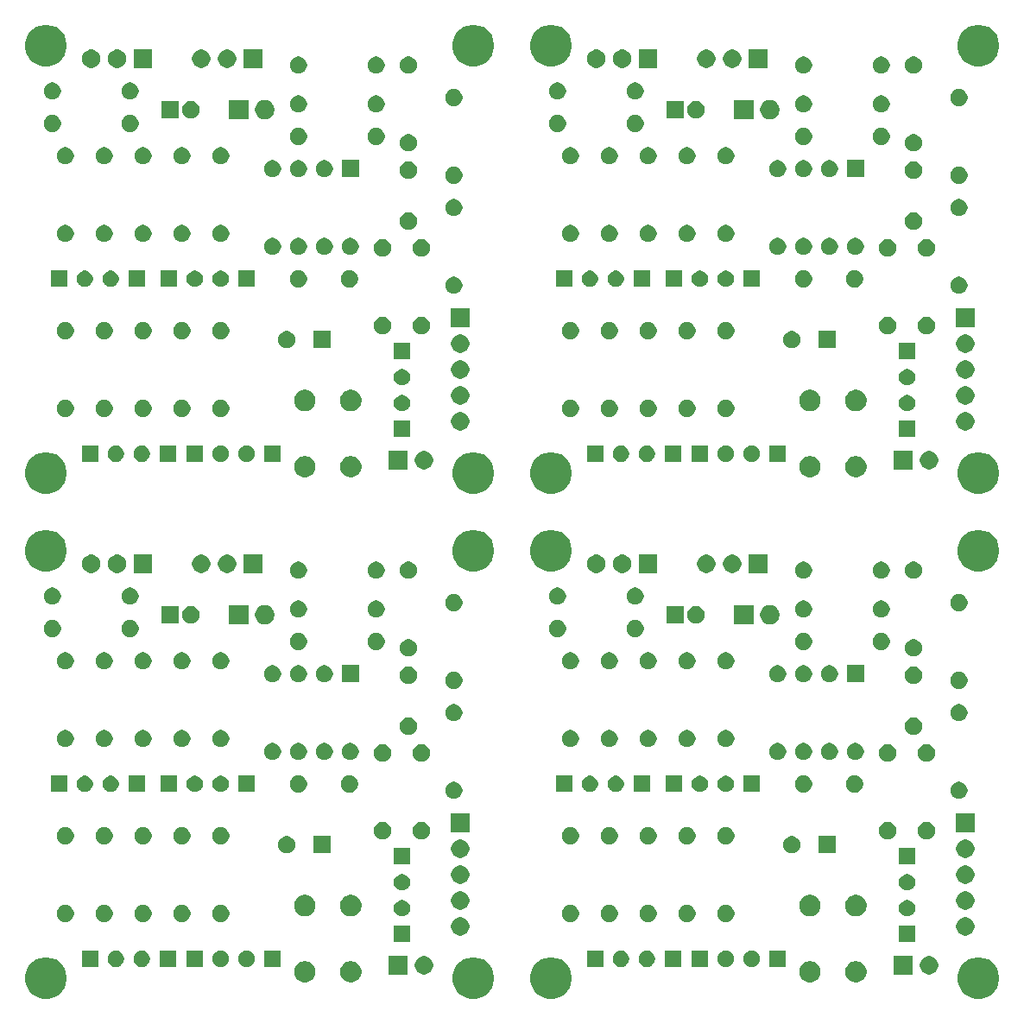
<source format=gbs>
G04 #@! TF.GenerationSoftware,KiCad,Pcbnew,5.1.5-52549c5~84~ubuntu18.04.1*
G04 #@! TF.CreationDate,2020-07-07T10:00:02+09:00*
G04 #@! TF.ProjectId,PulseOximeterTHT_rev4,50756c73-654f-4786-996d-657465725448,rev?*
G04 #@! TF.SameCoordinates,Original*
G04 #@! TF.FileFunction,Soldermask,Bot*
G04 #@! TF.FilePolarity,Negative*
%FSLAX46Y46*%
G04 Gerber Fmt 4.6, Leading zero omitted, Abs format (unit mm)*
G04 Created by KiCad (PCBNEW 5.1.5-52549c5~84~ubuntu18.04.1) date 2020-07-07 10:00:02*
%MOMM*%
%LPD*%
G04 APERTURE LIST*
%ADD10C,0.100000*%
G04 APERTURE END LIST*
D10*
G36*
X241263254Y-157412818D02*
G01*
X241636511Y-157567426D01*
X241636513Y-157567427D01*
X241972436Y-157791884D01*
X242258116Y-158077564D01*
X242458736Y-158377812D01*
X242482574Y-158413489D01*
X242637182Y-158786746D01*
X242716000Y-159182993D01*
X242716000Y-159587007D01*
X242637182Y-159983254D01*
X242482574Y-160356511D01*
X242482573Y-160356513D01*
X242258116Y-160692436D01*
X241972436Y-160978116D01*
X241636513Y-161202573D01*
X241636512Y-161202574D01*
X241636511Y-161202574D01*
X241263254Y-161357182D01*
X240867007Y-161436000D01*
X240462993Y-161436000D01*
X240066746Y-161357182D01*
X239693489Y-161202574D01*
X239693488Y-161202574D01*
X239693487Y-161202573D01*
X239357564Y-160978116D01*
X239071884Y-160692436D01*
X238847427Y-160356513D01*
X238847426Y-160356511D01*
X238692818Y-159983254D01*
X238614000Y-159587007D01*
X238614000Y-159182993D01*
X238692818Y-158786746D01*
X238847426Y-158413489D01*
X238871265Y-158377812D01*
X239071884Y-158077564D01*
X239357564Y-157791884D01*
X239693487Y-157567427D01*
X239693489Y-157567426D01*
X240066746Y-157412818D01*
X240462993Y-157334000D01*
X240867007Y-157334000D01*
X241263254Y-157412818D01*
G37*
G36*
X199353254Y-157412818D02*
G01*
X199726511Y-157567426D01*
X199726513Y-157567427D01*
X200062436Y-157791884D01*
X200348116Y-158077564D01*
X200548736Y-158377812D01*
X200572574Y-158413489D01*
X200727182Y-158786746D01*
X200806000Y-159182993D01*
X200806000Y-159587007D01*
X200727182Y-159983254D01*
X200572574Y-160356511D01*
X200572573Y-160356513D01*
X200348116Y-160692436D01*
X200062436Y-160978116D01*
X199726513Y-161202573D01*
X199726512Y-161202574D01*
X199726511Y-161202574D01*
X199353254Y-161357182D01*
X198957007Y-161436000D01*
X198552993Y-161436000D01*
X198156746Y-161357182D01*
X197783489Y-161202574D01*
X197783488Y-161202574D01*
X197783487Y-161202573D01*
X197447564Y-160978116D01*
X197161884Y-160692436D01*
X196937427Y-160356513D01*
X196937426Y-160356511D01*
X196782818Y-159983254D01*
X196704000Y-159587007D01*
X196704000Y-159182993D01*
X196782818Y-158786746D01*
X196937426Y-158413489D01*
X196961265Y-158377812D01*
X197161884Y-158077564D01*
X197447564Y-157791884D01*
X197783487Y-157567427D01*
X197783489Y-157567426D01*
X198156746Y-157412818D01*
X198552993Y-157334000D01*
X198957007Y-157334000D01*
X199353254Y-157412818D01*
G37*
G36*
X191733254Y-157412818D02*
G01*
X192106511Y-157567426D01*
X192106513Y-157567427D01*
X192442436Y-157791884D01*
X192728116Y-158077564D01*
X192928736Y-158377812D01*
X192952574Y-158413489D01*
X193107182Y-158786746D01*
X193186000Y-159182993D01*
X193186000Y-159587007D01*
X193107182Y-159983254D01*
X192952574Y-160356511D01*
X192952573Y-160356513D01*
X192728116Y-160692436D01*
X192442436Y-160978116D01*
X192106513Y-161202573D01*
X192106512Y-161202574D01*
X192106511Y-161202574D01*
X191733254Y-161357182D01*
X191337007Y-161436000D01*
X190932993Y-161436000D01*
X190536746Y-161357182D01*
X190163489Y-161202574D01*
X190163488Y-161202574D01*
X190163487Y-161202573D01*
X189827564Y-160978116D01*
X189541884Y-160692436D01*
X189317427Y-160356513D01*
X189317426Y-160356511D01*
X189162818Y-159983254D01*
X189084000Y-159587007D01*
X189084000Y-159182993D01*
X189162818Y-158786746D01*
X189317426Y-158413489D01*
X189341265Y-158377812D01*
X189541884Y-158077564D01*
X189827564Y-157791884D01*
X190163487Y-157567427D01*
X190163489Y-157567426D01*
X190536746Y-157412818D01*
X190932993Y-157334000D01*
X191337007Y-157334000D01*
X191733254Y-157412818D01*
G37*
G36*
X149823254Y-157412818D02*
G01*
X150196511Y-157567426D01*
X150196513Y-157567427D01*
X150532436Y-157791884D01*
X150818116Y-158077564D01*
X151018736Y-158377812D01*
X151042574Y-158413489D01*
X151197182Y-158786746D01*
X151276000Y-159182993D01*
X151276000Y-159587007D01*
X151197182Y-159983254D01*
X151042574Y-160356511D01*
X151042573Y-160356513D01*
X150818116Y-160692436D01*
X150532436Y-160978116D01*
X150196513Y-161202573D01*
X150196512Y-161202574D01*
X150196511Y-161202574D01*
X149823254Y-161357182D01*
X149427007Y-161436000D01*
X149022993Y-161436000D01*
X148626746Y-161357182D01*
X148253489Y-161202574D01*
X148253488Y-161202574D01*
X148253487Y-161202573D01*
X147917564Y-160978116D01*
X147631884Y-160692436D01*
X147407427Y-160356513D01*
X147407426Y-160356511D01*
X147252818Y-159983254D01*
X147174000Y-159587007D01*
X147174000Y-159182993D01*
X147252818Y-158786746D01*
X147407426Y-158413489D01*
X147431265Y-158377812D01*
X147631884Y-158077564D01*
X147917564Y-157791884D01*
X148253487Y-157567427D01*
X148253489Y-157567426D01*
X148626746Y-157412818D01*
X149022993Y-157334000D01*
X149427007Y-157334000D01*
X149823254Y-157412818D01*
G37*
G36*
X174931564Y-157739389D02*
G01*
X175058298Y-157791884D01*
X175122835Y-157818616D01*
X175294973Y-157933635D01*
X175441365Y-158080027D01*
X175555084Y-158250219D01*
X175556385Y-158252167D01*
X175635611Y-158443436D01*
X175676000Y-158646484D01*
X175676000Y-158853516D01*
X175635611Y-159056564D01*
X175583242Y-159182994D01*
X175556384Y-159247835D01*
X175441365Y-159419973D01*
X175294973Y-159566365D01*
X175122835Y-159681384D01*
X175122834Y-159681385D01*
X175122833Y-159681385D01*
X174931564Y-159760611D01*
X174728516Y-159801000D01*
X174521484Y-159801000D01*
X174318436Y-159760611D01*
X174127167Y-159681385D01*
X174127166Y-159681385D01*
X174127165Y-159681384D01*
X173955027Y-159566365D01*
X173808635Y-159419973D01*
X173693616Y-159247835D01*
X173666758Y-159182994D01*
X173614389Y-159056564D01*
X173574000Y-158853516D01*
X173574000Y-158646484D01*
X173614389Y-158443436D01*
X173693615Y-158252167D01*
X173694917Y-158250219D01*
X173808635Y-158080027D01*
X173955027Y-157933635D01*
X174127165Y-157818616D01*
X174191702Y-157791884D01*
X174318436Y-157739389D01*
X174521484Y-157699000D01*
X174728516Y-157699000D01*
X174931564Y-157739389D01*
G37*
G36*
X228961564Y-157739389D02*
G01*
X229088298Y-157791884D01*
X229152835Y-157818616D01*
X229324973Y-157933635D01*
X229471365Y-158080027D01*
X229585084Y-158250219D01*
X229586385Y-158252167D01*
X229665611Y-158443436D01*
X229706000Y-158646484D01*
X229706000Y-158853516D01*
X229665611Y-159056564D01*
X229613242Y-159182994D01*
X229586384Y-159247835D01*
X229471365Y-159419973D01*
X229324973Y-159566365D01*
X229152835Y-159681384D01*
X229152834Y-159681385D01*
X229152833Y-159681385D01*
X228961564Y-159760611D01*
X228758516Y-159801000D01*
X228551484Y-159801000D01*
X228348436Y-159760611D01*
X228157167Y-159681385D01*
X228157166Y-159681385D01*
X228157165Y-159681384D01*
X227985027Y-159566365D01*
X227838635Y-159419973D01*
X227723616Y-159247835D01*
X227696758Y-159182994D01*
X227644389Y-159056564D01*
X227604000Y-158853516D01*
X227604000Y-158646484D01*
X227644389Y-158443436D01*
X227723615Y-158252167D01*
X227724917Y-158250219D01*
X227838635Y-158080027D01*
X227985027Y-157933635D01*
X228157165Y-157818616D01*
X228221702Y-157791884D01*
X228348436Y-157739389D01*
X228551484Y-157699000D01*
X228758516Y-157699000D01*
X228961564Y-157739389D01*
G37*
G36*
X224461564Y-157739389D02*
G01*
X224588298Y-157791884D01*
X224652835Y-157818616D01*
X224824973Y-157933635D01*
X224971365Y-158080027D01*
X225085084Y-158250219D01*
X225086385Y-158252167D01*
X225165611Y-158443436D01*
X225206000Y-158646484D01*
X225206000Y-158853516D01*
X225165611Y-159056564D01*
X225113242Y-159182994D01*
X225086384Y-159247835D01*
X224971365Y-159419973D01*
X224824973Y-159566365D01*
X224652835Y-159681384D01*
X224652834Y-159681385D01*
X224652833Y-159681385D01*
X224461564Y-159760611D01*
X224258516Y-159801000D01*
X224051484Y-159801000D01*
X223848436Y-159760611D01*
X223657167Y-159681385D01*
X223657166Y-159681385D01*
X223657165Y-159681384D01*
X223485027Y-159566365D01*
X223338635Y-159419973D01*
X223223616Y-159247835D01*
X223196758Y-159182994D01*
X223144389Y-159056564D01*
X223104000Y-158853516D01*
X223104000Y-158646484D01*
X223144389Y-158443436D01*
X223223615Y-158252167D01*
X223224917Y-158250219D01*
X223338635Y-158080027D01*
X223485027Y-157933635D01*
X223657165Y-157818616D01*
X223721702Y-157791884D01*
X223848436Y-157739389D01*
X224051484Y-157699000D01*
X224258516Y-157699000D01*
X224461564Y-157739389D01*
G37*
G36*
X179431564Y-157739389D02*
G01*
X179558298Y-157791884D01*
X179622835Y-157818616D01*
X179794973Y-157933635D01*
X179941365Y-158080027D01*
X180055084Y-158250219D01*
X180056385Y-158252167D01*
X180135611Y-158443436D01*
X180176000Y-158646484D01*
X180176000Y-158853516D01*
X180135611Y-159056564D01*
X180083242Y-159182994D01*
X180056384Y-159247835D01*
X179941365Y-159419973D01*
X179794973Y-159566365D01*
X179622835Y-159681384D01*
X179622834Y-159681385D01*
X179622833Y-159681385D01*
X179431564Y-159760611D01*
X179228516Y-159801000D01*
X179021484Y-159801000D01*
X178818436Y-159760611D01*
X178627167Y-159681385D01*
X178627166Y-159681385D01*
X178627165Y-159681384D01*
X178455027Y-159566365D01*
X178308635Y-159419973D01*
X178193616Y-159247835D01*
X178166758Y-159182994D01*
X178114389Y-159056564D01*
X178074000Y-158853516D01*
X178074000Y-158646484D01*
X178114389Y-158443436D01*
X178193615Y-158252167D01*
X178194917Y-158250219D01*
X178308635Y-158080027D01*
X178455027Y-157933635D01*
X178627165Y-157818616D01*
X178691702Y-157791884D01*
X178818436Y-157739389D01*
X179021484Y-157699000D01*
X179228516Y-157699000D01*
X179431564Y-157739389D01*
G37*
G36*
X235952512Y-157218927D02*
G01*
X236101812Y-157248624D01*
X236265784Y-157316544D01*
X236413354Y-157415147D01*
X236538853Y-157540646D01*
X236637456Y-157688216D01*
X236705376Y-157852188D01*
X236740000Y-158026259D01*
X236740000Y-158203741D01*
X236705376Y-158377812D01*
X236637456Y-158541784D01*
X236538853Y-158689354D01*
X236413354Y-158814853D01*
X236265784Y-158913456D01*
X236101812Y-158981376D01*
X235952512Y-159011073D01*
X235927742Y-159016000D01*
X235750258Y-159016000D01*
X235725488Y-159011073D01*
X235576188Y-158981376D01*
X235412216Y-158913456D01*
X235264646Y-158814853D01*
X235139147Y-158689354D01*
X235040544Y-158541784D01*
X234972624Y-158377812D01*
X234938000Y-158203741D01*
X234938000Y-158026259D01*
X234972624Y-157852188D01*
X235040544Y-157688216D01*
X235139147Y-157540646D01*
X235264646Y-157415147D01*
X235412216Y-157316544D01*
X235576188Y-157248624D01*
X235725488Y-157218927D01*
X235750258Y-157214000D01*
X235927742Y-157214000D01*
X235952512Y-157218927D01*
G37*
G36*
X234200000Y-159016000D02*
G01*
X232398000Y-159016000D01*
X232398000Y-157214000D01*
X234200000Y-157214000D01*
X234200000Y-159016000D01*
G37*
G36*
X186422512Y-157218927D02*
G01*
X186571812Y-157248624D01*
X186735784Y-157316544D01*
X186883354Y-157415147D01*
X187008853Y-157540646D01*
X187107456Y-157688216D01*
X187175376Y-157852188D01*
X187210000Y-158026259D01*
X187210000Y-158203741D01*
X187175376Y-158377812D01*
X187107456Y-158541784D01*
X187008853Y-158689354D01*
X186883354Y-158814853D01*
X186735784Y-158913456D01*
X186571812Y-158981376D01*
X186422512Y-159011073D01*
X186397742Y-159016000D01*
X186220258Y-159016000D01*
X186195488Y-159011073D01*
X186046188Y-158981376D01*
X185882216Y-158913456D01*
X185734646Y-158814853D01*
X185609147Y-158689354D01*
X185510544Y-158541784D01*
X185442624Y-158377812D01*
X185408000Y-158203741D01*
X185408000Y-158026259D01*
X185442624Y-157852188D01*
X185510544Y-157688216D01*
X185609147Y-157540646D01*
X185734646Y-157415147D01*
X185882216Y-157316544D01*
X186046188Y-157248624D01*
X186195488Y-157218927D01*
X186220258Y-157214000D01*
X186397742Y-157214000D01*
X186422512Y-157218927D01*
G37*
G36*
X184670000Y-159016000D02*
G01*
X182868000Y-159016000D01*
X182868000Y-157214000D01*
X184670000Y-157214000D01*
X184670000Y-159016000D01*
G37*
G36*
X164631000Y-158281000D02*
G01*
X163029000Y-158281000D01*
X163029000Y-156679000D01*
X164631000Y-156679000D01*
X164631000Y-158281000D01*
G37*
G36*
X166603642Y-156709781D02*
G01*
X166749414Y-156770162D01*
X166749416Y-156770163D01*
X166880608Y-156857822D01*
X166992178Y-156969392D01*
X167079837Y-157100584D01*
X167079838Y-157100586D01*
X167140219Y-157246358D01*
X167171000Y-157401107D01*
X167171000Y-157558893D01*
X167140219Y-157713642D01*
X167096737Y-157818616D01*
X167079837Y-157859416D01*
X166992178Y-157990608D01*
X166880608Y-158102178D01*
X166749416Y-158189837D01*
X166749415Y-158189838D01*
X166749414Y-158189838D01*
X166603642Y-158250219D01*
X166448893Y-158281000D01*
X166291107Y-158281000D01*
X166136358Y-158250219D01*
X165990586Y-158189838D01*
X165990585Y-158189838D01*
X165990584Y-158189837D01*
X165859392Y-158102178D01*
X165747822Y-157990608D01*
X165660163Y-157859416D01*
X165643263Y-157818616D01*
X165599781Y-157713642D01*
X165569000Y-157558893D01*
X165569000Y-157401107D01*
X165599781Y-157246358D01*
X165660162Y-157100586D01*
X165660163Y-157100584D01*
X165747822Y-156969392D01*
X165859392Y-156857822D01*
X165990584Y-156770163D01*
X165990586Y-156770162D01*
X166136358Y-156709781D01*
X166291107Y-156679000D01*
X166448893Y-156679000D01*
X166603642Y-156709781D01*
G37*
G36*
X218673642Y-156709781D02*
G01*
X218819414Y-156770162D01*
X218819416Y-156770163D01*
X218950608Y-156857822D01*
X219062178Y-156969392D01*
X219149837Y-157100584D01*
X219149838Y-157100586D01*
X219210219Y-157246358D01*
X219241000Y-157401107D01*
X219241000Y-157558893D01*
X219210219Y-157713642D01*
X219166737Y-157818616D01*
X219149837Y-157859416D01*
X219062178Y-157990608D01*
X218950608Y-158102178D01*
X218819416Y-158189837D01*
X218819415Y-158189838D01*
X218819414Y-158189838D01*
X218673642Y-158250219D01*
X218518893Y-158281000D01*
X218361107Y-158281000D01*
X218206358Y-158250219D01*
X218060586Y-158189838D01*
X218060585Y-158189838D01*
X218060584Y-158189837D01*
X217929392Y-158102178D01*
X217817822Y-157990608D01*
X217730163Y-157859416D01*
X217713263Y-157818616D01*
X217669781Y-157713642D01*
X217639000Y-157558893D01*
X217639000Y-157401107D01*
X217669781Y-157246358D01*
X217730162Y-157100586D01*
X217730163Y-157100584D01*
X217817822Y-156969392D01*
X217929392Y-156857822D01*
X218060584Y-156770163D01*
X218060586Y-156770162D01*
X218206358Y-156709781D01*
X218361107Y-156679000D01*
X218518893Y-156679000D01*
X218673642Y-156709781D01*
G37*
G36*
X221781000Y-158281000D02*
G01*
X220179000Y-158281000D01*
X220179000Y-156679000D01*
X221781000Y-156679000D01*
X221781000Y-158281000D01*
G37*
G36*
X216133642Y-156709781D02*
G01*
X216279414Y-156770162D01*
X216279416Y-156770163D01*
X216410608Y-156857822D01*
X216522178Y-156969392D01*
X216609837Y-157100584D01*
X216609838Y-157100586D01*
X216670219Y-157246358D01*
X216701000Y-157401107D01*
X216701000Y-157558893D01*
X216670219Y-157713642D01*
X216626737Y-157818616D01*
X216609837Y-157859416D01*
X216522178Y-157990608D01*
X216410608Y-158102178D01*
X216279416Y-158189837D01*
X216279415Y-158189838D01*
X216279414Y-158189838D01*
X216133642Y-158250219D01*
X215978893Y-158281000D01*
X215821107Y-158281000D01*
X215666358Y-158250219D01*
X215520586Y-158189838D01*
X215520585Y-158189838D01*
X215520584Y-158189837D01*
X215389392Y-158102178D01*
X215277822Y-157990608D01*
X215190163Y-157859416D01*
X215173263Y-157818616D01*
X215129781Y-157713642D01*
X215099000Y-157558893D01*
X215099000Y-157401107D01*
X215129781Y-157246358D01*
X215190162Y-157100586D01*
X215190163Y-157100584D01*
X215277822Y-156969392D01*
X215389392Y-156857822D01*
X215520584Y-156770163D01*
X215520586Y-156770162D01*
X215666358Y-156709781D01*
X215821107Y-156679000D01*
X215978893Y-156679000D01*
X216133642Y-156709781D01*
G37*
G36*
X214161000Y-158281000D02*
G01*
X212559000Y-158281000D01*
X212559000Y-156679000D01*
X214161000Y-156679000D01*
X214161000Y-158281000D01*
G37*
G36*
X169143642Y-156709781D02*
G01*
X169289414Y-156770162D01*
X169289416Y-156770163D01*
X169420608Y-156857822D01*
X169532178Y-156969392D01*
X169619837Y-157100584D01*
X169619838Y-157100586D01*
X169680219Y-157246358D01*
X169711000Y-157401107D01*
X169711000Y-157558893D01*
X169680219Y-157713642D01*
X169636737Y-157818616D01*
X169619837Y-157859416D01*
X169532178Y-157990608D01*
X169420608Y-158102178D01*
X169289416Y-158189837D01*
X169289415Y-158189838D01*
X169289414Y-158189838D01*
X169143642Y-158250219D01*
X168988893Y-158281000D01*
X168831107Y-158281000D01*
X168676358Y-158250219D01*
X168530586Y-158189838D01*
X168530585Y-158189838D01*
X168530584Y-158189837D01*
X168399392Y-158102178D01*
X168287822Y-157990608D01*
X168200163Y-157859416D01*
X168183263Y-157818616D01*
X168139781Y-157713642D01*
X168109000Y-157558893D01*
X168109000Y-157401107D01*
X168139781Y-157246358D01*
X168200162Y-157100586D01*
X168200163Y-157100584D01*
X168287822Y-156969392D01*
X168399392Y-156857822D01*
X168530584Y-156770163D01*
X168530586Y-156770162D01*
X168676358Y-156709781D01*
X168831107Y-156679000D01*
X168988893Y-156679000D01*
X169143642Y-156709781D01*
G37*
G36*
X205846642Y-156709781D02*
G01*
X205992414Y-156770162D01*
X205992416Y-156770163D01*
X206123608Y-156857822D01*
X206235178Y-156969392D01*
X206322837Y-157100584D01*
X206322838Y-157100586D01*
X206383219Y-157246358D01*
X206414000Y-157401107D01*
X206414000Y-157558893D01*
X206383219Y-157713642D01*
X206339737Y-157818616D01*
X206322837Y-157859416D01*
X206235178Y-157990608D01*
X206123608Y-158102178D01*
X205992416Y-158189837D01*
X205992415Y-158189838D01*
X205992414Y-158189838D01*
X205846642Y-158250219D01*
X205691893Y-158281000D01*
X205534107Y-158281000D01*
X205379358Y-158250219D01*
X205233586Y-158189838D01*
X205233585Y-158189838D01*
X205233584Y-158189837D01*
X205102392Y-158102178D01*
X204990822Y-157990608D01*
X204903163Y-157859416D01*
X204886263Y-157818616D01*
X204842781Y-157713642D01*
X204812000Y-157558893D01*
X204812000Y-157401107D01*
X204842781Y-157246358D01*
X204903162Y-157100586D01*
X204903163Y-157100584D01*
X204990822Y-156969392D01*
X205102392Y-156857822D01*
X205233584Y-156770163D01*
X205233586Y-156770162D01*
X205379358Y-156709781D01*
X205534107Y-156679000D01*
X205691893Y-156679000D01*
X205846642Y-156709781D01*
G37*
G36*
X211494000Y-158281000D02*
G01*
X209892000Y-158281000D01*
X209892000Y-156679000D01*
X211494000Y-156679000D01*
X211494000Y-158281000D01*
G37*
G36*
X156316642Y-156709781D02*
G01*
X156462414Y-156770162D01*
X156462416Y-156770163D01*
X156593608Y-156857822D01*
X156705178Y-156969392D01*
X156792837Y-157100584D01*
X156792838Y-157100586D01*
X156853219Y-157246358D01*
X156884000Y-157401107D01*
X156884000Y-157558893D01*
X156853219Y-157713642D01*
X156809737Y-157818616D01*
X156792837Y-157859416D01*
X156705178Y-157990608D01*
X156593608Y-158102178D01*
X156462416Y-158189837D01*
X156462415Y-158189838D01*
X156462414Y-158189838D01*
X156316642Y-158250219D01*
X156161893Y-158281000D01*
X156004107Y-158281000D01*
X155849358Y-158250219D01*
X155703586Y-158189838D01*
X155703585Y-158189838D01*
X155703584Y-158189837D01*
X155572392Y-158102178D01*
X155460822Y-157990608D01*
X155373163Y-157859416D01*
X155356263Y-157818616D01*
X155312781Y-157713642D01*
X155282000Y-157558893D01*
X155282000Y-157401107D01*
X155312781Y-157246358D01*
X155373162Y-157100586D01*
X155373163Y-157100584D01*
X155460822Y-156969392D01*
X155572392Y-156857822D01*
X155703584Y-156770163D01*
X155703586Y-156770162D01*
X155849358Y-156709781D01*
X156004107Y-156679000D01*
X156161893Y-156679000D01*
X156316642Y-156709781D01*
G37*
G36*
X158856642Y-156709781D02*
G01*
X159002414Y-156770162D01*
X159002416Y-156770163D01*
X159133608Y-156857822D01*
X159245178Y-156969392D01*
X159332837Y-157100584D01*
X159332838Y-157100586D01*
X159393219Y-157246358D01*
X159424000Y-157401107D01*
X159424000Y-157558893D01*
X159393219Y-157713642D01*
X159349737Y-157818616D01*
X159332837Y-157859416D01*
X159245178Y-157990608D01*
X159133608Y-158102178D01*
X159002416Y-158189837D01*
X159002415Y-158189838D01*
X159002414Y-158189838D01*
X158856642Y-158250219D01*
X158701893Y-158281000D01*
X158544107Y-158281000D01*
X158389358Y-158250219D01*
X158243586Y-158189838D01*
X158243585Y-158189838D01*
X158243584Y-158189837D01*
X158112392Y-158102178D01*
X158000822Y-157990608D01*
X157913163Y-157859416D01*
X157896263Y-157818616D01*
X157852781Y-157713642D01*
X157822000Y-157558893D01*
X157822000Y-157401107D01*
X157852781Y-157246358D01*
X157913162Y-157100586D01*
X157913163Y-157100584D01*
X158000822Y-156969392D01*
X158112392Y-156857822D01*
X158243584Y-156770163D01*
X158243586Y-156770162D01*
X158389358Y-156709781D01*
X158544107Y-156679000D01*
X158701893Y-156679000D01*
X158856642Y-156709781D01*
G37*
G36*
X154344000Y-158281000D02*
G01*
X152742000Y-158281000D01*
X152742000Y-156679000D01*
X154344000Y-156679000D01*
X154344000Y-158281000D01*
G37*
G36*
X161964000Y-158281000D02*
G01*
X160362000Y-158281000D01*
X160362000Y-156679000D01*
X161964000Y-156679000D01*
X161964000Y-158281000D01*
G37*
G36*
X172251000Y-158281000D02*
G01*
X170649000Y-158281000D01*
X170649000Y-156679000D01*
X172251000Y-156679000D01*
X172251000Y-158281000D01*
G37*
G36*
X203874000Y-158281000D02*
G01*
X202272000Y-158281000D01*
X202272000Y-156679000D01*
X203874000Y-156679000D01*
X203874000Y-158281000D01*
G37*
G36*
X208386642Y-156709781D02*
G01*
X208532414Y-156770162D01*
X208532416Y-156770163D01*
X208663608Y-156857822D01*
X208775178Y-156969392D01*
X208862837Y-157100584D01*
X208862838Y-157100586D01*
X208923219Y-157246358D01*
X208954000Y-157401107D01*
X208954000Y-157558893D01*
X208923219Y-157713642D01*
X208879737Y-157818616D01*
X208862837Y-157859416D01*
X208775178Y-157990608D01*
X208663608Y-158102178D01*
X208532416Y-158189837D01*
X208532415Y-158189838D01*
X208532414Y-158189838D01*
X208386642Y-158250219D01*
X208231893Y-158281000D01*
X208074107Y-158281000D01*
X207919358Y-158250219D01*
X207773586Y-158189838D01*
X207773585Y-158189838D01*
X207773584Y-158189837D01*
X207642392Y-158102178D01*
X207530822Y-157990608D01*
X207443163Y-157859416D01*
X207426263Y-157818616D01*
X207382781Y-157713642D01*
X207352000Y-157558893D01*
X207352000Y-157401107D01*
X207382781Y-157246358D01*
X207443162Y-157100586D01*
X207443163Y-157100584D01*
X207530822Y-156969392D01*
X207642392Y-156857822D01*
X207773584Y-156770163D01*
X207773586Y-156770162D01*
X207919358Y-156709781D01*
X208074107Y-156679000D01*
X208231893Y-156679000D01*
X208386642Y-156709781D01*
G37*
G36*
X184951000Y-155868000D02*
G01*
X183349000Y-155868000D01*
X183349000Y-154266000D01*
X184951000Y-154266000D01*
X184951000Y-155868000D01*
G37*
G36*
X234481000Y-155868000D02*
G01*
X232879000Y-155868000D01*
X232879000Y-154266000D01*
X234481000Y-154266000D01*
X234481000Y-155868000D01*
G37*
G36*
X239508512Y-153408927D02*
G01*
X239657812Y-153438624D01*
X239821784Y-153506544D01*
X239969354Y-153605147D01*
X240094853Y-153730646D01*
X240193456Y-153878216D01*
X240261376Y-154042188D01*
X240296000Y-154216259D01*
X240296000Y-154393741D01*
X240261376Y-154567812D01*
X240193456Y-154731784D01*
X240094853Y-154879354D01*
X239969354Y-155004853D01*
X239821784Y-155103456D01*
X239657812Y-155171376D01*
X239508512Y-155201073D01*
X239483742Y-155206000D01*
X239306258Y-155206000D01*
X239281488Y-155201073D01*
X239132188Y-155171376D01*
X238968216Y-155103456D01*
X238820646Y-155004853D01*
X238695147Y-154879354D01*
X238596544Y-154731784D01*
X238528624Y-154567812D01*
X238494000Y-154393741D01*
X238494000Y-154216259D01*
X238528624Y-154042188D01*
X238596544Y-153878216D01*
X238695147Y-153730646D01*
X238820646Y-153605147D01*
X238968216Y-153506544D01*
X239132188Y-153438624D01*
X239281488Y-153408927D01*
X239306258Y-153404000D01*
X239483742Y-153404000D01*
X239508512Y-153408927D01*
G37*
G36*
X189978512Y-153408927D02*
G01*
X190127812Y-153438624D01*
X190291784Y-153506544D01*
X190439354Y-153605147D01*
X190564853Y-153730646D01*
X190663456Y-153878216D01*
X190731376Y-154042188D01*
X190766000Y-154216259D01*
X190766000Y-154393741D01*
X190731376Y-154567812D01*
X190663456Y-154731784D01*
X190564853Y-154879354D01*
X190439354Y-155004853D01*
X190291784Y-155103456D01*
X190127812Y-155171376D01*
X189978512Y-155201073D01*
X189953742Y-155206000D01*
X189776258Y-155206000D01*
X189751488Y-155201073D01*
X189602188Y-155171376D01*
X189438216Y-155103456D01*
X189290646Y-155004853D01*
X189165147Y-154879354D01*
X189066544Y-154731784D01*
X188998624Y-154567812D01*
X188964000Y-154393741D01*
X188964000Y-154216259D01*
X188998624Y-154042188D01*
X189066544Y-153878216D01*
X189165147Y-153730646D01*
X189290646Y-153605147D01*
X189438216Y-153506544D01*
X189602188Y-153438624D01*
X189751488Y-153408927D01*
X189776258Y-153404000D01*
X189953742Y-153404000D01*
X189978512Y-153408927D01*
G37*
G36*
X162808227Y-152216703D02*
G01*
X162963099Y-152280853D01*
X163102480Y-152373985D01*
X163221014Y-152492519D01*
X163314146Y-152631900D01*
X163378296Y-152786772D01*
X163410999Y-152951184D01*
X163410999Y-153118816D01*
X163378296Y-153283228D01*
X163314146Y-153438100D01*
X163221014Y-153577481D01*
X163102480Y-153696015D01*
X162963099Y-153789147D01*
X162808227Y-153853297D01*
X162643815Y-153886000D01*
X162476183Y-153886000D01*
X162311771Y-153853297D01*
X162156899Y-153789147D01*
X162017518Y-153696015D01*
X161898984Y-153577481D01*
X161805852Y-153438100D01*
X161741702Y-153283228D01*
X161708999Y-153118816D01*
X161708999Y-152951184D01*
X161741702Y-152786772D01*
X161805852Y-152631900D01*
X161898984Y-152492519D01*
X162017518Y-152373985D01*
X162156899Y-152280853D01*
X162311771Y-152216703D01*
X162476183Y-152184000D01*
X162643815Y-152184000D01*
X162808227Y-152216703D01*
G37*
G36*
X212338227Y-152216703D02*
G01*
X212493099Y-152280853D01*
X212632480Y-152373985D01*
X212751014Y-152492519D01*
X212844146Y-152631900D01*
X212908296Y-152786772D01*
X212940999Y-152951184D01*
X212940999Y-153118816D01*
X212908296Y-153283228D01*
X212844146Y-153438100D01*
X212751014Y-153577481D01*
X212632480Y-153696015D01*
X212493099Y-153789147D01*
X212338227Y-153853297D01*
X212173815Y-153886000D01*
X212006183Y-153886000D01*
X211841771Y-153853297D01*
X211686899Y-153789147D01*
X211547518Y-153696015D01*
X211428984Y-153577481D01*
X211335852Y-153438100D01*
X211271702Y-153283228D01*
X211238999Y-153118816D01*
X211238999Y-152951184D01*
X211271702Y-152786772D01*
X211335852Y-152631900D01*
X211428984Y-152492519D01*
X211547518Y-152373985D01*
X211686899Y-152280853D01*
X211841771Y-152216703D01*
X212006183Y-152184000D01*
X212173815Y-152184000D01*
X212338227Y-152216703D01*
G37*
G36*
X155188228Y-152216703D02*
G01*
X155343100Y-152280853D01*
X155482481Y-152373985D01*
X155601015Y-152492519D01*
X155694147Y-152631900D01*
X155758297Y-152786772D01*
X155791000Y-152951184D01*
X155791000Y-153118816D01*
X155758297Y-153283228D01*
X155694147Y-153438100D01*
X155601015Y-153577481D01*
X155482481Y-153696015D01*
X155343100Y-153789147D01*
X155188228Y-153853297D01*
X155023816Y-153886000D01*
X154856184Y-153886000D01*
X154691772Y-153853297D01*
X154536900Y-153789147D01*
X154397519Y-153696015D01*
X154278985Y-153577481D01*
X154185853Y-153438100D01*
X154121703Y-153283228D01*
X154089000Y-153118816D01*
X154089000Y-152951184D01*
X154121703Y-152786772D01*
X154185853Y-152631900D01*
X154278985Y-152492519D01*
X154397519Y-152373985D01*
X154536900Y-152280853D01*
X154691772Y-152216703D01*
X154856184Y-152184000D01*
X155023816Y-152184000D01*
X155188228Y-152216703D01*
G37*
G36*
X204718228Y-152216703D02*
G01*
X204873100Y-152280853D01*
X205012481Y-152373985D01*
X205131015Y-152492519D01*
X205224147Y-152631900D01*
X205288297Y-152786772D01*
X205321000Y-152951184D01*
X205321000Y-153118816D01*
X205288297Y-153283228D01*
X205224147Y-153438100D01*
X205131015Y-153577481D01*
X205012481Y-153696015D01*
X204873100Y-153789147D01*
X204718228Y-153853297D01*
X204553816Y-153886000D01*
X204386184Y-153886000D01*
X204221772Y-153853297D01*
X204066900Y-153789147D01*
X203927519Y-153696015D01*
X203808985Y-153577481D01*
X203715853Y-153438100D01*
X203651703Y-153283228D01*
X203619000Y-153118816D01*
X203619000Y-152951184D01*
X203651703Y-152786772D01*
X203715853Y-152631900D01*
X203808985Y-152492519D01*
X203927519Y-152373985D01*
X204066900Y-152280853D01*
X204221772Y-152216703D01*
X204386184Y-152184000D01*
X204553816Y-152184000D01*
X204718228Y-152216703D01*
G37*
G36*
X166618228Y-152216703D02*
G01*
X166773100Y-152280853D01*
X166912481Y-152373985D01*
X167031015Y-152492519D01*
X167124147Y-152631900D01*
X167188297Y-152786772D01*
X167221000Y-152951184D01*
X167221000Y-153118816D01*
X167188297Y-153283228D01*
X167124147Y-153438100D01*
X167031015Y-153577481D01*
X166912481Y-153696015D01*
X166773100Y-153789147D01*
X166618228Y-153853297D01*
X166453816Y-153886000D01*
X166286184Y-153886000D01*
X166121772Y-153853297D01*
X165966900Y-153789147D01*
X165827519Y-153696015D01*
X165708985Y-153577481D01*
X165615853Y-153438100D01*
X165551703Y-153283228D01*
X165519000Y-153118816D01*
X165519000Y-152951184D01*
X165551703Y-152786772D01*
X165615853Y-152631900D01*
X165708985Y-152492519D01*
X165827519Y-152373985D01*
X165966900Y-152280853D01*
X166121772Y-152216703D01*
X166286184Y-152184000D01*
X166453816Y-152184000D01*
X166618228Y-152216703D01*
G37*
G36*
X216148228Y-152216703D02*
G01*
X216303100Y-152280853D01*
X216442481Y-152373985D01*
X216561015Y-152492519D01*
X216654147Y-152631900D01*
X216718297Y-152786772D01*
X216751000Y-152951184D01*
X216751000Y-153118816D01*
X216718297Y-153283228D01*
X216654147Y-153438100D01*
X216561015Y-153577481D01*
X216442481Y-153696015D01*
X216303100Y-153789147D01*
X216148228Y-153853297D01*
X215983816Y-153886000D01*
X215816184Y-153886000D01*
X215651772Y-153853297D01*
X215496900Y-153789147D01*
X215357519Y-153696015D01*
X215238985Y-153577481D01*
X215145853Y-153438100D01*
X215081703Y-153283228D01*
X215049000Y-153118816D01*
X215049000Y-152951184D01*
X215081703Y-152786772D01*
X215145853Y-152631900D01*
X215238985Y-152492519D01*
X215357519Y-152373985D01*
X215496900Y-152280853D01*
X215651772Y-152216703D01*
X215816184Y-152184000D01*
X215983816Y-152184000D01*
X216148228Y-152216703D01*
G37*
G36*
X158998228Y-152216703D02*
G01*
X159153100Y-152280853D01*
X159292481Y-152373985D01*
X159411015Y-152492519D01*
X159504147Y-152631900D01*
X159568297Y-152786772D01*
X159601000Y-152951184D01*
X159601000Y-153118816D01*
X159568297Y-153283228D01*
X159504147Y-153438100D01*
X159411015Y-153577481D01*
X159292481Y-153696015D01*
X159153100Y-153789147D01*
X158998228Y-153853297D01*
X158833816Y-153886000D01*
X158666184Y-153886000D01*
X158501772Y-153853297D01*
X158346900Y-153789147D01*
X158207519Y-153696015D01*
X158088985Y-153577481D01*
X157995853Y-153438100D01*
X157931703Y-153283228D01*
X157899000Y-153118816D01*
X157899000Y-152951184D01*
X157931703Y-152786772D01*
X157995853Y-152631900D01*
X158088985Y-152492519D01*
X158207519Y-152373985D01*
X158346900Y-152280853D01*
X158501772Y-152216703D01*
X158666184Y-152184000D01*
X158833816Y-152184000D01*
X158998228Y-152216703D01*
G37*
G36*
X208528228Y-152216703D02*
G01*
X208683100Y-152280853D01*
X208822481Y-152373985D01*
X208941015Y-152492519D01*
X209034147Y-152631900D01*
X209098297Y-152786772D01*
X209131000Y-152951184D01*
X209131000Y-153118816D01*
X209098297Y-153283228D01*
X209034147Y-153438100D01*
X208941015Y-153577481D01*
X208822481Y-153696015D01*
X208683100Y-153789147D01*
X208528228Y-153853297D01*
X208363816Y-153886000D01*
X208196184Y-153886000D01*
X208031772Y-153853297D01*
X207876900Y-153789147D01*
X207737519Y-153696015D01*
X207618985Y-153577481D01*
X207525853Y-153438100D01*
X207461703Y-153283228D01*
X207429000Y-153118816D01*
X207429000Y-152951184D01*
X207461703Y-152786772D01*
X207525853Y-152631900D01*
X207618985Y-152492519D01*
X207737519Y-152373985D01*
X207876900Y-152280853D01*
X208031772Y-152216703D01*
X208196184Y-152184000D01*
X208363816Y-152184000D01*
X208528228Y-152216703D01*
G37*
G36*
X151378227Y-152216703D02*
G01*
X151533099Y-152280853D01*
X151672480Y-152373985D01*
X151791014Y-152492519D01*
X151884146Y-152631900D01*
X151948296Y-152786772D01*
X151980999Y-152951184D01*
X151980999Y-153118816D01*
X151948296Y-153283228D01*
X151884146Y-153438100D01*
X151791014Y-153577481D01*
X151672480Y-153696015D01*
X151533099Y-153789147D01*
X151378227Y-153853297D01*
X151213815Y-153886000D01*
X151046183Y-153886000D01*
X150881771Y-153853297D01*
X150726899Y-153789147D01*
X150587518Y-153696015D01*
X150468984Y-153577481D01*
X150375852Y-153438100D01*
X150311702Y-153283228D01*
X150278999Y-153118816D01*
X150278999Y-152951184D01*
X150311702Y-152786772D01*
X150375852Y-152631900D01*
X150468984Y-152492519D01*
X150587518Y-152373985D01*
X150726899Y-152280853D01*
X150881771Y-152216703D01*
X151046183Y-152184000D01*
X151213815Y-152184000D01*
X151378227Y-152216703D01*
G37*
G36*
X200908227Y-152216703D02*
G01*
X201063099Y-152280853D01*
X201202480Y-152373985D01*
X201321014Y-152492519D01*
X201414146Y-152631900D01*
X201478296Y-152786772D01*
X201510999Y-152951184D01*
X201510999Y-153118816D01*
X201478296Y-153283228D01*
X201414146Y-153438100D01*
X201321014Y-153577481D01*
X201202480Y-153696015D01*
X201063099Y-153789147D01*
X200908227Y-153853297D01*
X200743815Y-153886000D01*
X200576183Y-153886000D01*
X200411771Y-153853297D01*
X200256899Y-153789147D01*
X200117518Y-153696015D01*
X199998984Y-153577481D01*
X199905852Y-153438100D01*
X199841702Y-153283228D01*
X199808999Y-153118816D01*
X199808999Y-152951184D01*
X199841702Y-152786772D01*
X199905852Y-152631900D01*
X199998984Y-152492519D01*
X200117518Y-152373985D01*
X200256899Y-152280853D01*
X200411771Y-152216703D01*
X200576183Y-152184000D01*
X200743815Y-152184000D01*
X200908227Y-152216703D01*
G37*
G36*
X184383642Y-151756781D02*
G01*
X184529414Y-151817162D01*
X184529416Y-151817163D01*
X184660608Y-151904822D01*
X184772178Y-152016392D01*
X184859102Y-152146484D01*
X184859838Y-152147586D01*
X184920219Y-152293358D01*
X184951000Y-152448107D01*
X184951000Y-152605893D01*
X184920219Y-152760642D01*
X184859838Y-152906414D01*
X184859837Y-152906416D01*
X184772178Y-153037608D01*
X184660608Y-153149178D01*
X184529416Y-153236837D01*
X184529415Y-153236838D01*
X184529414Y-153236838D01*
X184383642Y-153297219D01*
X184228893Y-153328000D01*
X184071107Y-153328000D01*
X183916358Y-153297219D01*
X183770586Y-153236838D01*
X183770585Y-153236838D01*
X183770584Y-153236837D01*
X183639392Y-153149178D01*
X183527822Y-153037608D01*
X183440163Y-152906416D01*
X183440162Y-152906414D01*
X183379781Y-152760642D01*
X183349000Y-152605893D01*
X183349000Y-152448107D01*
X183379781Y-152293358D01*
X183440162Y-152147586D01*
X183440898Y-152146484D01*
X183527822Y-152016392D01*
X183639392Y-151904822D01*
X183770584Y-151817163D01*
X183770586Y-151817162D01*
X183916358Y-151756781D01*
X184071107Y-151726000D01*
X184228893Y-151726000D01*
X184383642Y-151756781D01*
G37*
G36*
X233913642Y-151756781D02*
G01*
X234059414Y-151817162D01*
X234059416Y-151817163D01*
X234190608Y-151904822D01*
X234302178Y-152016392D01*
X234389102Y-152146484D01*
X234389838Y-152147586D01*
X234450219Y-152293358D01*
X234481000Y-152448107D01*
X234481000Y-152605893D01*
X234450219Y-152760642D01*
X234389838Y-152906414D01*
X234389837Y-152906416D01*
X234302178Y-153037608D01*
X234190608Y-153149178D01*
X234059416Y-153236837D01*
X234059415Y-153236838D01*
X234059414Y-153236838D01*
X233913642Y-153297219D01*
X233758893Y-153328000D01*
X233601107Y-153328000D01*
X233446358Y-153297219D01*
X233300586Y-153236838D01*
X233300585Y-153236838D01*
X233300584Y-153236837D01*
X233169392Y-153149178D01*
X233057822Y-153037608D01*
X232970163Y-152906416D01*
X232970162Y-152906414D01*
X232909781Y-152760642D01*
X232879000Y-152605893D01*
X232879000Y-152448107D01*
X232909781Y-152293358D01*
X232970162Y-152147586D01*
X232970898Y-152146484D01*
X233057822Y-152016392D01*
X233169392Y-151904822D01*
X233300584Y-151817163D01*
X233300586Y-151817162D01*
X233446358Y-151756781D01*
X233601107Y-151726000D01*
X233758893Y-151726000D01*
X233913642Y-151756781D01*
G37*
G36*
X174931564Y-151239389D02*
G01*
X175122833Y-151318615D01*
X175122835Y-151318616D01*
X175294973Y-151433635D01*
X175441365Y-151580027D01*
X175505665Y-151676258D01*
X175556385Y-151752167D01*
X175635611Y-151943436D01*
X175676000Y-152146484D01*
X175676000Y-152353516D01*
X175635611Y-152556564D01*
X175590281Y-152666000D01*
X175556384Y-152747835D01*
X175441365Y-152919973D01*
X175294973Y-153066365D01*
X175122835Y-153181384D01*
X175122834Y-153181385D01*
X175122833Y-153181385D01*
X174931564Y-153260611D01*
X174728516Y-153301000D01*
X174521484Y-153301000D01*
X174318436Y-153260611D01*
X174127167Y-153181385D01*
X174127166Y-153181385D01*
X174127165Y-153181384D01*
X173955027Y-153066365D01*
X173808635Y-152919973D01*
X173693616Y-152747835D01*
X173659719Y-152666000D01*
X173614389Y-152556564D01*
X173574000Y-152353516D01*
X173574000Y-152146484D01*
X173614389Y-151943436D01*
X173693615Y-151752167D01*
X173744336Y-151676258D01*
X173808635Y-151580027D01*
X173955027Y-151433635D01*
X174127165Y-151318616D01*
X174127167Y-151318615D01*
X174318436Y-151239389D01*
X174521484Y-151199000D01*
X174728516Y-151199000D01*
X174931564Y-151239389D01*
G37*
G36*
X179431564Y-151239389D02*
G01*
X179622833Y-151318615D01*
X179622835Y-151318616D01*
X179794973Y-151433635D01*
X179941365Y-151580027D01*
X180005665Y-151676258D01*
X180056385Y-151752167D01*
X180135611Y-151943436D01*
X180176000Y-152146484D01*
X180176000Y-152353516D01*
X180135611Y-152556564D01*
X180090281Y-152666000D01*
X180056384Y-152747835D01*
X179941365Y-152919973D01*
X179794973Y-153066365D01*
X179622835Y-153181384D01*
X179622834Y-153181385D01*
X179622833Y-153181385D01*
X179431564Y-153260611D01*
X179228516Y-153301000D01*
X179021484Y-153301000D01*
X178818436Y-153260611D01*
X178627167Y-153181385D01*
X178627166Y-153181385D01*
X178627165Y-153181384D01*
X178455027Y-153066365D01*
X178308635Y-152919973D01*
X178193616Y-152747835D01*
X178159719Y-152666000D01*
X178114389Y-152556564D01*
X178074000Y-152353516D01*
X178074000Y-152146484D01*
X178114389Y-151943436D01*
X178193615Y-151752167D01*
X178244336Y-151676258D01*
X178308635Y-151580027D01*
X178455027Y-151433635D01*
X178627165Y-151318616D01*
X178627167Y-151318615D01*
X178818436Y-151239389D01*
X179021484Y-151199000D01*
X179228516Y-151199000D01*
X179431564Y-151239389D01*
G37*
G36*
X224461564Y-151239389D02*
G01*
X224652833Y-151318615D01*
X224652835Y-151318616D01*
X224824973Y-151433635D01*
X224971365Y-151580027D01*
X225035665Y-151676258D01*
X225086385Y-151752167D01*
X225165611Y-151943436D01*
X225206000Y-152146484D01*
X225206000Y-152353516D01*
X225165611Y-152556564D01*
X225120281Y-152666000D01*
X225086384Y-152747835D01*
X224971365Y-152919973D01*
X224824973Y-153066365D01*
X224652835Y-153181384D01*
X224652834Y-153181385D01*
X224652833Y-153181385D01*
X224461564Y-153260611D01*
X224258516Y-153301000D01*
X224051484Y-153301000D01*
X223848436Y-153260611D01*
X223657167Y-153181385D01*
X223657166Y-153181385D01*
X223657165Y-153181384D01*
X223485027Y-153066365D01*
X223338635Y-152919973D01*
X223223616Y-152747835D01*
X223189719Y-152666000D01*
X223144389Y-152556564D01*
X223104000Y-152353516D01*
X223104000Y-152146484D01*
X223144389Y-151943436D01*
X223223615Y-151752167D01*
X223274336Y-151676258D01*
X223338635Y-151580027D01*
X223485027Y-151433635D01*
X223657165Y-151318616D01*
X223657167Y-151318615D01*
X223848436Y-151239389D01*
X224051484Y-151199000D01*
X224258516Y-151199000D01*
X224461564Y-151239389D01*
G37*
G36*
X228961564Y-151239389D02*
G01*
X229152833Y-151318615D01*
X229152835Y-151318616D01*
X229324973Y-151433635D01*
X229471365Y-151580027D01*
X229535665Y-151676258D01*
X229586385Y-151752167D01*
X229665611Y-151943436D01*
X229706000Y-152146484D01*
X229706000Y-152353516D01*
X229665611Y-152556564D01*
X229620281Y-152666000D01*
X229586384Y-152747835D01*
X229471365Y-152919973D01*
X229324973Y-153066365D01*
X229152835Y-153181384D01*
X229152834Y-153181385D01*
X229152833Y-153181385D01*
X228961564Y-153260611D01*
X228758516Y-153301000D01*
X228551484Y-153301000D01*
X228348436Y-153260611D01*
X228157167Y-153181385D01*
X228157166Y-153181385D01*
X228157165Y-153181384D01*
X227985027Y-153066365D01*
X227838635Y-152919973D01*
X227723616Y-152747835D01*
X227689719Y-152666000D01*
X227644389Y-152556564D01*
X227604000Y-152353516D01*
X227604000Y-152146484D01*
X227644389Y-151943436D01*
X227723615Y-151752167D01*
X227774336Y-151676258D01*
X227838635Y-151580027D01*
X227985027Y-151433635D01*
X228157165Y-151318616D01*
X228157167Y-151318615D01*
X228348436Y-151239389D01*
X228551484Y-151199000D01*
X228758516Y-151199000D01*
X228961564Y-151239389D01*
G37*
G36*
X189978512Y-150868927D02*
G01*
X190127812Y-150898624D01*
X190291784Y-150966544D01*
X190439354Y-151065147D01*
X190564853Y-151190646D01*
X190663456Y-151338216D01*
X190731376Y-151502188D01*
X190766000Y-151676259D01*
X190766000Y-151853741D01*
X190731376Y-152027812D01*
X190663456Y-152191784D01*
X190564853Y-152339354D01*
X190439354Y-152464853D01*
X190291784Y-152563456D01*
X190127812Y-152631376D01*
X189978512Y-152661073D01*
X189953742Y-152666000D01*
X189776258Y-152666000D01*
X189751488Y-152661073D01*
X189602188Y-152631376D01*
X189438216Y-152563456D01*
X189290646Y-152464853D01*
X189165147Y-152339354D01*
X189066544Y-152191784D01*
X188998624Y-152027812D01*
X188964000Y-151853741D01*
X188964000Y-151676259D01*
X188998624Y-151502188D01*
X189066544Y-151338216D01*
X189165147Y-151190646D01*
X189290646Y-151065147D01*
X189438216Y-150966544D01*
X189602188Y-150898624D01*
X189751488Y-150868927D01*
X189776258Y-150864000D01*
X189953742Y-150864000D01*
X189978512Y-150868927D01*
G37*
G36*
X239508512Y-150868927D02*
G01*
X239657812Y-150898624D01*
X239821784Y-150966544D01*
X239969354Y-151065147D01*
X240094853Y-151190646D01*
X240193456Y-151338216D01*
X240261376Y-151502188D01*
X240296000Y-151676259D01*
X240296000Y-151853741D01*
X240261376Y-152027812D01*
X240193456Y-152191784D01*
X240094853Y-152339354D01*
X239969354Y-152464853D01*
X239821784Y-152563456D01*
X239657812Y-152631376D01*
X239508512Y-152661073D01*
X239483742Y-152666000D01*
X239306258Y-152666000D01*
X239281488Y-152661073D01*
X239132188Y-152631376D01*
X238968216Y-152563456D01*
X238820646Y-152464853D01*
X238695147Y-152339354D01*
X238596544Y-152191784D01*
X238528624Y-152027812D01*
X238494000Y-151853741D01*
X238494000Y-151676259D01*
X238528624Y-151502188D01*
X238596544Y-151338216D01*
X238695147Y-151190646D01*
X238820646Y-151065147D01*
X238968216Y-150966544D01*
X239132188Y-150898624D01*
X239281488Y-150868927D01*
X239306258Y-150864000D01*
X239483742Y-150864000D01*
X239508512Y-150868927D01*
G37*
G36*
X233913642Y-149216781D02*
G01*
X234059414Y-149277162D01*
X234059416Y-149277163D01*
X234190608Y-149364822D01*
X234302178Y-149476392D01*
X234389837Y-149607584D01*
X234389838Y-149607586D01*
X234450219Y-149753358D01*
X234481000Y-149908107D01*
X234481000Y-150065893D01*
X234450219Y-150220642D01*
X234389838Y-150366414D01*
X234389837Y-150366416D01*
X234302178Y-150497608D01*
X234190608Y-150609178D01*
X234059416Y-150696837D01*
X234059415Y-150696838D01*
X234059414Y-150696838D01*
X233913642Y-150757219D01*
X233758893Y-150788000D01*
X233601107Y-150788000D01*
X233446358Y-150757219D01*
X233300586Y-150696838D01*
X233300585Y-150696838D01*
X233300584Y-150696837D01*
X233169392Y-150609178D01*
X233057822Y-150497608D01*
X232970163Y-150366416D01*
X232970162Y-150366414D01*
X232909781Y-150220642D01*
X232879000Y-150065893D01*
X232879000Y-149908107D01*
X232909781Y-149753358D01*
X232970162Y-149607586D01*
X232970163Y-149607584D01*
X233057822Y-149476392D01*
X233169392Y-149364822D01*
X233300584Y-149277163D01*
X233300586Y-149277162D01*
X233446358Y-149216781D01*
X233601107Y-149186000D01*
X233758893Y-149186000D01*
X233913642Y-149216781D01*
G37*
G36*
X184383642Y-149216781D02*
G01*
X184529414Y-149277162D01*
X184529416Y-149277163D01*
X184660608Y-149364822D01*
X184772178Y-149476392D01*
X184859837Y-149607584D01*
X184859838Y-149607586D01*
X184920219Y-149753358D01*
X184951000Y-149908107D01*
X184951000Y-150065893D01*
X184920219Y-150220642D01*
X184859838Y-150366414D01*
X184859837Y-150366416D01*
X184772178Y-150497608D01*
X184660608Y-150609178D01*
X184529416Y-150696837D01*
X184529415Y-150696838D01*
X184529414Y-150696838D01*
X184383642Y-150757219D01*
X184228893Y-150788000D01*
X184071107Y-150788000D01*
X183916358Y-150757219D01*
X183770586Y-150696838D01*
X183770585Y-150696838D01*
X183770584Y-150696837D01*
X183639392Y-150609178D01*
X183527822Y-150497608D01*
X183440163Y-150366416D01*
X183440162Y-150366414D01*
X183379781Y-150220642D01*
X183349000Y-150065893D01*
X183349000Y-149908107D01*
X183379781Y-149753358D01*
X183440162Y-149607586D01*
X183440163Y-149607584D01*
X183527822Y-149476392D01*
X183639392Y-149364822D01*
X183770584Y-149277163D01*
X183770586Y-149277162D01*
X183916358Y-149216781D01*
X184071107Y-149186000D01*
X184228893Y-149186000D01*
X184383642Y-149216781D01*
G37*
G36*
X239508512Y-148328927D02*
G01*
X239657812Y-148358624D01*
X239821784Y-148426544D01*
X239969354Y-148525147D01*
X240094853Y-148650646D01*
X240193456Y-148798216D01*
X240261376Y-148962188D01*
X240296000Y-149136259D01*
X240296000Y-149313741D01*
X240261376Y-149487812D01*
X240193456Y-149651784D01*
X240094853Y-149799354D01*
X239969354Y-149924853D01*
X239821784Y-150023456D01*
X239657812Y-150091376D01*
X239508512Y-150121073D01*
X239483742Y-150126000D01*
X239306258Y-150126000D01*
X239281488Y-150121073D01*
X239132188Y-150091376D01*
X238968216Y-150023456D01*
X238820646Y-149924853D01*
X238695147Y-149799354D01*
X238596544Y-149651784D01*
X238528624Y-149487812D01*
X238494000Y-149313741D01*
X238494000Y-149136259D01*
X238528624Y-148962188D01*
X238596544Y-148798216D01*
X238695147Y-148650646D01*
X238820646Y-148525147D01*
X238968216Y-148426544D01*
X239132188Y-148358624D01*
X239281488Y-148328927D01*
X239306258Y-148324000D01*
X239483742Y-148324000D01*
X239508512Y-148328927D01*
G37*
G36*
X189978512Y-148328927D02*
G01*
X190127812Y-148358624D01*
X190291784Y-148426544D01*
X190439354Y-148525147D01*
X190564853Y-148650646D01*
X190663456Y-148798216D01*
X190731376Y-148962188D01*
X190766000Y-149136259D01*
X190766000Y-149313741D01*
X190731376Y-149487812D01*
X190663456Y-149651784D01*
X190564853Y-149799354D01*
X190439354Y-149924853D01*
X190291784Y-150023456D01*
X190127812Y-150091376D01*
X189978512Y-150121073D01*
X189953742Y-150126000D01*
X189776258Y-150126000D01*
X189751488Y-150121073D01*
X189602188Y-150091376D01*
X189438216Y-150023456D01*
X189290646Y-149924853D01*
X189165147Y-149799354D01*
X189066544Y-149651784D01*
X188998624Y-149487812D01*
X188964000Y-149313741D01*
X188964000Y-149136259D01*
X188998624Y-148962188D01*
X189066544Y-148798216D01*
X189165147Y-148650646D01*
X189290646Y-148525147D01*
X189438216Y-148426544D01*
X189602188Y-148358624D01*
X189751488Y-148328927D01*
X189776258Y-148324000D01*
X189953742Y-148324000D01*
X189978512Y-148328927D01*
G37*
G36*
X234481000Y-148248000D02*
G01*
X232879000Y-148248000D01*
X232879000Y-146646000D01*
X234481000Y-146646000D01*
X234481000Y-148248000D01*
G37*
G36*
X184951000Y-148248000D02*
G01*
X183349000Y-148248000D01*
X183349000Y-146646000D01*
X184951000Y-146646000D01*
X184951000Y-148248000D01*
G37*
G36*
X189978512Y-145788927D02*
G01*
X190127812Y-145818624D01*
X190291784Y-145886544D01*
X190439354Y-145985147D01*
X190564853Y-146110646D01*
X190663456Y-146258216D01*
X190731376Y-146422188D01*
X190766000Y-146596259D01*
X190766000Y-146773741D01*
X190731376Y-146947812D01*
X190663456Y-147111784D01*
X190564853Y-147259354D01*
X190439354Y-147384853D01*
X190291784Y-147483456D01*
X190127812Y-147551376D01*
X189978512Y-147581073D01*
X189953742Y-147586000D01*
X189776258Y-147586000D01*
X189751488Y-147581073D01*
X189602188Y-147551376D01*
X189438216Y-147483456D01*
X189290646Y-147384853D01*
X189165147Y-147259354D01*
X189066544Y-147111784D01*
X188998624Y-146947812D01*
X188964000Y-146773741D01*
X188964000Y-146596259D01*
X188998624Y-146422188D01*
X189066544Y-146258216D01*
X189165147Y-146110646D01*
X189290646Y-145985147D01*
X189438216Y-145886544D01*
X189602188Y-145818624D01*
X189751488Y-145788927D01*
X189776258Y-145784000D01*
X189953742Y-145784000D01*
X189978512Y-145788927D01*
G37*
G36*
X239508512Y-145788927D02*
G01*
X239657812Y-145818624D01*
X239821784Y-145886544D01*
X239969354Y-145985147D01*
X240094853Y-146110646D01*
X240193456Y-146258216D01*
X240261376Y-146422188D01*
X240296000Y-146596259D01*
X240296000Y-146773741D01*
X240261376Y-146947812D01*
X240193456Y-147111784D01*
X240094853Y-147259354D01*
X239969354Y-147384853D01*
X239821784Y-147483456D01*
X239657812Y-147551376D01*
X239508512Y-147581073D01*
X239483742Y-147586000D01*
X239306258Y-147586000D01*
X239281488Y-147581073D01*
X239132188Y-147551376D01*
X238968216Y-147483456D01*
X238820646Y-147384853D01*
X238695147Y-147259354D01*
X238596544Y-147111784D01*
X238528624Y-146947812D01*
X238494000Y-146773741D01*
X238494000Y-146596259D01*
X238528624Y-146422188D01*
X238596544Y-146258216D01*
X238695147Y-146110646D01*
X238820646Y-145985147D01*
X238968216Y-145886544D01*
X239132188Y-145818624D01*
X239281488Y-145788927D01*
X239306258Y-145784000D01*
X239483742Y-145784000D01*
X239508512Y-145788927D01*
G37*
G36*
X222625228Y-145485702D02*
G01*
X222780100Y-145549852D01*
X222919481Y-145642984D01*
X223038015Y-145761518D01*
X223131147Y-145900899D01*
X223195297Y-146055771D01*
X223228000Y-146220183D01*
X223228000Y-146387815D01*
X223195297Y-146552227D01*
X223131147Y-146707099D01*
X223038015Y-146846480D01*
X222919481Y-146965014D01*
X222780100Y-147058146D01*
X222625228Y-147122296D01*
X222460816Y-147154999D01*
X222293184Y-147154999D01*
X222128772Y-147122296D01*
X221973900Y-147058146D01*
X221834519Y-146965014D01*
X221715985Y-146846480D01*
X221622853Y-146707099D01*
X221558703Y-146552227D01*
X221526000Y-146387815D01*
X221526000Y-146220183D01*
X221558703Y-146055771D01*
X221622853Y-145900899D01*
X221715985Y-145761518D01*
X221834519Y-145642984D01*
X221973900Y-145549852D01*
X222128772Y-145485702D01*
X222293184Y-145452999D01*
X222460816Y-145452999D01*
X222625228Y-145485702D01*
G37*
G36*
X226728000Y-147154999D02*
G01*
X225026000Y-147154999D01*
X225026000Y-145452999D01*
X226728000Y-145452999D01*
X226728000Y-147154999D01*
G37*
G36*
X177198000Y-147154999D02*
G01*
X175496000Y-147154999D01*
X175496000Y-145452999D01*
X177198000Y-145452999D01*
X177198000Y-147154999D01*
G37*
G36*
X173095228Y-145485702D02*
G01*
X173250100Y-145549852D01*
X173389481Y-145642984D01*
X173508015Y-145761518D01*
X173601147Y-145900899D01*
X173665297Y-146055771D01*
X173698000Y-146220183D01*
X173698000Y-146387815D01*
X173665297Y-146552227D01*
X173601147Y-146707099D01*
X173508015Y-146846480D01*
X173389481Y-146965014D01*
X173250100Y-147058146D01*
X173095228Y-147122296D01*
X172930816Y-147154999D01*
X172763184Y-147154999D01*
X172598772Y-147122296D01*
X172443900Y-147058146D01*
X172304519Y-146965014D01*
X172185985Y-146846480D01*
X172092853Y-146707099D01*
X172028703Y-146552227D01*
X171996000Y-146387815D01*
X171996000Y-146220183D01*
X172028703Y-146055771D01*
X172092853Y-145900899D01*
X172185985Y-145761518D01*
X172304519Y-145642984D01*
X172443900Y-145549852D01*
X172598772Y-145485702D01*
X172763184Y-145452999D01*
X172930816Y-145452999D01*
X173095228Y-145485702D01*
G37*
G36*
X208528228Y-144596703D02*
G01*
X208683100Y-144660853D01*
X208822481Y-144753985D01*
X208941015Y-144872519D01*
X209034147Y-145011900D01*
X209098297Y-145166772D01*
X209131000Y-145331184D01*
X209131000Y-145498816D01*
X209098297Y-145663228D01*
X209034147Y-145818100D01*
X208941015Y-145957481D01*
X208822481Y-146076015D01*
X208683100Y-146169147D01*
X208528228Y-146233297D01*
X208363816Y-146266000D01*
X208196184Y-146266000D01*
X208031772Y-146233297D01*
X207876900Y-146169147D01*
X207737519Y-146076015D01*
X207618985Y-145957481D01*
X207525853Y-145818100D01*
X207461703Y-145663228D01*
X207429000Y-145498816D01*
X207429000Y-145331184D01*
X207461703Y-145166772D01*
X207525853Y-145011900D01*
X207618985Y-144872519D01*
X207737519Y-144753985D01*
X207876900Y-144660853D01*
X208031772Y-144596703D01*
X208196184Y-144564000D01*
X208363816Y-144564000D01*
X208528228Y-144596703D01*
G37*
G36*
X204718228Y-144596703D02*
G01*
X204873100Y-144660853D01*
X205012481Y-144753985D01*
X205131015Y-144872519D01*
X205224147Y-145011900D01*
X205288297Y-145166772D01*
X205321000Y-145331184D01*
X205321000Y-145498816D01*
X205288297Y-145663228D01*
X205224147Y-145818100D01*
X205131015Y-145957481D01*
X205012481Y-146076015D01*
X204873100Y-146169147D01*
X204718228Y-146233297D01*
X204553816Y-146266000D01*
X204386184Y-146266000D01*
X204221772Y-146233297D01*
X204066900Y-146169147D01*
X203927519Y-146076015D01*
X203808985Y-145957481D01*
X203715853Y-145818100D01*
X203651703Y-145663228D01*
X203619000Y-145498816D01*
X203619000Y-145331184D01*
X203651703Y-145166772D01*
X203715853Y-145011900D01*
X203808985Y-144872519D01*
X203927519Y-144753985D01*
X204066900Y-144660853D01*
X204221772Y-144596703D01*
X204386184Y-144564000D01*
X204553816Y-144564000D01*
X204718228Y-144596703D01*
G37*
G36*
X155188228Y-144596703D02*
G01*
X155343100Y-144660853D01*
X155482481Y-144753985D01*
X155601015Y-144872519D01*
X155694147Y-145011900D01*
X155758297Y-145166772D01*
X155791000Y-145331184D01*
X155791000Y-145498816D01*
X155758297Y-145663228D01*
X155694147Y-145818100D01*
X155601015Y-145957481D01*
X155482481Y-146076015D01*
X155343100Y-146169147D01*
X155188228Y-146233297D01*
X155023816Y-146266000D01*
X154856184Y-146266000D01*
X154691772Y-146233297D01*
X154536900Y-146169147D01*
X154397519Y-146076015D01*
X154278985Y-145957481D01*
X154185853Y-145818100D01*
X154121703Y-145663228D01*
X154089000Y-145498816D01*
X154089000Y-145331184D01*
X154121703Y-145166772D01*
X154185853Y-145011900D01*
X154278985Y-144872519D01*
X154397519Y-144753985D01*
X154536900Y-144660853D01*
X154691772Y-144596703D01*
X154856184Y-144564000D01*
X155023816Y-144564000D01*
X155188228Y-144596703D01*
G37*
G36*
X151378227Y-144596703D02*
G01*
X151533099Y-144660853D01*
X151672480Y-144753985D01*
X151791014Y-144872519D01*
X151884146Y-145011900D01*
X151948296Y-145166772D01*
X151980999Y-145331184D01*
X151980999Y-145498816D01*
X151948296Y-145663228D01*
X151884146Y-145818100D01*
X151791014Y-145957481D01*
X151672480Y-146076015D01*
X151533099Y-146169147D01*
X151378227Y-146233297D01*
X151213815Y-146266000D01*
X151046183Y-146266000D01*
X150881771Y-146233297D01*
X150726899Y-146169147D01*
X150587518Y-146076015D01*
X150468984Y-145957481D01*
X150375852Y-145818100D01*
X150311702Y-145663228D01*
X150278999Y-145498816D01*
X150278999Y-145331184D01*
X150311702Y-145166772D01*
X150375852Y-145011900D01*
X150468984Y-144872519D01*
X150587518Y-144753985D01*
X150726899Y-144660853D01*
X150881771Y-144596703D01*
X151046183Y-144564000D01*
X151213815Y-144564000D01*
X151378227Y-144596703D01*
G37*
G36*
X200908227Y-144596703D02*
G01*
X201063099Y-144660853D01*
X201202480Y-144753985D01*
X201321014Y-144872519D01*
X201414146Y-145011900D01*
X201478296Y-145166772D01*
X201510999Y-145331184D01*
X201510999Y-145498816D01*
X201478296Y-145663228D01*
X201414146Y-145818100D01*
X201321014Y-145957481D01*
X201202480Y-146076015D01*
X201063099Y-146169147D01*
X200908227Y-146233297D01*
X200743815Y-146266000D01*
X200576183Y-146266000D01*
X200411771Y-146233297D01*
X200256899Y-146169147D01*
X200117518Y-146076015D01*
X199998984Y-145957481D01*
X199905852Y-145818100D01*
X199841702Y-145663228D01*
X199808999Y-145498816D01*
X199808999Y-145331184D01*
X199841702Y-145166772D01*
X199905852Y-145011900D01*
X199998984Y-144872519D01*
X200117518Y-144753985D01*
X200256899Y-144660853D01*
X200411771Y-144596703D01*
X200576183Y-144564000D01*
X200743815Y-144564000D01*
X200908227Y-144596703D01*
G37*
G36*
X212338227Y-144596703D02*
G01*
X212493099Y-144660853D01*
X212632480Y-144753985D01*
X212751014Y-144872519D01*
X212844146Y-145011900D01*
X212908296Y-145166772D01*
X212940999Y-145331184D01*
X212940999Y-145498816D01*
X212908296Y-145663228D01*
X212844146Y-145818100D01*
X212751014Y-145957481D01*
X212632480Y-146076015D01*
X212493099Y-146169147D01*
X212338227Y-146233297D01*
X212173815Y-146266000D01*
X212006183Y-146266000D01*
X211841771Y-146233297D01*
X211686899Y-146169147D01*
X211547518Y-146076015D01*
X211428984Y-145957481D01*
X211335852Y-145818100D01*
X211271702Y-145663228D01*
X211238999Y-145498816D01*
X211238999Y-145331184D01*
X211271702Y-145166772D01*
X211335852Y-145011900D01*
X211428984Y-144872519D01*
X211547518Y-144753985D01*
X211686899Y-144660853D01*
X211841771Y-144596703D01*
X212006183Y-144564000D01*
X212173815Y-144564000D01*
X212338227Y-144596703D01*
G37*
G36*
X166618228Y-144596703D02*
G01*
X166773100Y-144660853D01*
X166912481Y-144753985D01*
X167031015Y-144872519D01*
X167124147Y-145011900D01*
X167188297Y-145166772D01*
X167221000Y-145331184D01*
X167221000Y-145498816D01*
X167188297Y-145663228D01*
X167124147Y-145818100D01*
X167031015Y-145957481D01*
X166912481Y-146076015D01*
X166773100Y-146169147D01*
X166618228Y-146233297D01*
X166453816Y-146266000D01*
X166286184Y-146266000D01*
X166121772Y-146233297D01*
X165966900Y-146169147D01*
X165827519Y-146076015D01*
X165708985Y-145957481D01*
X165615853Y-145818100D01*
X165551703Y-145663228D01*
X165519000Y-145498816D01*
X165519000Y-145331184D01*
X165551703Y-145166772D01*
X165615853Y-145011900D01*
X165708985Y-144872519D01*
X165827519Y-144753985D01*
X165966900Y-144660853D01*
X166121772Y-144596703D01*
X166286184Y-144564000D01*
X166453816Y-144564000D01*
X166618228Y-144596703D01*
G37*
G36*
X216148228Y-144596703D02*
G01*
X216303100Y-144660853D01*
X216442481Y-144753985D01*
X216561015Y-144872519D01*
X216654147Y-145011900D01*
X216718297Y-145166772D01*
X216751000Y-145331184D01*
X216751000Y-145498816D01*
X216718297Y-145663228D01*
X216654147Y-145818100D01*
X216561015Y-145957481D01*
X216442481Y-146076015D01*
X216303100Y-146169147D01*
X216148228Y-146233297D01*
X215983816Y-146266000D01*
X215816184Y-146266000D01*
X215651772Y-146233297D01*
X215496900Y-146169147D01*
X215357519Y-146076015D01*
X215238985Y-145957481D01*
X215145853Y-145818100D01*
X215081703Y-145663228D01*
X215049000Y-145498816D01*
X215049000Y-145331184D01*
X215081703Y-145166772D01*
X215145853Y-145011900D01*
X215238985Y-144872519D01*
X215357519Y-144753985D01*
X215496900Y-144660853D01*
X215651772Y-144596703D01*
X215816184Y-144564000D01*
X215983816Y-144564000D01*
X216148228Y-144596703D01*
G37*
G36*
X158998228Y-144596703D02*
G01*
X159153100Y-144660853D01*
X159292481Y-144753985D01*
X159411015Y-144872519D01*
X159504147Y-145011900D01*
X159568297Y-145166772D01*
X159601000Y-145331184D01*
X159601000Y-145498816D01*
X159568297Y-145663228D01*
X159504147Y-145818100D01*
X159411015Y-145957481D01*
X159292481Y-146076015D01*
X159153100Y-146169147D01*
X158998228Y-146233297D01*
X158833816Y-146266000D01*
X158666184Y-146266000D01*
X158501772Y-146233297D01*
X158346900Y-146169147D01*
X158207519Y-146076015D01*
X158088985Y-145957481D01*
X157995853Y-145818100D01*
X157931703Y-145663228D01*
X157899000Y-145498816D01*
X157899000Y-145331184D01*
X157931703Y-145166772D01*
X157995853Y-145011900D01*
X158088985Y-144872519D01*
X158207519Y-144753985D01*
X158346900Y-144660853D01*
X158501772Y-144596703D01*
X158666184Y-144564000D01*
X158833816Y-144564000D01*
X158998228Y-144596703D01*
G37*
G36*
X162808227Y-144596703D02*
G01*
X162963099Y-144660853D01*
X163102480Y-144753985D01*
X163221014Y-144872519D01*
X163314146Y-145011900D01*
X163378296Y-145166772D01*
X163410999Y-145331184D01*
X163410999Y-145498816D01*
X163378296Y-145663228D01*
X163314146Y-145818100D01*
X163221014Y-145957481D01*
X163102480Y-146076015D01*
X162963099Y-146169147D01*
X162808227Y-146233297D01*
X162643815Y-146266000D01*
X162476183Y-146266000D01*
X162311771Y-146233297D01*
X162156899Y-146169147D01*
X162017518Y-146076015D01*
X161898984Y-145957481D01*
X161805852Y-145818100D01*
X161741702Y-145663228D01*
X161708999Y-145498816D01*
X161708999Y-145331184D01*
X161741702Y-145166772D01*
X161805852Y-145011900D01*
X161898984Y-144872519D01*
X162017518Y-144753985D01*
X162156899Y-144660853D01*
X162311771Y-144596703D01*
X162476183Y-144564000D01*
X162643815Y-144564000D01*
X162808227Y-144596703D01*
G37*
G36*
X235833228Y-144088703D02*
G01*
X235988100Y-144152853D01*
X236127481Y-144245985D01*
X236246015Y-144364519D01*
X236339147Y-144503900D01*
X236403297Y-144658772D01*
X236436000Y-144823184D01*
X236436000Y-144990816D01*
X236403297Y-145155228D01*
X236339147Y-145310100D01*
X236246015Y-145449481D01*
X236127481Y-145568015D01*
X235988100Y-145661147D01*
X235833228Y-145725297D01*
X235668816Y-145758000D01*
X235501184Y-145758000D01*
X235336772Y-145725297D01*
X235181900Y-145661147D01*
X235042519Y-145568015D01*
X234923985Y-145449481D01*
X234830853Y-145310100D01*
X234766703Y-145155228D01*
X234734000Y-144990816D01*
X234734000Y-144823184D01*
X234766703Y-144658772D01*
X234830853Y-144503900D01*
X234923985Y-144364519D01*
X235042519Y-144245985D01*
X235181900Y-144152853D01*
X235336772Y-144088703D01*
X235501184Y-144056000D01*
X235668816Y-144056000D01*
X235833228Y-144088703D01*
G37*
G36*
X232023227Y-144088703D02*
G01*
X232178099Y-144152853D01*
X232317480Y-144245985D01*
X232436014Y-144364519D01*
X232529146Y-144503900D01*
X232593296Y-144658772D01*
X232625999Y-144823184D01*
X232625999Y-144990816D01*
X232593296Y-145155228D01*
X232529146Y-145310100D01*
X232436014Y-145449481D01*
X232317480Y-145568015D01*
X232178099Y-145661147D01*
X232023227Y-145725297D01*
X231858815Y-145758000D01*
X231691183Y-145758000D01*
X231526771Y-145725297D01*
X231371899Y-145661147D01*
X231232518Y-145568015D01*
X231113984Y-145449481D01*
X231020852Y-145310100D01*
X230956702Y-145155228D01*
X230923999Y-144990816D01*
X230923999Y-144823184D01*
X230956702Y-144658772D01*
X231020852Y-144503900D01*
X231113984Y-144364519D01*
X231232518Y-144245985D01*
X231371899Y-144152853D01*
X231526771Y-144088703D01*
X231691183Y-144056000D01*
X231858815Y-144056000D01*
X232023227Y-144088703D01*
G37*
G36*
X182493227Y-144088703D02*
G01*
X182648099Y-144152853D01*
X182787480Y-144245985D01*
X182906014Y-144364519D01*
X182999146Y-144503900D01*
X183063296Y-144658772D01*
X183095999Y-144823184D01*
X183095999Y-144990816D01*
X183063296Y-145155228D01*
X182999146Y-145310100D01*
X182906014Y-145449481D01*
X182787480Y-145568015D01*
X182648099Y-145661147D01*
X182493227Y-145725297D01*
X182328815Y-145758000D01*
X182161183Y-145758000D01*
X181996771Y-145725297D01*
X181841899Y-145661147D01*
X181702518Y-145568015D01*
X181583984Y-145449481D01*
X181490852Y-145310100D01*
X181426702Y-145155228D01*
X181393999Y-144990816D01*
X181393999Y-144823184D01*
X181426702Y-144658772D01*
X181490852Y-144503900D01*
X181583984Y-144364519D01*
X181702518Y-144245985D01*
X181841899Y-144152853D01*
X181996771Y-144088703D01*
X182161183Y-144056000D01*
X182328815Y-144056000D01*
X182493227Y-144088703D01*
G37*
G36*
X186303228Y-144088703D02*
G01*
X186458100Y-144152853D01*
X186597481Y-144245985D01*
X186716015Y-144364519D01*
X186809147Y-144503900D01*
X186873297Y-144658772D01*
X186906000Y-144823184D01*
X186906000Y-144990816D01*
X186873297Y-145155228D01*
X186809147Y-145310100D01*
X186716015Y-145449481D01*
X186597481Y-145568015D01*
X186458100Y-145661147D01*
X186303228Y-145725297D01*
X186138816Y-145758000D01*
X185971184Y-145758000D01*
X185806772Y-145725297D01*
X185651900Y-145661147D01*
X185512519Y-145568015D01*
X185393985Y-145449481D01*
X185300853Y-145310100D01*
X185236703Y-145155228D01*
X185204000Y-144990816D01*
X185204000Y-144823184D01*
X185236703Y-144658772D01*
X185300853Y-144503900D01*
X185393985Y-144364519D01*
X185512519Y-144245985D01*
X185651900Y-144152853D01*
X185806772Y-144088703D01*
X185971184Y-144056000D01*
X186138816Y-144056000D01*
X186303228Y-144088703D01*
G37*
G36*
X240296000Y-145046000D02*
G01*
X238494000Y-145046000D01*
X238494000Y-143244000D01*
X240296000Y-143244000D01*
X240296000Y-145046000D01*
G37*
G36*
X190766000Y-145046000D02*
G01*
X188964000Y-145046000D01*
X188964000Y-143244000D01*
X190766000Y-143244000D01*
X190766000Y-145046000D01*
G37*
G36*
X189478228Y-140151703D02*
G01*
X189633100Y-140215853D01*
X189772481Y-140308985D01*
X189891015Y-140427519D01*
X189984147Y-140566900D01*
X190048297Y-140721772D01*
X190081000Y-140886184D01*
X190081000Y-141053816D01*
X190048297Y-141218228D01*
X189984147Y-141373100D01*
X189891015Y-141512481D01*
X189772481Y-141631015D01*
X189633100Y-141724147D01*
X189478228Y-141788297D01*
X189313816Y-141821000D01*
X189146184Y-141821000D01*
X188981772Y-141788297D01*
X188826900Y-141724147D01*
X188687519Y-141631015D01*
X188568985Y-141512481D01*
X188475853Y-141373100D01*
X188411703Y-141218228D01*
X188379000Y-141053816D01*
X188379000Y-140886184D01*
X188411703Y-140721772D01*
X188475853Y-140566900D01*
X188568985Y-140427519D01*
X188687519Y-140308985D01*
X188826900Y-140215853D01*
X188981772Y-140151703D01*
X189146184Y-140119000D01*
X189313816Y-140119000D01*
X189478228Y-140151703D01*
G37*
G36*
X239008228Y-140151703D02*
G01*
X239163100Y-140215853D01*
X239302481Y-140308985D01*
X239421015Y-140427519D01*
X239514147Y-140566900D01*
X239578297Y-140721772D01*
X239611000Y-140886184D01*
X239611000Y-141053816D01*
X239578297Y-141218228D01*
X239514147Y-141373100D01*
X239421015Y-141512481D01*
X239302481Y-141631015D01*
X239163100Y-141724147D01*
X239008228Y-141788297D01*
X238843816Y-141821000D01*
X238676184Y-141821000D01*
X238511772Y-141788297D01*
X238356900Y-141724147D01*
X238217519Y-141631015D01*
X238098985Y-141512481D01*
X238005853Y-141373100D01*
X237941703Y-141218228D01*
X237909000Y-141053816D01*
X237909000Y-140886184D01*
X237941703Y-140721772D01*
X238005853Y-140566900D01*
X238098985Y-140427519D01*
X238217519Y-140308985D01*
X238356900Y-140215853D01*
X238511772Y-140151703D01*
X238676184Y-140119000D01*
X238843816Y-140119000D01*
X239008228Y-140151703D01*
G37*
G36*
X228768228Y-139516703D02*
G01*
X228923100Y-139580853D01*
X229062481Y-139673985D01*
X229181015Y-139792519D01*
X229274147Y-139931900D01*
X229338297Y-140086772D01*
X229371000Y-140251184D01*
X229371000Y-140418816D01*
X229338297Y-140583228D01*
X229274147Y-140738100D01*
X229181015Y-140877481D01*
X229062481Y-140996015D01*
X228923100Y-141089147D01*
X228768228Y-141153297D01*
X228603816Y-141186000D01*
X228436184Y-141186000D01*
X228271772Y-141153297D01*
X228116900Y-141089147D01*
X227977519Y-140996015D01*
X227858985Y-140877481D01*
X227765853Y-140738100D01*
X227701703Y-140583228D01*
X227669000Y-140418816D01*
X227669000Y-140251184D01*
X227701703Y-140086772D01*
X227765853Y-139931900D01*
X227858985Y-139792519D01*
X227977519Y-139673985D01*
X228116900Y-139580853D01*
X228271772Y-139516703D01*
X228436184Y-139484000D01*
X228603816Y-139484000D01*
X228768228Y-139516703D01*
G37*
G36*
X223768228Y-139516703D02*
G01*
X223923100Y-139580853D01*
X224062481Y-139673985D01*
X224181015Y-139792519D01*
X224274147Y-139931900D01*
X224338297Y-140086772D01*
X224371000Y-140251184D01*
X224371000Y-140418816D01*
X224338297Y-140583228D01*
X224274147Y-140738100D01*
X224181015Y-140877481D01*
X224062481Y-140996015D01*
X223923100Y-141089147D01*
X223768228Y-141153297D01*
X223603816Y-141186000D01*
X223436184Y-141186000D01*
X223271772Y-141153297D01*
X223116900Y-141089147D01*
X222977519Y-140996015D01*
X222858985Y-140877481D01*
X222765853Y-140738100D01*
X222701703Y-140583228D01*
X222669000Y-140418816D01*
X222669000Y-140251184D01*
X222701703Y-140086772D01*
X222765853Y-139931900D01*
X222858985Y-139792519D01*
X222977519Y-139673985D01*
X223116900Y-139580853D01*
X223271772Y-139516703D01*
X223436184Y-139484000D01*
X223603816Y-139484000D01*
X223768228Y-139516703D01*
G37*
G36*
X179238228Y-139516703D02*
G01*
X179393100Y-139580853D01*
X179532481Y-139673985D01*
X179651015Y-139792519D01*
X179744147Y-139931900D01*
X179808297Y-140086772D01*
X179841000Y-140251184D01*
X179841000Y-140418816D01*
X179808297Y-140583228D01*
X179744147Y-140738100D01*
X179651015Y-140877481D01*
X179532481Y-140996015D01*
X179393100Y-141089147D01*
X179238228Y-141153297D01*
X179073816Y-141186000D01*
X178906184Y-141186000D01*
X178741772Y-141153297D01*
X178586900Y-141089147D01*
X178447519Y-140996015D01*
X178328985Y-140877481D01*
X178235853Y-140738100D01*
X178171703Y-140583228D01*
X178139000Y-140418816D01*
X178139000Y-140251184D01*
X178171703Y-140086772D01*
X178235853Y-139931900D01*
X178328985Y-139792519D01*
X178447519Y-139673985D01*
X178586900Y-139580853D01*
X178741772Y-139516703D01*
X178906184Y-139484000D01*
X179073816Y-139484000D01*
X179238228Y-139516703D01*
G37*
G36*
X174238228Y-139516703D02*
G01*
X174393100Y-139580853D01*
X174532481Y-139673985D01*
X174651015Y-139792519D01*
X174744147Y-139931900D01*
X174808297Y-140086772D01*
X174841000Y-140251184D01*
X174841000Y-140418816D01*
X174808297Y-140583228D01*
X174744147Y-140738100D01*
X174651015Y-140877481D01*
X174532481Y-140996015D01*
X174393100Y-141089147D01*
X174238228Y-141153297D01*
X174073816Y-141186000D01*
X173906184Y-141186000D01*
X173741772Y-141153297D01*
X173586900Y-141089147D01*
X173447519Y-140996015D01*
X173328985Y-140877481D01*
X173235853Y-140738100D01*
X173171703Y-140583228D01*
X173139000Y-140418816D01*
X173139000Y-140251184D01*
X173171703Y-140086772D01*
X173235853Y-139931900D01*
X173328985Y-139792519D01*
X173447519Y-139673985D01*
X173586900Y-139580853D01*
X173741772Y-139516703D01*
X173906184Y-139484000D01*
X174073816Y-139484000D01*
X174238228Y-139516703D01*
G37*
G36*
X202798643Y-139564781D02*
G01*
X202944415Y-139625162D01*
X202944417Y-139625163D01*
X203075609Y-139712822D01*
X203187179Y-139824392D01*
X203259013Y-139931900D01*
X203274839Y-139955586D01*
X203335220Y-140101358D01*
X203366001Y-140256107D01*
X203366001Y-140413893D01*
X203335220Y-140568642D01*
X203274839Y-140714414D01*
X203274838Y-140714416D01*
X203187179Y-140845608D01*
X203075609Y-140957178D01*
X202944417Y-141044837D01*
X202944416Y-141044838D01*
X202944415Y-141044838D01*
X202798643Y-141105219D01*
X202643894Y-141136000D01*
X202486108Y-141136000D01*
X202331359Y-141105219D01*
X202185587Y-141044838D01*
X202185586Y-141044838D01*
X202185585Y-141044837D01*
X202054393Y-140957178D01*
X201942823Y-140845608D01*
X201855164Y-140714416D01*
X201855163Y-140714414D01*
X201794782Y-140568642D01*
X201764001Y-140413893D01*
X201764001Y-140256107D01*
X201794782Y-140101358D01*
X201855163Y-139955586D01*
X201870989Y-139931900D01*
X201942823Y-139824392D01*
X202054393Y-139712822D01*
X202185585Y-139625163D01*
X202185587Y-139625162D01*
X202331359Y-139564781D01*
X202486108Y-139534000D01*
X202643894Y-139534000D01*
X202798643Y-139564781D01*
G37*
G36*
X169711000Y-141136000D02*
G01*
X168109000Y-141136000D01*
X168109000Y-139534000D01*
X169711000Y-139534000D01*
X169711000Y-141136000D01*
G37*
G36*
X166603642Y-139564781D02*
G01*
X166749414Y-139625162D01*
X166749416Y-139625163D01*
X166880608Y-139712822D01*
X166992178Y-139824392D01*
X167064012Y-139931900D01*
X167079838Y-139955586D01*
X167140219Y-140101358D01*
X167171000Y-140256107D01*
X167171000Y-140413893D01*
X167140219Y-140568642D01*
X167079838Y-140714414D01*
X167079837Y-140714416D01*
X166992178Y-140845608D01*
X166880608Y-140957178D01*
X166749416Y-141044837D01*
X166749415Y-141044838D01*
X166749414Y-141044838D01*
X166603642Y-141105219D01*
X166448893Y-141136000D01*
X166291107Y-141136000D01*
X166136358Y-141105219D01*
X165990586Y-141044838D01*
X165990585Y-141044838D01*
X165990584Y-141044837D01*
X165859392Y-140957178D01*
X165747822Y-140845608D01*
X165660163Y-140714416D01*
X165660162Y-140714414D01*
X165599781Y-140568642D01*
X165569000Y-140413893D01*
X165569000Y-140256107D01*
X165599781Y-140101358D01*
X165660162Y-139955586D01*
X165675988Y-139931900D01*
X165747822Y-139824392D01*
X165859392Y-139712822D01*
X165990584Y-139625163D01*
X165990586Y-139625162D01*
X166136358Y-139564781D01*
X166291107Y-139534000D01*
X166448893Y-139534000D01*
X166603642Y-139564781D01*
G37*
G36*
X164063642Y-139564781D02*
G01*
X164209414Y-139625162D01*
X164209416Y-139625163D01*
X164340608Y-139712822D01*
X164452178Y-139824392D01*
X164524012Y-139931900D01*
X164539838Y-139955586D01*
X164600219Y-140101358D01*
X164631000Y-140256107D01*
X164631000Y-140413893D01*
X164600219Y-140568642D01*
X164539838Y-140714414D01*
X164539837Y-140714416D01*
X164452178Y-140845608D01*
X164340608Y-140957178D01*
X164209416Y-141044837D01*
X164209415Y-141044838D01*
X164209414Y-141044838D01*
X164063642Y-141105219D01*
X163908893Y-141136000D01*
X163751107Y-141136000D01*
X163596358Y-141105219D01*
X163450586Y-141044838D01*
X163450585Y-141044838D01*
X163450584Y-141044837D01*
X163319392Y-140957178D01*
X163207822Y-140845608D01*
X163120163Y-140714416D01*
X163120162Y-140714414D01*
X163059781Y-140568642D01*
X163029000Y-140413893D01*
X163029000Y-140256107D01*
X163059781Y-140101358D01*
X163120162Y-139955586D01*
X163135988Y-139931900D01*
X163207822Y-139824392D01*
X163319392Y-139712822D01*
X163450584Y-139625163D01*
X163450586Y-139625162D01*
X163596358Y-139564781D01*
X163751107Y-139534000D01*
X163908893Y-139534000D01*
X164063642Y-139564781D01*
G37*
G36*
X219241000Y-141136000D02*
G01*
X217639000Y-141136000D01*
X217639000Y-139534000D01*
X219241000Y-139534000D01*
X219241000Y-141136000D01*
G37*
G36*
X213593642Y-139564781D02*
G01*
X213739414Y-139625162D01*
X213739416Y-139625163D01*
X213870608Y-139712822D01*
X213982178Y-139824392D01*
X214054012Y-139931900D01*
X214069838Y-139955586D01*
X214130219Y-140101358D01*
X214161000Y-140256107D01*
X214161000Y-140413893D01*
X214130219Y-140568642D01*
X214069838Y-140714414D01*
X214069837Y-140714416D01*
X213982178Y-140845608D01*
X213870608Y-140957178D01*
X213739416Y-141044837D01*
X213739415Y-141044838D01*
X213739414Y-141044838D01*
X213593642Y-141105219D01*
X213438893Y-141136000D01*
X213281107Y-141136000D01*
X213126358Y-141105219D01*
X212980586Y-141044838D01*
X212980585Y-141044838D01*
X212980584Y-141044837D01*
X212849392Y-140957178D01*
X212737822Y-140845608D01*
X212650163Y-140714416D01*
X212650162Y-140714414D01*
X212589781Y-140568642D01*
X212559000Y-140413893D01*
X212559000Y-140256107D01*
X212589781Y-140101358D01*
X212650162Y-139955586D01*
X212665988Y-139931900D01*
X212737822Y-139824392D01*
X212849392Y-139712822D01*
X212980584Y-139625163D01*
X212980586Y-139625162D01*
X213126358Y-139564781D01*
X213281107Y-139534000D01*
X213438893Y-139534000D01*
X213593642Y-139564781D01*
G37*
G36*
X211621000Y-141136000D02*
G01*
X210019000Y-141136000D01*
X210019000Y-139534000D01*
X211621000Y-139534000D01*
X211621000Y-141136000D01*
G37*
G36*
X162091000Y-141136000D02*
G01*
X160489000Y-141136000D01*
X160489000Y-139534000D01*
X162091000Y-139534000D01*
X162091000Y-141136000D01*
G37*
G36*
X208446001Y-141136000D02*
G01*
X206844001Y-141136000D01*
X206844001Y-139534000D01*
X208446001Y-139534000D01*
X208446001Y-141136000D01*
G37*
G36*
X200826001Y-141136000D02*
G01*
X199224001Y-141136000D01*
X199224001Y-139534000D01*
X200826001Y-139534000D01*
X200826001Y-141136000D01*
G37*
G36*
X205338643Y-139564781D02*
G01*
X205484415Y-139625162D01*
X205484417Y-139625163D01*
X205615609Y-139712822D01*
X205727179Y-139824392D01*
X205799013Y-139931900D01*
X205814839Y-139955586D01*
X205875220Y-140101358D01*
X205906001Y-140256107D01*
X205906001Y-140413893D01*
X205875220Y-140568642D01*
X205814839Y-140714414D01*
X205814838Y-140714416D01*
X205727179Y-140845608D01*
X205615609Y-140957178D01*
X205484417Y-141044837D01*
X205484416Y-141044838D01*
X205484415Y-141044838D01*
X205338643Y-141105219D01*
X205183894Y-141136000D01*
X205026108Y-141136000D01*
X204871359Y-141105219D01*
X204725587Y-141044838D01*
X204725586Y-141044838D01*
X204725585Y-141044837D01*
X204594393Y-140957178D01*
X204482823Y-140845608D01*
X204395164Y-140714416D01*
X204395163Y-140714414D01*
X204334782Y-140568642D01*
X204304001Y-140413893D01*
X204304001Y-140256107D01*
X204334782Y-140101358D01*
X204395163Y-139955586D01*
X204410989Y-139931900D01*
X204482823Y-139824392D01*
X204594393Y-139712822D01*
X204725585Y-139625163D01*
X204725587Y-139625162D01*
X204871359Y-139564781D01*
X205026108Y-139534000D01*
X205183894Y-139534000D01*
X205338643Y-139564781D01*
G37*
G36*
X158916001Y-141136000D02*
G01*
X157314001Y-141136000D01*
X157314001Y-139534000D01*
X158916001Y-139534000D01*
X158916001Y-141136000D01*
G37*
G36*
X151296001Y-141136000D02*
G01*
X149694001Y-141136000D01*
X149694001Y-139534000D01*
X151296001Y-139534000D01*
X151296001Y-141136000D01*
G37*
G36*
X155808643Y-139564781D02*
G01*
X155954415Y-139625162D01*
X155954417Y-139625163D01*
X156085609Y-139712822D01*
X156197179Y-139824392D01*
X156269013Y-139931900D01*
X156284839Y-139955586D01*
X156345220Y-140101358D01*
X156376001Y-140256107D01*
X156376001Y-140413893D01*
X156345220Y-140568642D01*
X156284839Y-140714414D01*
X156284838Y-140714416D01*
X156197179Y-140845608D01*
X156085609Y-140957178D01*
X155954417Y-141044837D01*
X155954416Y-141044838D01*
X155954415Y-141044838D01*
X155808643Y-141105219D01*
X155653894Y-141136000D01*
X155496108Y-141136000D01*
X155341359Y-141105219D01*
X155195587Y-141044838D01*
X155195586Y-141044838D01*
X155195585Y-141044837D01*
X155064393Y-140957178D01*
X154952823Y-140845608D01*
X154865164Y-140714416D01*
X154865163Y-140714414D01*
X154804782Y-140568642D01*
X154774001Y-140413893D01*
X154774001Y-140256107D01*
X154804782Y-140101358D01*
X154865163Y-139955586D01*
X154880989Y-139931900D01*
X154952823Y-139824392D01*
X155064393Y-139712822D01*
X155195585Y-139625163D01*
X155195587Y-139625162D01*
X155341359Y-139564781D01*
X155496108Y-139534000D01*
X155653894Y-139534000D01*
X155808643Y-139564781D01*
G37*
G36*
X153268643Y-139564781D02*
G01*
X153414415Y-139625162D01*
X153414417Y-139625163D01*
X153545609Y-139712822D01*
X153657179Y-139824392D01*
X153729013Y-139931900D01*
X153744839Y-139955586D01*
X153805220Y-140101358D01*
X153836001Y-140256107D01*
X153836001Y-140413893D01*
X153805220Y-140568642D01*
X153744839Y-140714414D01*
X153744838Y-140714416D01*
X153657179Y-140845608D01*
X153545609Y-140957178D01*
X153414417Y-141044837D01*
X153414416Y-141044838D01*
X153414415Y-141044838D01*
X153268643Y-141105219D01*
X153113894Y-141136000D01*
X152956108Y-141136000D01*
X152801359Y-141105219D01*
X152655587Y-141044838D01*
X152655586Y-141044838D01*
X152655585Y-141044837D01*
X152524393Y-140957178D01*
X152412823Y-140845608D01*
X152325164Y-140714416D01*
X152325163Y-140714414D01*
X152264782Y-140568642D01*
X152234001Y-140413893D01*
X152234001Y-140256107D01*
X152264782Y-140101358D01*
X152325163Y-139955586D01*
X152340989Y-139931900D01*
X152412823Y-139824392D01*
X152524393Y-139712822D01*
X152655585Y-139625163D01*
X152655587Y-139625162D01*
X152801359Y-139564781D01*
X152956108Y-139534000D01*
X153113894Y-139534000D01*
X153268643Y-139564781D01*
G37*
G36*
X216133642Y-139564781D02*
G01*
X216279414Y-139625162D01*
X216279416Y-139625163D01*
X216410608Y-139712822D01*
X216522178Y-139824392D01*
X216594012Y-139931900D01*
X216609838Y-139955586D01*
X216670219Y-140101358D01*
X216701000Y-140256107D01*
X216701000Y-140413893D01*
X216670219Y-140568642D01*
X216609838Y-140714414D01*
X216609837Y-140714416D01*
X216522178Y-140845608D01*
X216410608Y-140957178D01*
X216279416Y-141044837D01*
X216279415Y-141044838D01*
X216279414Y-141044838D01*
X216133642Y-141105219D01*
X215978893Y-141136000D01*
X215821107Y-141136000D01*
X215666358Y-141105219D01*
X215520586Y-141044838D01*
X215520585Y-141044838D01*
X215520584Y-141044837D01*
X215389392Y-140957178D01*
X215277822Y-140845608D01*
X215190163Y-140714416D01*
X215190162Y-140714414D01*
X215129781Y-140568642D01*
X215099000Y-140413893D01*
X215099000Y-140256107D01*
X215129781Y-140101358D01*
X215190162Y-139955586D01*
X215205988Y-139931900D01*
X215277822Y-139824392D01*
X215389392Y-139712822D01*
X215520584Y-139625163D01*
X215520586Y-139625162D01*
X215666358Y-139564781D01*
X215821107Y-139534000D01*
X215978893Y-139534000D01*
X216133642Y-139564781D01*
G37*
G36*
X186303228Y-136468703D02*
G01*
X186458100Y-136532853D01*
X186597481Y-136625985D01*
X186716015Y-136744519D01*
X186809147Y-136883900D01*
X186873297Y-137038772D01*
X186906000Y-137203184D01*
X186906000Y-137370816D01*
X186873297Y-137535228D01*
X186809147Y-137690100D01*
X186716015Y-137829481D01*
X186597481Y-137948015D01*
X186458100Y-138041147D01*
X186303228Y-138105297D01*
X186138816Y-138138000D01*
X185971184Y-138138000D01*
X185806772Y-138105297D01*
X185651900Y-138041147D01*
X185512519Y-137948015D01*
X185393985Y-137829481D01*
X185300853Y-137690100D01*
X185236703Y-137535228D01*
X185204000Y-137370816D01*
X185204000Y-137203184D01*
X185236703Y-137038772D01*
X185300853Y-136883900D01*
X185393985Y-136744519D01*
X185512519Y-136625985D01*
X185651900Y-136532853D01*
X185806772Y-136468703D01*
X185971184Y-136436000D01*
X186138816Y-136436000D01*
X186303228Y-136468703D01*
G37*
G36*
X232023227Y-136468703D02*
G01*
X232178099Y-136532853D01*
X232317480Y-136625985D01*
X232436014Y-136744519D01*
X232529146Y-136883900D01*
X232593296Y-137038772D01*
X232625999Y-137203184D01*
X232625999Y-137370816D01*
X232593296Y-137535228D01*
X232529146Y-137690100D01*
X232436014Y-137829481D01*
X232317480Y-137948015D01*
X232178099Y-138041147D01*
X232023227Y-138105297D01*
X231858815Y-138138000D01*
X231691183Y-138138000D01*
X231526771Y-138105297D01*
X231371899Y-138041147D01*
X231232518Y-137948015D01*
X231113984Y-137829481D01*
X231020852Y-137690100D01*
X230956702Y-137535228D01*
X230923999Y-137370816D01*
X230923999Y-137203184D01*
X230956702Y-137038772D01*
X231020852Y-136883900D01*
X231113984Y-136744519D01*
X231232518Y-136625985D01*
X231371899Y-136532853D01*
X231526771Y-136468703D01*
X231691183Y-136436000D01*
X231858815Y-136436000D01*
X232023227Y-136468703D01*
G37*
G36*
X235833228Y-136468703D02*
G01*
X235988100Y-136532853D01*
X236127481Y-136625985D01*
X236246015Y-136744519D01*
X236339147Y-136883900D01*
X236403297Y-137038772D01*
X236436000Y-137203184D01*
X236436000Y-137370816D01*
X236403297Y-137535228D01*
X236339147Y-137690100D01*
X236246015Y-137829481D01*
X236127481Y-137948015D01*
X235988100Y-138041147D01*
X235833228Y-138105297D01*
X235668816Y-138138000D01*
X235501184Y-138138000D01*
X235336772Y-138105297D01*
X235181900Y-138041147D01*
X235042519Y-137948015D01*
X234923985Y-137829481D01*
X234830853Y-137690100D01*
X234766703Y-137535228D01*
X234734000Y-137370816D01*
X234734000Y-137203184D01*
X234766703Y-137038772D01*
X234830853Y-136883900D01*
X234923985Y-136744519D01*
X235042519Y-136625985D01*
X235181900Y-136532853D01*
X235336772Y-136468703D01*
X235501184Y-136436000D01*
X235668816Y-136436000D01*
X235833228Y-136468703D01*
G37*
G36*
X182493227Y-136468703D02*
G01*
X182648099Y-136532853D01*
X182787480Y-136625985D01*
X182906014Y-136744519D01*
X182999146Y-136883900D01*
X183063296Y-137038772D01*
X183095999Y-137203184D01*
X183095999Y-137370816D01*
X183063296Y-137535228D01*
X182999146Y-137690100D01*
X182906014Y-137829481D01*
X182787480Y-137948015D01*
X182648099Y-138041147D01*
X182493227Y-138105297D01*
X182328815Y-138138000D01*
X182161183Y-138138000D01*
X181996771Y-138105297D01*
X181841899Y-138041147D01*
X181702518Y-137948015D01*
X181583984Y-137829481D01*
X181490852Y-137690100D01*
X181426702Y-137535228D01*
X181393999Y-137370816D01*
X181393999Y-137203184D01*
X181426702Y-137038772D01*
X181490852Y-136883900D01*
X181583984Y-136744519D01*
X181702518Y-136625985D01*
X181841899Y-136532853D01*
X181996771Y-136468703D01*
X182161183Y-136436000D01*
X182328815Y-136436000D01*
X182493227Y-136468703D01*
G37*
G36*
X174238228Y-136341703D02*
G01*
X174393100Y-136405853D01*
X174532481Y-136498985D01*
X174651015Y-136617519D01*
X174744147Y-136756900D01*
X174808297Y-136911772D01*
X174841000Y-137076184D01*
X174841000Y-137243816D01*
X174808297Y-137408228D01*
X174744147Y-137563100D01*
X174651015Y-137702481D01*
X174532481Y-137821015D01*
X174393100Y-137914147D01*
X174238228Y-137978297D01*
X174073816Y-138011000D01*
X173906184Y-138011000D01*
X173741772Y-137978297D01*
X173586900Y-137914147D01*
X173447519Y-137821015D01*
X173328985Y-137702481D01*
X173235853Y-137563100D01*
X173171703Y-137408228D01*
X173139000Y-137243816D01*
X173139000Y-137076184D01*
X173171703Y-136911772D01*
X173235853Y-136756900D01*
X173328985Y-136617519D01*
X173447519Y-136498985D01*
X173586900Y-136405853D01*
X173741772Y-136341703D01*
X173906184Y-136309000D01*
X174073816Y-136309000D01*
X174238228Y-136341703D01*
G37*
G36*
X171698228Y-136341703D02*
G01*
X171853100Y-136405853D01*
X171992481Y-136498985D01*
X172111015Y-136617519D01*
X172204147Y-136756900D01*
X172268297Y-136911772D01*
X172301000Y-137076184D01*
X172301000Y-137243816D01*
X172268297Y-137408228D01*
X172204147Y-137563100D01*
X172111015Y-137702481D01*
X171992481Y-137821015D01*
X171853100Y-137914147D01*
X171698228Y-137978297D01*
X171533816Y-138011000D01*
X171366184Y-138011000D01*
X171201772Y-137978297D01*
X171046900Y-137914147D01*
X170907519Y-137821015D01*
X170788985Y-137702481D01*
X170695853Y-137563100D01*
X170631703Y-137408228D01*
X170599000Y-137243816D01*
X170599000Y-137076184D01*
X170631703Y-136911772D01*
X170695853Y-136756900D01*
X170788985Y-136617519D01*
X170907519Y-136498985D01*
X171046900Y-136405853D01*
X171201772Y-136341703D01*
X171366184Y-136309000D01*
X171533816Y-136309000D01*
X171698228Y-136341703D01*
G37*
G36*
X176778228Y-136341703D02*
G01*
X176933100Y-136405853D01*
X177072481Y-136498985D01*
X177191015Y-136617519D01*
X177284147Y-136756900D01*
X177348297Y-136911772D01*
X177381000Y-137076184D01*
X177381000Y-137243816D01*
X177348297Y-137408228D01*
X177284147Y-137563100D01*
X177191015Y-137702481D01*
X177072481Y-137821015D01*
X176933100Y-137914147D01*
X176778228Y-137978297D01*
X176613816Y-138011000D01*
X176446184Y-138011000D01*
X176281772Y-137978297D01*
X176126900Y-137914147D01*
X175987519Y-137821015D01*
X175868985Y-137702481D01*
X175775853Y-137563100D01*
X175711703Y-137408228D01*
X175679000Y-137243816D01*
X175679000Y-137076184D01*
X175711703Y-136911772D01*
X175775853Y-136756900D01*
X175868985Y-136617519D01*
X175987519Y-136498985D01*
X176126900Y-136405853D01*
X176281772Y-136341703D01*
X176446184Y-136309000D01*
X176613816Y-136309000D01*
X176778228Y-136341703D01*
G37*
G36*
X179318228Y-136341703D02*
G01*
X179473100Y-136405853D01*
X179612481Y-136498985D01*
X179731015Y-136617519D01*
X179824147Y-136756900D01*
X179888297Y-136911772D01*
X179921000Y-137076184D01*
X179921000Y-137243816D01*
X179888297Y-137408228D01*
X179824147Y-137563100D01*
X179731015Y-137702481D01*
X179612481Y-137821015D01*
X179473100Y-137914147D01*
X179318228Y-137978297D01*
X179153816Y-138011000D01*
X178986184Y-138011000D01*
X178821772Y-137978297D01*
X178666900Y-137914147D01*
X178527519Y-137821015D01*
X178408985Y-137702481D01*
X178315853Y-137563100D01*
X178251703Y-137408228D01*
X178219000Y-137243816D01*
X178219000Y-137076184D01*
X178251703Y-136911772D01*
X178315853Y-136756900D01*
X178408985Y-136617519D01*
X178527519Y-136498985D01*
X178666900Y-136405853D01*
X178821772Y-136341703D01*
X178986184Y-136309000D01*
X179153816Y-136309000D01*
X179318228Y-136341703D01*
G37*
G36*
X221228228Y-136341703D02*
G01*
X221383100Y-136405853D01*
X221522481Y-136498985D01*
X221641015Y-136617519D01*
X221734147Y-136756900D01*
X221798297Y-136911772D01*
X221831000Y-137076184D01*
X221831000Y-137243816D01*
X221798297Y-137408228D01*
X221734147Y-137563100D01*
X221641015Y-137702481D01*
X221522481Y-137821015D01*
X221383100Y-137914147D01*
X221228228Y-137978297D01*
X221063816Y-138011000D01*
X220896184Y-138011000D01*
X220731772Y-137978297D01*
X220576900Y-137914147D01*
X220437519Y-137821015D01*
X220318985Y-137702481D01*
X220225853Y-137563100D01*
X220161703Y-137408228D01*
X220129000Y-137243816D01*
X220129000Y-137076184D01*
X220161703Y-136911772D01*
X220225853Y-136756900D01*
X220318985Y-136617519D01*
X220437519Y-136498985D01*
X220576900Y-136405853D01*
X220731772Y-136341703D01*
X220896184Y-136309000D01*
X221063816Y-136309000D01*
X221228228Y-136341703D01*
G37*
G36*
X226308228Y-136341703D02*
G01*
X226463100Y-136405853D01*
X226602481Y-136498985D01*
X226721015Y-136617519D01*
X226814147Y-136756900D01*
X226878297Y-136911772D01*
X226911000Y-137076184D01*
X226911000Y-137243816D01*
X226878297Y-137408228D01*
X226814147Y-137563100D01*
X226721015Y-137702481D01*
X226602481Y-137821015D01*
X226463100Y-137914147D01*
X226308228Y-137978297D01*
X226143816Y-138011000D01*
X225976184Y-138011000D01*
X225811772Y-137978297D01*
X225656900Y-137914147D01*
X225517519Y-137821015D01*
X225398985Y-137702481D01*
X225305853Y-137563100D01*
X225241703Y-137408228D01*
X225209000Y-137243816D01*
X225209000Y-137076184D01*
X225241703Y-136911772D01*
X225305853Y-136756900D01*
X225398985Y-136617519D01*
X225517519Y-136498985D01*
X225656900Y-136405853D01*
X225811772Y-136341703D01*
X225976184Y-136309000D01*
X226143816Y-136309000D01*
X226308228Y-136341703D01*
G37*
G36*
X228848228Y-136341703D02*
G01*
X229003100Y-136405853D01*
X229142481Y-136498985D01*
X229261015Y-136617519D01*
X229354147Y-136756900D01*
X229418297Y-136911772D01*
X229451000Y-137076184D01*
X229451000Y-137243816D01*
X229418297Y-137408228D01*
X229354147Y-137563100D01*
X229261015Y-137702481D01*
X229142481Y-137821015D01*
X229003100Y-137914147D01*
X228848228Y-137978297D01*
X228683816Y-138011000D01*
X228516184Y-138011000D01*
X228351772Y-137978297D01*
X228196900Y-137914147D01*
X228057519Y-137821015D01*
X227938985Y-137702481D01*
X227845853Y-137563100D01*
X227781703Y-137408228D01*
X227749000Y-137243816D01*
X227749000Y-137076184D01*
X227781703Y-136911772D01*
X227845853Y-136756900D01*
X227938985Y-136617519D01*
X228057519Y-136498985D01*
X228196900Y-136405853D01*
X228351772Y-136341703D01*
X228516184Y-136309000D01*
X228683816Y-136309000D01*
X228848228Y-136341703D01*
G37*
G36*
X223768228Y-136341703D02*
G01*
X223923100Y-136405853D01*
X224062481Y-136498985D01*
X224181015Y-136617519D01*
X224274147Y-136756900D01*
X224338297Y-136911772D01*
X224371000Y-137076184D01*
X224371000Y-137243816D01*
X224338297Y-137408228D01*
X224274147Y-137563100D01*
X224181015Y-137702481D01*
X224062481Y-137821015D01*
X223923100Y-137914147D01*
X223768228Y-137978297D01*
X223603816Y-138011000D01*
X223436184Y-138011000D01*
X223271772Y-137978297D01*
X223116900Y-137914147D01*
X222977519Y-137821015D01*
X222858985Y-137702481D01*
X222765853Y-137563100D01*
X222701703Y-137408228D01*
X222669000Y-137243816D01*
X222669000Y-137076184D01*
X222701703Y-136911772D01*
X222765853Y-136756900D01*
X222858985Y-136617519D01*
X222977519Y-136498985D01*
X223116900Y-136405853D01*
X223271772Y-136341703D01*
X223436184Y-136309000D01*
X223603816Y-136309000D01*
X223768228Y-136341703D01*
G37*
G36*
X151378228Y-135071703D02*
G01*
X151533100Y-135135853D01*
X151672481Y-135228985D01*
X151791015Y-135347519D01*
X151884147Y-135486900D01*
X151948297Y-135641772D01*
X151981000Y-135806184D01*
X151981000Y-135973816D01*
X151948297Y-136138228D01*
X151884147Y-136293100D01*
X151791015Y-136432481D01*
X151672481Y-136551015D01*
X151533100Y-136644147D01*
X151378228Y-136708297D01*
X151213816Y-136741000D01*
X151046184Y-136741000D01*
X150881772Y-136708297D01*
X150726900Y-136644147D01*
X150587519Y-136551015D01*
X150468985Y-136432481D01*
X150375853Y-136293100D01*
X150311703Y-136138228D01*
X150279000Y-135973816D01*
X150279000Y-135806184D01*
X150311703Y-135641772D01*
X150375853Y-135486900D01*
X150468985Y-135347519D01*
X150587519Y-135228985D01*
X150726900Y-135135853D01*
X150881772Y-135071703D01*
X151046184Y-135039000D01*
X151213816Y-135039000D01*
X151378228Y-135071703D01*
G37*
G36*
X216148228Y-135071703D02*
G01*
X216303100Y-135135853D01*
X216442481Y-135228985D01*
X216561015Y-135347519D01*
X216654147Y-135486900D01*
X216718297Y-135641772D01*
X216751000Y-135806184D01*
X216751000Y-135973816D01*
X216718297Y-136138228D01*
X216654147Y-136293100D01*
X216561015Y-136432481D01*
X216442481Y-136551015D01*
X216303100Y-136644147D01*
X216148228Y-136708297D01*
X215983816Y-136741000D01*
X215816184Y-136741000D01*
X215651772Y-136708297D01*
X215496900Y-136644147D01*
X215357519Y-136551015D01*
X215238985Y-136432481D01*
X215145853Y-136293100D01*
X215081703Y-136138228D01*
X215049000Y-135973816D01*
X215049000Y-135806184D01*
X215081703Y-135641772D01*
X215145853Y-135486900D01*
X215238985Y-135347519D01*
X215357519Y-135228985D01*
X215496900Y-135135853D01*
X215651772Y-135071703D01*
X215816184Y-135039000D01*
X215983816Y-135039000D01*
X216148228Y-135071703D01*
G37*
G36*
X212338228Y-135071703D02*
G01*
X212493100Y-135135853D01*
X212632481Y-135228985D01*
X212751015Y-135347519D01*
X212844147Y-135486900D01*
X212908297Y-135641772D01*
X212941000Y-135806184D01*
X212941000Y-135973816D01*
X212908297Y-136138228D01*
X212844147Y-136293100D01*
X212751015Y-136432481D01*
X212632481Y-136551015D01*
X212493100Y-136644147D01*
X212338228Y-136708297D01*
X212173816Y-136741000D01*
X212006184Y-136741000D01*
X211841772Y-136708297D01*
X211686900Y-136644147D01*
X211547519Y-136551015D01*
X211428985Y-136432481D01*
X211335853Y-136293100D01*
X211271703Y-136138228D01*
X211239000Y-135973816D01*
X211239000Y-135806184D01*
X211271703Y-135641772D01*
X211335853Y-135486900D01*
X211428985Y-135347519D01*
X211547519Y-135228985D01*
X211686900Y-135135853D01*
X211841772Y-135071703D01*
X212006184Y-135039000D01*
X212173816Y-135039000D01*
X212338228Y-135071703D01*
G37*
G36*
X208528228Y-135071703D02*
G01*
X208683100Y-135135853D01*
X208822481Y-135228985D01*
X208941015Y-135347519D01*
X209034147Y-135486900D01*
X209098297Y-135641772D01*
X209131000Y-135806184D01*
X209131000Y-135973816D01*
X209098297Y-136138228D01*
X209034147Y-136293100D01*
X208941015Y-136432481D01*
X208822481Y-136551015D01*
X208683100Y-136644147D01*
X208528228Y-136708297D01*
X208363816Y-136741000D01*
X208196184Y-136741000D01*
X208031772Y-136708297D01*
X207876900Y-136644147D01*
X207737519Y-136551015D01*
X207618985Y-136432481D01*
X207525853Y-136293100D01*
X207461703Y-136138228D01*
X207429000Y-135973816D01*
X207429000Y-135806184D01*
X207461703Y-135641772D01*
X207525853Y-135486900D01*
X207618985Y-135347519D01*
X207737519Y-135228985D01*
X207876900Y-135135853D01*
X208031772Y-135071703D01*
X208196184Y-135039000D01*
X208363816Y-135039000D01*
X208528228Y-135071703D01*
G37*
G36*
X204718228Y-135071703D02*
G01*
X204873100Y-135135853D01*
X205012481Y-135228985D01*
X205131015Y-135347519D01*
X205224147Y-135486900D01*
X205288297Y-135641772D01*
X205321000Y-135806184D01*
X205321000Y-135973816D01*
X205288297Y-136138228D01*
X205224147Y-136293100D01*
X205131015Y-136432481D01*
X205012481Y-136551015D01*
X204873100Y-136644147D01*
X204718228Y-136708297D01*
X204553816Y-136741000D01*
X204386184Y-136741000D01*
X204221772Y-136708297D01*
X204066900Y-136644147D01*
X203927519Y-136551015D01*
X203808985Y-136432481D01*
X203715853Y-136293100D01*
X203651703Y-136138228D01*
X203619000Y-135973816D01*
X203619000Y-135806184D01*
X203651703Y-135641772D01*
X203715853Y-135486900D01*
X203808985Y-135347519D01*
X203927519Y-135228985D01*
X204066900Y-135135853D01*
X204221772Y-135071703D01*
X204386184Y-135039000D01*
X204553816Y-135039000D01*
X204718228Y-135071703D01*
G37*
G36*
X200908228Y-135071703D02*
G01*
X201063100Y-135135853D01*
X201202481Y-135228985D01*
X201321015Y-135347519D01*
X201414147Y-135486900D01*
X201478297Y-135641772D01*
X201511000Y-135806184D01*
X201511000Y-135973816D01*
X201478297Y-136138228D01*
X201414147Y-136293100D01*
X201321015Y-136432481D01*
X201202481Y-136551015D01*
X201063100Y-136644147D01*
X200908228Y-136708297D01*
X200743816Y-136741000D01*
X200576184Y-136741000D01*
X200411772Y-136708297D01*
X200256900Y-136644147D01*
X200117519Y-136551015D01*
X199998985Y-136432481D01*
X199905853Y-136293100D01*
X199841703Y-136138228D01*
X199809000Y-135973816D01*
X199809000Y-135806184D01*
X199841703Y-135641772D01*
X199905853Y-135486900D01*
X199998985Y-135347519D01*
X200117519Y-135228985D01*
X200256900Y-135135853D01*
X200411772Y-135071703D01*
X200576184Y-135039000D01*
X200743816Y-135039000D01*
X200908228Y-135071703D01*
G37*
G36*
X166618228Y-135071703D02*
G01*
X166773100Y-135135853D01*
X166912481Y-135228985D01*
X167031015Y-135347519D01*
X167124147Y-135486900D01*
X167188297Y-135641772D01*
X167221000Y-135806184D01*
X167221000Y-135973816D01*
X167188297Y-136138228D01*
X167124147Y-136293100D01*
X167031015Y-136432481D01*
X166912481Y-136551015D01*
X166773100Y-136644147D01*
X166618228Y-136708297D01*
X166453816Y-136741000D01*
X166286184Y-136741000D01*
X166121772Y-136708297D01*
X165966900Y-136644147D01*
X165827519Y-136551015D01*
X165708985Y-136432481D01*
X165615853Y-136293100D01*
X165551703Y-136138228D01*
X165519000Y-135973816D01*
X165519000Y-135806184D01*
X165551703Y-135641772D01*
X165615853Y-135486900D01*
X165708985Y-135347519D01*
X165827519Y-135228985D01*
X165966900Y-135135853D01*
X166121772Y-135071703D01*
X166286184Y-135039000D01*
X166453816Y-135039000D01*
X166618228Y-135071703D01*
G37*
G36*
X162808228Y-135071703D02*
G01*
X162963100Y-135135853D01*
X163102481Y-135228985D01*
X163221015Y-135347519D01*
X163314147Y-135486900D01*
X163378297Y-135641772D01*
X163411000Y-135806184D01*
X163411000Y-135973816D01*
X163378297Y-136138228D01*
X163314147Y-136293100D01*
X163221015Y-136432481D01*
X163102481Y-136551015D01*
X162963100Y-136644147D01*
X162808228Y-136708297D01*
X162643816Y-136741000D01*
X162476184Y-136741000D01*
X162311772Y-136708297D01*
X162156900Y-136644147D01*
X162017519Y-136551015D01*
X161898985Y-136432481D01*
X161805853Y-136293100D01*
X161741703Y-136138228D01*
X161709000Y-135973816D01*
X161709000Y-135806184D01*
X161741703Y-135641772D01*
X161805853Y-135486900D01*
X161898985Y-135347519D01*
X162017519Y-135228985D01*
X162156900Y-135135853D01*
X162311772Y-135071703D01*
X162476184Y-135039000D01*
X162643816Y-135039000D01*
X162808228Y-135071703D01*
G37*
G36*
X158998228Y-135071703D02*
G01*
X159153100Y-135135853D01*
X159292481Y-135228985D01*
X159411015Y-135347519D01*
X159504147Y-135486900D01*
X159568297Y-135641772D01*
X159601000Y-135806184D01*
X159601000Y-135973816D01*
X159568297Y-136138228D01*
X159504147Y-136293100D01*
X159411015Y-136432481D01*
X159292481Y-136551015D01*
X159153100Y-136644147D01*
X158998228Y-136708297D01*
X158833816Y-136741000D01*
X158666184Y-136741000D01*
X158501772Y-136708297D01*
X158346900Y-136644147D01*
X158207519Y-136551015D01*
X158088985Y-136432481D01*
X157995853Y-136293100D01*
X157931703Y-136138228D01*
X157899000Y-135973816D01*
X157899000Y-135806184D01*
X157931703Y-135641772D01*
X157995853Y-135486900D01*
X158088985Y-135347519D01*
X158207519Y-135228985D01*
X158346900Y-135135853D01*
X158501772Y-135071703D01*
X158666184Y-135039000D01*
X158833816Y-135039000D01*
X158998228Y-135071703D01*
G37*
G36*
X155188228Y-135071703D02*
G01*
X155343100Y-135135853D01*
X155482481Y-135228985D01*
X155601015Y-135347519D01*
X155694147Y-135486900D01*
X155758297Y-135641772D01*
X155791000Y-135806184D01*
X155791000Y-135973816D01*
X155758297Y-136138228D01*
X155694147Y-136293100D01*
X155601015Y-136432481D01*
X155482481Y-136551015D01*
X155343100Y-136644147D01*
X155188228Y-136708297D01*
X155023816Y-136741000D01*
X154856184Y-136741000D01*
X154691772Y-136708297D01*
X154536900Y-136644147D01*
X154397519Y-136551015D01*
X154278985Y-136432481D01*
X154185853Y-136293100D01*
X154121703Y-136138228D01*
X154089000Y-135973816D01*
X154089000Y-135806184D01*
X154121703Y-135641772D01*
X154185853Y-135486900D01*
X154278985Y-135347519D01*
X154397519Y-135228985D01*
X154536900Y-135135853D01*
X154691772Y-135071703D01*
X154856184Y-135039000D01*
X155023816Y-135039000D01*
X155188228Y-135071703D01*
G37*
G36*
X234563228Y-133848703D02*
G01*
X234718100Y-133912853D01*
X234857481Y-134005985D01*
X234976015Y-134124519D01*
X235069147Y-134263900D01*
X235133297Y-134418772D01*
X235166000Y-134583184D01*
X235166000Y-134750816D01*
X235133297Y-134915228D01*
X235069147Y-135070100D01*
X234976015Y-135209481D01*
X234857481Y-135328015D01*
X234718100Y-135421147D01*
X234563228Y-135485297D01*
X234398816Y-135518000D01*
X234231184Y-135518000D01*
X234066772Y-135485297D01*
X233911900Y-135421147D01*
X233772519Y-135328015D01*
X233653985Y-135209481D01*
X233560853Y-135070100D01*
X233496703Y-134915228D01*
X233464000Y-134750816D01*
X233464000Y-134583184D01*
X233496703Y-134418772D01*
X233560853Y-134263900D01*
X233653985Y-134124519D01*
X233772519Y-134005985D01*
X233911900Y-133912853D01*
X234066772Y-133848703D01*
X234231184Y-133816000D01*
X234398816Y-133816000D01*
X234563228Y-133848703D01*
G37*
G36*
X185033228Y-133848703D02*
G01*
X185188100Y-133912853D01*
X185327481Y-134005985D01*
X185446015Y-134124519D01*
X185539147Y-134263900D01*
X185603297Y-134418772D01*
X185636000Y-134583184D01*
X185636000Y-134750816D01*
X185603297Y-134915228D01*
X185539147Y-135070100D01*
X185446015Y-135209481D01*
X185327481Y-135328015D01*
X185188100Y-135421147D01*
X185033228Y-135485297D01*
X184868816Y-135518000D01*
X184701184Y-135518000D01*
X184536772Y-135485297D01*
X184381900Y-135421147D01*
X184242519Y-135328015D01*
X184123985Y-135209481D01*
X184030853Y-135070100D01*
X183966703Y-134915228D01*
X183934000Y-134750816D01*
X183934000Y-134583184D01*
X183966703Y-134418772D01*
X184030853Y-134263900D01*
X184123985Y-134124519D01*
X184242519Y-134005985D01*
X184381900Y-133912853D01*
X184536772Y-133848703D01*
X184701184Y-133816000D01*
X184868816Y-133816000D01*
X185033228Y-133848703D01*
G37*
G36*
X189478228Y-132531703D02*
G01*
X189633100Y-132595853D01*
X189772481Y-132688985D01*
X189891015Y-132807519D01*
X189984147Y-132946900D01*
X190048297Y-133101772D01*
X190081000Y-133266184D01*
X190081000Y-133433816D01*
X190048297Y-133598228D01*
X189984147Y-133753100D01*
X189891015Y-133892481D01*
X189772481Y-134011015D01*
X189633100Y-134104147D01*
X189478228Y-134168297D01*
X189313816Y-134201000D01*
X189146184Y-134201000D01*
X188981772Y-134168297D01*
X188826900Y-134104147D01*
X188687519Y-134011015D01*
X188568985Y-133892481D01*
X188475853Y-133753100D01*
X188411703Y-133598228D01*
X188379000Y-133433816D01*
X188379000Y-133266184D01*
X188411703Y-133101772D01*
X188475853Y-132946900D01*
X188568985Y-132807519D01*
X188687519Y-132688985D01*
X188826900Y-132595853D01*
X188981772Y-132531703D01*
X189146184Y-132499000D01*
X189313816Y-132499000D01*
X189478228Y-132531703D01*
G37*
G36*
X239008228Y-132531703D02*
G01*
X239163100Y-132595853D01*
X239302481Y-132688985D01*
X239421015Y-132807519D01*
X239514147Y-132946900D01*
X239578297Y-133101772D01*
X239611000Y-133266184D01*
X239611000Y-133433816D01*
X239578297Y-133598228D01*
X239514147Y-133753100D01*
X239421015Y-133892481D01*
X239302481Y-134011015D01*
X239163100Y-134104147D01*
X239008228Y-134168297D01*
X238843816Y-134201000D01*
X238676184Y-134201000D01*
X238511772Y-134168297D01*
X238356900Y-134104147D01*
X238217519Y-134011015D01*
X238098985Y-133892481D01*
X238005853Y-133753100D01*
X237941703Y-133598228D01*
X237909000Y-133433816D01*
X237909000Y-133266184D01*
X237941703Y-133101772D01*
X238005853Y-132946900D01*
X238098985Y-132807519D01*
X238217519Y-132688985D01*
X238356900Y-132595853D01*
X238511772Y-132531703D01*
X238676184Y-132499000D01*
X238843816Y-132499000D01*
X239008228Y-132531703D01*
G37*
G36*
X239008228Y-129356703D02*
G01*
X239163100Y-129420853D01*
X239302481Y-129513985D01*
X239421015Y-129632519D01*
X239514147Y-129771900D01*
X239578297Y-129926772D01*
X239611000Y-130091184D01*
X239611000Y-130258816D01*
X239578297Y-130423228D01*
X239514147Y-130578100D01*
X239421015Y-130717481D01*
X239302481Y-130836015D01*
X239163100Y-130929147D01*
X239008228Y-130993297D01*
X238843816Y-131026000D01*
X238676184Y-131026000D01*
X238511772Y-130993297D01*
X238356900Y-130929147D01*
X238217519Y-130836015D01*
X238098985Y-130717481D01*
X238005853Y-130578100D01*
X237941703Y-130423228D01*
X237909000Y-130258816D01*
X237909000Y-130091184D01*
X237941703Y-129926772D01*
X238005853Y-129771900D01*
X238098985Y-129632519D01*
X238217519Y-129513985D01*
X238356900Y-129420853D01*
X238511772Y-129356703D01*
X238676184Y-129324000D01*
X238843816Y-129324000D01*
X239008228Y-129356703D01*
G37*
G36*
X189478228Y-129356703D02*
G01*
X189633100Y-129420853D01*
X189772481Y-129513985D01*
X189891015Y-129632519D01*
X189984147Y-129771900D01*
X190048297Y-129926772D01*
X190081000Y-130091184D01*
X190081000Y-130258816D01*
X190048297Y-130423228D01*
X189984147Y-130578100D01*
X189891015Y-130717481D01*
X189772481Y-130836015D01*
X189633100Y-130929147D01*
X189478228Y-130993297D01*
X189313816Y-131026000D01*
X189146184Y-131026000D01*
X188981772Y-130993297D01*
X188826900Y-130929147D01*
X188687519Y-130836015D01*
X188568985Y-130717481D01*
X188475853Y-130578100D01*
X188411703Y-130423228D01*
X188379000Y-130258816D01*
X188379000Y-130091184D01*
X188411703Y-129926772D01*
X188475853Y-129771900D01*
X188568985Y-129632519D01*
X188687519Y-129513985D01*
X188826900Y-129420853D01*
X188981772Y-129356703D01*
X189146184Y-129324000D01*
X189313816Y-129324000D01*
X189478228Y-129356703D01*
G37*
G36*
X234563228Y-128848703D02*
G01*
X234718100Y-128912853D01*
X234857481Y-129005985D01*
X234976015Y-129124519D01*
X235069147Y-129263900D01*
X235133297Y-129418772D01*
X235166000Y-129583184D01*
X235166000Y-129750816D01*
X235133297Y-129915228D01*
X235069147Y-130070100D01*
X234976015Y-130209481D01*
X234857481Y-130328015D01*
X234718100Y-130421147D01*
X234563228Y-130485297D01*
X234398816Y-130518000D01*
X234231184Y-130518000D01*
X234066772Y-130485297D01*
X233911900Y-130421147D01*
X233772519Y-130328015D01*
X233653985Y-130209481D01*
X233560853Y-130070100D01*
X233496703Y-129915228D01*
X233464000Y-129750816D01*
X233464000Y-129583184D01*
X233496703Y-129418772D01*
X233560853Y-129263900D01*
X233653985Y-129124519D01*
X233772519Y-129005985D01*
X233911900Y-128912853D01*
X234066772Y-128848703D01*
X234231184Y-128816000D01*
X234398816Y-128816000D01*
X234563228Y-128848703D01*
G37*
G36*
X185033228Y-128848703D02*
G01*
X185188100Y-128912853D01*
X185327481Y-129005985D01*
X185446015Y-129124519D01*
X185539147Y-129263900D01*
X185603297Y-129418772D01*
X185636000Y-129583184D01*
X185636000Y-129750816D01*
X185603297Y-129915228D01*
X185539147Y-130070100D01*
X185446015Y-130209481D01*
X185327481Y-130328015D01*
X185188100Y-130421147D01*
X185033228Y-130485297D01*
X184868816Y-130518000D01*
X184701184Y-130518000D01*
X184536772Y-130485297D01*
X184381900Y-130421147D01*
X184242519Y-130328015D01*
X184123985Y-130209481D01*
X184030853Y-130070100D01*
X183966703Y-129915228D01*
X183934000Y-129750816D01*
X183934000Y-129583184D01*
X183966703Y-129418772D01*
X184030853Y-129263900D01*
X184123985Y-129124519D01*
X184242519Y-129005985D01*
X184381900Y-128912853D01*
X184536772Y-128848703D01*
X184701184Y-128816000D01*
X184868816Y-128816000D01*
X185033228Y-128848703D01*
G37*
G36*
X221228228Y-128721703D02*
G01*
X221383100Y-128785853D01*
X221522481Y-128878985D01*
X221641015Y-128997519D01*
X221734147Y-129136900D01*
X221798297Y-129291772D01*
X221831000Y-129456184D01*
X221831000Y-129623816D01*
X221798297Y-129788228D01*
X221734147Y-129943100D01*
X221641015Y-130082481D01*
X221522481Y-130201015D01*
X221383100Y-130294147D01*
X221228228Y-130358297D01*
X221063816Y-130391000D01*
X220896184Y-130391000D01*
X220731772Y-130358297D01*
X220576900Y-130294147D01*
X220437519Y-130201015D01*
X220318985Y-130082481D01*
X220225853Y-129943100D01*
X220161703Y-129788228D01*
X220129000Y-129623816D01*
X220129000Y-129456184D01*
X220161703Y-129291772D01*
X220225853Y-129136900D01*
X220318985Y-128997519D01*
X220437519Y-128878985D01*
X220576900Y-128785853D01*
X220731772Y-128721703D01*
X220896184Y-128689000D01*
X221063816Y-128689000D01*
X221228228Y-128721703D01*
G37*
G36*
X223768228Y-128721703D02*
G01*
X223923100Y-128785853D01*
X224062481Y-128878985D01*
X224181015Y-128997519D01*
X224274147Y-129136900D01*
X224338297Y-129291772D01*
X224371000Y-129456184D01*
X224371000Y-129623816D01*
X224338297Y-129788228D01*
X224274147Y-129943100D01*
X224181015Y-130082481D01*
X224062481Y-130201015D01*
X223923100Y-130294147D01*
X223768228Y-130358297D01*
X223603816Y-130391000D01*
X223436184Y-130391000D01*
X223271772Y-130358297D01*
X223116900Y-130294147D01*
X222977519Y-130201015D01*
X222858985Y-130082481D01*
X222765853Y-129943100D01*
X222701703Y-129788228D01*
X222669000Y-129623816D01*
X222669000Y-129456184D01*
X222701703Y-129291772D01*
X222765853Y-129136900D01*
X222858985Y-128997519D01*
X222977519Y-128878985D01*
X223116900Y-128785853D01*
X223271772Y-128721703D01*
X223436184Y-128689000D01*
X223603816Y-128689000D01*
X223768228Y-128721703D01*
G37*
G36*
X226308228Y-128721703D02*
G01*
X226463100Y-128785853D01*
X226602481Y-128878985D01*
X226721015Y-128997519D01*
X226814147Y-129136900D01*
X226878297Y-129291772D01*
X226911000Y-129456184D01*
X226911000Y-129623816D01*
X226878297Y-129788228D01*
X226814147Y-129943100D01*
X226721015Y-130082481D01*
X226602481Y-130201015D01*
X226463100Y-130294147D01*
X226308228Y-130358297D01*
X226143816Y-130391000D01*
X225976184Y-130391000D01*
X225811772Y-130358297D01*
X225656900Y-130294147D01*
X225517519Y-130201015D01*
X225398985Y-130082481D01*
X225305853Y-129943100D01*
X225241703Y-129788228D01*
X225209000Y-129623816D01*
X225209000Y-129456184D01*
X225241703Y-129291772D01*
X225305853Y-129136900D01*
X225398985Y-128997519D01*
X225517519Y-128878985D01*
X225656900Y-128785853D01*
X225811772Y-128721703D01*
X225976184Y-128689000D01*
X226143816Y-128689000D01*
X226308228Y-128721703D01*
G37*
G36*
X229451000Y-130391000D02*
G01*
X227749000Y-130391000D01*
X227749000Y-128689000D01*
X229451000Y-128689000D01*
X229451000Y-130391000D01*
G37*
G36*
X171698228Y-128721703D02*
G01*
X171853100Y-128785853D01*
X171992481Y-128878985D01*
X172111015Y-128997519D01*
X172204147Y-129136900D01*
X172268297Y-129291772D01*
X172301000Y-129456184D01*
X172301000Y-129623816D01*
X172268297Y-129788228D01*
X172204147Y-129943100D01*
X172111015Y-130082481D01*
X171992481Y-130201015D01*
X171853100Y-130294147D01*
X171698228Y-130358297D01*
X171533816Y-130391000D01*
X171366184Y-130391000D01*
X171201772Y-130358297D01*
X171046900Y-130294147D01*
X170907519Y-130201015D01*
X170788985Y-130082481D01*
X170695853Y-129943100D01*
X170631703Y-129788228D01*
X170599000Y-129623816D01*
X170599000Y-129456184D01*
X170631703Y-129291772D01*
X170695853Y-129136900D01*
X170788985Y-128997519D01*
X170907519Y-128878985D01*
X171046900Y-128785853D01*
X171201772Y-128721703D01*
X171366184Y-128689000D01*
X171533816Y-128689000D01*
X171698228Y-128721703D01*
G37*
G36*
X174238228Y-128721703D02*
G01*
X174393100Y-128785853D01*
X174532481Y-128878985D01*
X174651015Y-128997519D01*
X174744147Y-129136900D01*
X174808297Y-129291772D01*
X174841000Y-129456184D01*
X174841000Y-129623816D01*
X174808297Y-129788228D01*
X174744147Y-129943100D01*
X174651015Y-130082481D01*
X174532481Y-130201015D01*
X174393100Y-130294147D01*
X174238228Y-130358297D01*
X174073816Y-130391000D01*
X173906184Y-130391000D01*
X173741772Y-130358297D01*
X173586900Y-130294147D01*
X173447519Y-130201015D01*
X173328985Y-130082481D01*
X173235853Y-129943100D01*
X173171703Y-129788228D01*
X173139000Y-129623816D01*
X173139000Y-129456184D01*
X173171703Y-129291772D01*
X173235853Y-129136900D01*
X173328985Y-128997519D01*
X173447519Y-128878985D01*
X173586900Y-128785853D01*
X173741772Y-128721703D01*
X173906184Y-128689000D01*
X174073816Y-128689000D01*
X174238228Y-128721703D01*
G37*
G36*
X176778228Y-128721703D02*
G01*
X176933100Y-128785853D01*
X177072481Y-128878985D01*
X177191015Y-128997519D01*
X177284147Y-129136900D01*
X177348297Y-129291772D01*
X177381000Y-129456184D01*
X177381000Y-129623816D01*
X177348297Y-129788228D01*
X177284147Y-129943100D01*
X177191015Y-130082481D01*
X177072481Y-130201015D01*
X176933100Y-130294147D01*
X176778228Y-130358297D01*
X176613816Y-130391000D01*
X176446184Y-130391000D01*
X176281772Y-130358297D01*
X176126900Y-130294147D01*
X175987519Y-130201015D01*
X175868985Y-130082481D01*
X175775853Y-129943100D01*
X175711703Y-129788228D01*
X175679000Y-129623816D01*
X175679000Y-129456184D01*
X175711703Y-129291772D01*
X175775853Y-129136900D01*
X175868985Y-128997519D01*
X175987519Y-128878985D01*
X176126900Y-128785853D01*
X176281772Y-128721703D01*
X176446184Y-128689000D01*
X176613816Y-128689000D01*
X176778228Y-128721703D01*
G37*
G36*
X179921000Y-130391000D02*
G01*
X178219000Y-130391000D01*
X178219000Y-128689000D01*
X179921000Y-128689000D01*
X179921000Y-130391000D01*
G37*
G36*
X216148228Y-127451703D02*
G01*
X216303100Y-127515853D01*
X216442481Y-127608985D01*
X216561015Y-127727519D01*
X216654147Y-127866900D01*
X216718297Y-128021772D01*
X216751000Y-128186184D01*
X216751000Y-128353816D01*
X216718297Y-128518228D01*
X216654147Y-128673100D01*
X216561015Y-128812481D01*
X216442481Y-128931015D01*
X216303100Y-129024147D01*
X216148228Y-129088297D01*
X215983816Y-129121000D01*
X215816184Y-129121000D01*
X215651772Y-129088297D01*
X215496900Y-129024147D01*
X215357519Y-128931015D01*
X215238985Y-128812481D01*
X215145853Y-128673100D01*
X215081703Y-128518228D01*
X215049000Y-128353816D01*
X215049000Y-128186184D01*
X215081703Y-128021772D01*
X215145853Y-127866900D01*
X215238985Y-127727519D01*
X215357519Y-127608985D01*
X215496900Y-127515853D01*
X215651772Y-127451703D01*
X215816184Y-127419000D01*
X215983816Y-127419000D01*
X216148228Y-127451703D01*
G37*
G36*
X208528228Y-127451703D02*
G01*
X208683100Y-127515853D01*
X208822481Y-127608985D01*
X208941015Y-127727519D01*
X209034147Y-127866900D01*
X209098297Y-128021772D01*
X209131000Y-128186184D01*
X209131000Y-128353816D01*
X209098297Y-128518228D01*
X209034147Y-128673100D01*
X208941015Y-128812481D01*
X208822481Y-128931015D01*
X208683100Y-129024147D01*
X208528228Y-129088297D01*
X208363816Y-129121000D01*
X208196184Y-129121000D01*
X208031772Y-129088297D01*
X207876900Y-129024147D01*
X207737519Y-128931015D01*
X207618985Y-128812481D01*
X207525853Y-128673100D01*
X207461703Y-128518228D01*
X207429000Y-128353816D01*
X207429000Y-128186184D01*
X207461703Y-128021772D01*
X207525853Y-127866900D01*
X207618985Y-127727519D01*
X207737519Y-127608985D01*
X207876900Y-127515853D01*
X208031772Y-127451703D01*
X208196184Y-127419000D01*
X208363816Y-127419000D01*
X208528228Y-127451703D01*
G37*
G36*
X162808228Y-127451703D02*
G01*
X162963100Y-127515853D01*
X163102481Y-127608985D01*
X163221015Y-127727519D01*
X163314147Y-127866900D01*
X163378297Y-128021772D01*
X163411000Y-128186184D01*
X163411000Y-128353816D01*
X163378297Y-128518228D01*
X163314147Y-128673100D01*
X163221015Y-128812481D01*
X163102481Y-128931015D01*
X162963100Y-129024147D01*
X162808228Y-129088297D01*
X162643816Y-129121000D01*
X162476184Y-129121000D01*
X162311772Y-129088297D01*
X162156900Y-129024147D01*
X162017519Y-128931015D01*
X161898985Y-128812481D01*
X161805853Y-128673100D01*
X161741703Y-128518228D01*
X161709000Y-128353816D01*
X161709000Y-128186184D01*
X161741703Y-128021772D01*
X161805853Y-127866900D01*
X161898985Y-127727519D01*
X162017519Y-127608985D01*
X162156900Y-127515853D01*
X162311772Y-127451703D01*
X162476184Y-127419000D01*
X162643816Y-127419000D01*
X162808228Y-127451703D01*
G37*
G36*
X158998228Y-127451703D02*
G01*
X159153100Y-127515853D01*
X159292481Y-127608985D01*
X159411015Y-127727519D01*
X159504147Y-127866900D01*
X159568297Y-128021772D01*
X159601000Y-128186184D01*
X159601000Y-128353816D01*
X159568297Y-128518228D01*
X159504147Y-128673100D01*
X159411015Y-128812481D01*
X159292481Y-128931015D01*
X159153100Y-129024147D01*
X158998228Y-129088297D01*
X158833816Y-129121000D01*
X158666184Y-129121000D01*
X158501772Y-129088297D01*
X158346900Y-129024147D01*
X158207519Y-128931015D01*
X158088985Y-128812481D01*
X157995853Y-128673100D01*
X157931703Y-128518228D01*
X157899000Y-128353816D01*
X157899000Y-128186184D01*
X157931703Y-128021772D01*
X157995853Y-127866900D01*
X158088985Y-127727519D01*
X158207519Y-127608985D01*
X158346900Y-127515853D01*
X158501772Y-127451703D01*
X158666184Y-127419000D01*
X158833816Y-127419000D01*
X158998228Y-127451703D01*
G37*
G36*
X212338228Y-127451703D02*
G01*
X212493100Y-127515853D01*
X212632481Y-127608985D01*
X212751015Y-127727519D01*
X212844147Y-127866900D01*
X212908297Y-128021772D01*
X212941000Y-128186184D01*
X212941000Y-128353816D01*
X212908297Y-128518228D01*
X212844147Y-128673100D01*
X212751015Y-128812481D01*
X212632481Y-128931015D01*
X212493100Y-129024147D01*
X212338228Y-129088297D01*
X212173816Y-129121000D01*
X212006184Y-129121000D01*
X211841772Y-129088297D01*
X211686900Y-129024147D01*
X211547519Y-128931015D01*
X211428985Y-128812481D01*
X211335853Y-128673100D01*
X211271703Y-128518228D01*
X211239000Y-128353816D01*
X211239000Y-128186184D01*
X211271703Y-128021772D01*
X211335853Y-127866900D01*
X211428985Y-127727519D01*
X211547519Y-127608985D01*
X211686900Y-127515853D01*
X211841772Y-127451703D01*
X212006184Y-127419000D01*
X212173816Y-127419000D01*
X212338228Y-127451703D01*
G37*
G36*
X151378228Y-127451703D02*
G01*
X151533100Y-127515853D01*
X151672481Y-127608985D01*
X151791015Y-127727519D01*
X151884147Y-127866900D01*
X151948297Y-128021772D01*
X151981000Y-128186184D01*
X151981000Y-128353816D01*
X151948297Y-128518228D01*
X151884147Y-128673100D01*
X151791015Y-128812481D01*
X151672481Y-128931015D01*
X151533100Y-129024147D01*
X151378228Y-129088297D01*
X151213816Y-129121000D01*
X151046184Y-129121000D01*
X150881772Y-129088297D01*
X150726900Y-129024147D01*
X150587519Y-128931015D01*
X150468985Y-128812481D01*
X150375853Y-128673100D01*
X150311703Y-128518228D01*
X150279000Y-128353816D01*
X150279000Y-128186184D01*
X150311703Y-128021772D01*
X150375853Y-127866900D01*
X150468985Y-127727519D01*
X150587519Y-127608985D01*
X150726900Y-127515853D01*
X150881772Y-127451703D01*
X151046184Y-127419000D01*
X151213816Y-127419000D01*
X151378228Y-127451703D01*
G37*
G36*
X204718228Y-127451703D02*
G01*
X204873100Y-127515853D01*
X205012481Y-127608985D01*
X205131015Y-127727519D01*
X205224147Y-127866900D01*
X205288297Y-128021772D01*
X205321000Y-128186184D01*
X205321000Y-128353816D01*
X205288297Y-128518228D01*
X205224147Y-128673100D01*
X205131015Y-128812481D01*
X205012481Y-128931015D01*
X204873100Y-129024147D01*
X204718228Y-129088297D01*
X204553816Y-129121000D01*
X204386184Y-129121000D01*
X204221772Y-129088297D01*
X204066900Y-129024147D01*
X203927519Y-128931015D01*
X203808985Y-128812481D01*
X203715853Y-128673100D01*
X203651703Y-128518228D01*
X203619000Y-128353816D01*
X203619000Y-128186184D01*
X203651703Y-128021772D01*
X203715853Y-127866900D01*
X203808985Y-127727519D01*
X203927519Y-127608985D01*
X204066900Y-127515853D01*
X204221772Y-127451703D01*
X204386184Y-127419000D01*
X204553816Y-127419000D01*
X204718228Y-127451703D01*
G37*
G36*
X155188228Y-127451703D02*
G01*
X155343100Y-127515853D01*
X155482481Y-127608985D01*
X155601015Y-127727519D01*
X155694147Y-127866900D01*
X155758297Y-128021772D01*
X155791000Y-128186184D01*
X155791000Y-128353816D01*
X155758297Y-128518228D01*
X155694147Y-128673100D01*
X155601015Y-128812481D01*
X155482481Y-128931015D01*
X155343100Y-129024147D01*
X155188228Y-129088297D01*
X155023816Y-129121000D01*
X154856184Y-129121000D01*
X154691772Y-129088297D01*
X154536900Y-129024147D01*
X154397519Y-128931015D01*
X154278985Y-128812481D01*
X154185853Y-128673100D01*
X154121703Y-128518228D01*
X154089000Y-128353816D01*
X154089000Y-128186184D01*
X154121703Y-128021772D01*
X154185853Y-127866900D01*
X154278985Y-127727519D01*
X154397519Y-127608985D01*
X154536900Y-127515853D01*
X154691772Y-127451703D01*
X154856184Y-127419000D01*
X155023816Y-127419000D01*
X155188228Y-127451703D01*
G37*
G36*
X200908228Y-127451703D02*
G01*
X201063100Y-127515853D01*
X201202481Y-127608985D01*
X201321015Y-127727519D01*
X201414147Y-127866900D01*
X201478297Y-128021772D01*
X201511000Y-128186184D01*
X201511000Y-128353816D01*
X201478297Y-128518228D01*
X201414147Y-128673100D01*
X201321015Y-128812481D01*
X201202481Y-128931015D01*
X201063100Y-129024147D01*
X200908228Y-129088297D01*
X200743816Y-129121000D01*
X200576184Y-129121000D01*
X200411772Y-129088297D01*
X200256900Y-129024147D01*
X200117519Y-128931015D01*
X199998985Y-128812481D01*
X199905853Y-128673100D01*
X199841703Y-128518228D01*
X199809000Y-128353816D01*
X199809000Y-128186184D01*
X199841703Y-128021772D01*
X199905853Y-127866900D01*
X199998985Y-127727519D01*
X200117519Y-127608985D01*
X200256900Y-127515853D01*
X200411772Y-127451703D01*
X200576184Y-127419000D01*
X200743816Y-127419000D01*
X200908228Y-127451703D01*
G37*
G36*
X166618228Y-127451703D02*
G01*
X166773100Y-127515853D01*
X166912481Y-127608985D01*
X167031015Y-127727519D01*
X167124147Y-127866900D01*
X167188297Y-128021772D01*
X167221000Y-128186184D01*
X167221000Y-128353816D01*
X167188297Y-128518228D01*
X167124147Y-128673100D01*
X167031015Y-128812481D01*
X166912481Y-128931015D01*
X166773100Y-129024147D01*
X166618228Y-129088297D01*
X166453816Y-129121000D01*
X166286184Y-129121000D01*
X166121772Y-129088297D01*
X165966900Y-129024147D01*
X165827519Y-128931015D01*
X165708985Y-128812481D01*
X165615853Y-128673100D01*
X165551703Y-128518228D01*
X165519000Y-128353816D01*
X165519000Y-128186184D01*
X165551703Y-128021772D01*
X165615853Y-127866900D01*
X165708985Y-127727519D01*
X165827519Y-127608985D01*
X165966900Y-127515853D01*
X166121772Y-127451703D01*
X166286184Y-127419000D01*
X166453816Y-127419000D01*
X166618228Y-127451703D01*
G37*
G36*
X234563228Y-126181703D02*
G01*
X234718100Y-126245853D01*
X234857481Y-126338985D01*
X234976015Y-126457519D01*
X235069147Y-126596900D01*
X235133297Y-126751772D01*
X235166000Y-126916184D01*
X235166000Y-127083816D01*
X235133297Y-127248228D01*
X235069147Y-127403100D01*
X234976015Y-127542481D01*
X234857481Y-127661015D01*
X234718100Y-127754147D01*
X234563228Y-127818297D01*
X234398816Y-127851000D01*
X234231184Y-127851000D01*
X234066772Y-127818297D01*
X233911900Y-127754147D01*
X233772519Y-127661015D01*
X233653985Y-127542481D01*
X233560853Y-127403100D01*
X233496703Y-127248228D01*
X233464000Y-127083816D01*
X233464000Y-126916184D01*
X233496703Y-126751772D01*
X233560853Y-126596900D01*
X233653985Y-126457519D01*
X233772519Y-126338985D01*
X233911900Y-126245853D01*
X234066772Y-126181703D01*
X234231184Y-126149000D01*
X234398816Y-126149000D01*
X234563228Y-126181703D01*
G37*
G36*
X185033228Y-126181703D02*
G01*
X185188100Y-126245853D01*
X185327481Y-126338985D01*
X185446015Y-126457519D01*
X185539147Y-126596900D01*
X185603297Y-126751772D01*
X185636000Y-126916184D01*
X185636000Y-127083816D01*
X185603297Y-127248228D01*
X185539147Y-127403100D01*
X185446015Y-127542481D01*
X185327481Y-127661015D01*
X185188100Y-127754147D01*
X185033228Y-127818297D01*
X184868816Y-127851000D01*
X184701184Y-127851000D01*
X184536772Y-127818297D01*
X184381900Y-127754147D01*
X184242519Y-127661015D01*
X184123985Y-127542481D01*
X184030853Y-127403100D01*
X183966703Y-127248228D01*
X183934000Y-127083816D01*
X183934000Y-126916184D01*
X183966703Y-126751772D01*
X184030853Y-126596900D01*
X184123985Y-126457519D01*
X184242519Y-126338985D01*
X184381900Y-126245853D01*
X184536772Y-126181703D01*
X184701184Y-126149000D01*
X184868816Y-126149000D01*
X185033228Y-126181703D01*
G37*
G36*
X231388228Y-125546703D02*
G01*
X231543100Y-125610853D01*
X231682481Y-125703985D01*
X231801015Y-125822519D01*
X231894147Y-125961900D01*
X231958297Y-126116772D01*
X231991000Y-126281184D01*
X231991000Y-126448816D01*
X231958297Y-126613228D01*
X231894147Y-126768100D01*
X231801015Y-126907481D01*
X231682481Y-127026015D01*
X231543100Y-127119147D01*
X231388228Y-127183297D01*
X231223816Y-127216000D01*
X231056184Y-127216000D01*
X230891772Y-127183297D01*
X230736900Y-127119147D01*
X230597519Y-127026015D01*
X230478985Y-126907481D01*
X230385853Y-126768100D01*
X230321703Y-126613228D01*
X230289000Y-126448816D01*
X230289000Y-126281184D01*
X230321703Y-126116772D01*
X230385853Y-125961900D01*
X230478985Y-125822519D01*
X230597519Y-125703985D01*
X230736900Y-125610853D01*
X230891772Y-125546703D01*
X231056184Y-125514000D01*
X231223816Y-125514000D01*
X231388228Y-125546703D01*
G37*
G36*
X174238228Y-125546703D02*
G01*
X174393100Y-125610853D01*
X174532481Y-125703985D01*
X174651015Y-125822519D01*
X174744147Y-125961900D01*
X174808297Y-126116772D01*
X174841000Y-126281184D01*
X174841000Y-126448816D01*
X174808297Y-126613228D01*
X174744147Y-126768100D01*
X174651015Y-126907481D01*
X174532481Y-127026015D01*
X174393100Y-127119147D01*
X174238228Y-127183297D01*
X174073816Y-127216000D01*
X173906184Y-127216000D01*
X173741772Y-127183297D01*
X173586900Y-127119147D01*
X173447519Y-127026015D01*
X173328985Y-126907481D01*
X173235853Y-126768100D01*
X173171703Y-126613228D01*
X173139000Y-126448816D01*
X173139000Y-126281184D01*
X173171703Y-126116772D01*
X173235853Y-125961900D01*
X173328985Y-125822519D01*
X173447519Y-125703985D01*
X173586900Y-125610853D01*
X173741772Y-125546703D01*
X173906184Y-125514000D01*
X174073816Y-125514000D01*
X174238228Y-125546703D01*
G37*
G36*
X223768228Y-125546703D02*
G01*
X223923100Y-125610853D01*
X224062481Y-125703985D01*
X224181015Y-125822519D01*
X224274147Y-125961900D01*
X224338297Y-126116772D01*
X224371000Y-126281184D01*
X224371000Y-126448816D01*
X224338297Y-126613228D01*
X224274147Y-126768100D01*
X224181015Y-126907481D01*
X224062481Y-127026015D01*
X223923100Y-127119147D01*
X223768228Y-127183297D01*
X223603816Y-127216000D01*
X223436184Y-127216000D01*
X223271772Y-127183297D01*
X223116900Y-127119147D01*
X222977519Y-127026015D01*
X222858985Y-126907481D01*
X222765853Y-126768100D01*
X222701703Y-126613228D01*
X222669000Y-126448816D01*
X222669000Y-126281184D01*
X222701703Y-126116772D01*
X222765853Y-125961900D01*
X222858985Y-125822519D01*
X222977519Y-125703985D01*
X223116900Y-125610853D01*
X223271772Y-125546703D01*
X223436184Y-125514000D01*
X223603816Y-125514000D01*
X223768228Y-125546703D01*
G37*
G36*
X181858228Y-125546703D02*
G01*
X182013100Y-125610853D01*
X182152481Y-125703985D01*
X182271015Y-125822519D01*
X182364147Y-125961900D01*
X182428297Y-126116772D01*
X182461000Y-126281184D01*
X182461000Y-126448816D01*
X182428297Y-126613228D01*
X182364147Y-126768100D01*
X182271015Y-126907481D01*
X182152481Y-127026015D01*
X182013100Y-127119147D01*
X181858228Y-127183297D01*
X181693816Y-127216000D01*
X181526184Y-127216000D01*
X181361772Y-127183297D01*
X181206900Y-127119147D01*
X181067519Y-127026015D01*
X180948985Y-126907481D01*
X180855853Y-126768100D01*
X180791703Y-126613228D01*
X180759000Y-126448816D01*
X180759000Y-126281184D01*
X180791703Y-126116772D01*
X180855853Y-125961900D01*
X180948985Y-125822519D01*
X181067519Y-125703985D01*
X181206900Y-125610853D01*
X181361772Y-125546703D01*
X181526184Y-125514000D01*
X181693816Y-125514000D01*
X181858228Y-125546703D01*
G37*
G36*
X150108228Y-124276703D02*
G01*
X150263100Y-124340853D01*
X150402481Y-124433985D01*
X150521015Y-124552519D01*
X150614147Y-124691900D01*
X150678297Y-124846772D01*
X150711000Y-125011184D01*
X150711000Y-125178816D01*
X150678297Y-125343228D01*
X150614147Y-125498100D01*
X150521015Y-125637481D01*
X150402481Y-125756015D01*
X150263100Y-125849147D01*
X150108228Y-125913297D01*
X149943816Y-125946000D01*
X149776184Y-125946000D01*
X149611772Y-125913297D01*
X149456900Y-125849147D01*
X149317519Y-125756015D01*
X149198985Y-125637481D01*
X149105853Y-125498100D01*
X149041703Y-125343228D01*
X149009000Y-125178816D01*
X149009000Y-125011184D01*
X149041703Y-124846772D01*
X149105853Y-124691900D01*
X149198985Y-124552519D01*
X149317519Y-124433985D01*
X149456900Y-124340853D01*
X149611772Y-124276703D01*
X149776184Y-124244000D01*
X149943816Y-124244000D01*
X150108228Y-124276703D01*
G37*
G36*
X157728228Y-124276703D02*
G01*
X157883100Y-124340853D01*
X158022481Y-124433985D01*
X158141015Y-124552519D01*
X158234147Y-124691900D01*
X158298297Y-124846772D01*
X158331000Y-125011184D01*
X158331000Y-125178816D01*
X158298297Y-125343228D01*
X158234147Y-125498100D01*
X158141015Y-125637481D01*
X158022481Y-125756015D01*
X157883100Y-125849147D01*
X157728228Y-125913297D01*
X157563816Y-125946000D01*
X157396184Y-125946000D01*
X157231772Y-125913297D01*
X157076900Y-125849147D01*
X156937519Y-125756015D01*
X156818985Y-125637481D01*
X156725853Y-125498100D01*
X156661703Y-125343228D01*
X156629000Y-125178816D01*
X156629000Y-125011184D01*
X156661703Y-124846772D01*
X156725853Y-124691900D01*
X156818985Y-124552519D01*
X156937519Y-124433985D01*
X157076900Y-124340853D01*
X157231772Y-124276703D01*
X157396184Y-124244000D01*
X157563816Y-124244000D01*
X157728228Y-124276703D01*
G37*
G36*
X199638228Y-124276703D02*
G01*
X199793100Y-124340853D01*
X199932481Y-124433985D01*
X200051015Y-124552519D01*
X200144147Y-124691900D01*
X200208297Y-124846772D01*
X200241000Y-125011184D01*
X200241000Y-125178816D01*
X200208297Y-125343228D01*
X200144147Y-125498100D01*
X200051015Y-125637481D01*
X199932481Y-125756015D01*
X199793100Y-125849147D01*
X199638228Y-125913297D01*
X199473816Y-125946000D01*
X199306184Y-125946000D01*
X199141772Y-125913297D01*
X198986900Y-125849147D01*
X198847519Y-125756015D01*
X198728985Y-125637481D01*
X198635853Y-125498100D01*
X198571703Y-125343228D01*
X198539000Y-125178816D01*
X198539000Y-125011184D01*
X198571703Y-124846772D01*
X198635853Y-124691900D01*
X198728985Y-124552519D01*
X198847519Y-124433985D01*
X198986900Y-124340853D01*
X199141772Y-124276703D01*
X199306184Y-124244000D01*
X199473816Y-124244000D01*
X199638228Y-124276703D01*
G37*
G36*
X207258228Y-124276703D02*
G01*
X207413100Y-124340853D01*
X207552481Y-124433985D01*
X207671015Y-124552519D01*
X207764147Y-124691900D01*
X207828297Y-124846772D01*
X207861000Y-125011184D01*
X207861000Y-125178816D01*
X207828297Y-125343228D01*
X207764147Y-125498100D01*
X207671015Y-125637481D01*
X207552481Y-125756015D01*
X207413100Y-125849147D01*
X207258228Y-125913297D01*
X207093816Y-125946000D01*
X206926184Y-125946000D01*
X206761772Y-125913297D01*
X206606900Y-125849147D01*
X206467519Y-125756015D01*
X206348985Y-125637481D01*
X206255853Y-125498100D01*
X206191703Y-125343228D01*
X206159000Y-125178816D01*
X206159000Y-125011184D01*
X206191703Y-124846772D01*
X206255853Y-124691900D01*
X206348985Y-124552519D01*
X206467519Y-124433985D01*
X206606900Y-124340853D01*
X206761772Y-124276703D01*
X206926184Y-124244000D01*
X207093816Y-124244000D01*
X207258228Y-124276703D01*
G37*
G36*
X169099001Y-124701000D02*
G01*
X167197001Y-124701000D01*
X167197001Y-122799000D01*
X169099001Y-122799000D01*
X169099001Y-124701000D01*
G37*
G36*
X170965396Y-122835546D02*
G01*
X171138467Y-122907234D01*
X171138468Y-122907235D01*
X171294228Y-123011310D01*
X171426691Y-123143773D01*
X171469285Y-123207520D01*
X171530767Y-123299534D01*
X171602455Y-123472605D01*
X171639001Y-123656333D01*
X171639001Y-123843667D01*
X171602455Y-124027395D01*
X171530767Y-124200466D01*
X171530766Y-124200467D01*
X171426691Y-124356227D01*
X171294228Y-124488690D01*
X171271093Y-124504148D01*
X171138467Y-124592766D01*
X170965396Y-124664454D01*
X170781668Y-124701000D01*
X170594334Y-124701000D01*
X170410606Y-124664454D01*
X170237535Y-124592766D01*
X170104909Y-124504148D01*
X170081774Y-124488690D01*
X169949311Y-124356227D01*
X169845236Y-124200467D01*
X169845235Y-124200466D01*
X169773547Y-124027395D01*
X169737001Y-123843667D01*
X169737001Y-123656333D01*
X169773547Y-123472605D01*
X169845235Y-123299534D01*
X169906717Y-123207520D01*
X169949311Y-123143773D01*
X170081774Y-123011310D01*
X170237534Y-122907235D01*
X170237535Y-122907234D01*
X170410606Y-122835546D01*
X170594334Y-122799000D01*
X170781668Y-122799000D01*
X170965396Y-122835546D01*
G37*
G36*
X218629001Y-124701000D02*
G01*
X216727001Y-124701000D01*
X216727001Y-122799000D01*
X218629001Y-122799000D01*
X218629001Y-124701000D01*
G37*
G36*
X220495396Y-122835546D02*
G01*
X220668467Y-122907234D01*
X220668468Y-122907235D01*
X220824228Y-123011310D01*
X220956691Y-123143773D01*
X220999285Y-123207520D01*
X221060767Y-123299534D01*
X221132455Y-123472605D01*
X221169001Y-123656333D01*
X221169001Y-123843667D01*
X221132455Y-124027395D01*
X221060767Y-124200466D01*
X221060766Y-124200467D01*
X220956691Y-124356227D01*
X220824228Y-124488690D01*
X220801093Y-124504148D01*
X220668467Y-124592766D01*
X220495396Y-124664454D01*
X220311668Y-124701000D01*
X220124334Y-124701000D01*
X219940606Y-124664454D01*
X219767535Y-124592766D01*
X219634909Y-124504148D01*
X219611774Y-124488690D01*
X219479311Y-124356227D01*
X219375236Y-124200467D01*
X219375235Y-124200466D01*
X219303547Y-124027395D01*
X219267001Y-123843667D01*
X219267001Y-123656333D01*
X219303547Y-123472605D01*
X219375235Y-123299534D01*
X219436717Y-123207520D01*
X219479311Y-123143773D01*
X219611774Y-123011310D01*
X219767534Y-122907235D01*
X219767535Y-122907234D01*
X219940606Y-122835546D01*
X220124334Y-122799000D01*
X220311668Y-122799000D01*
X220495396Y-122835546D01*
G37*
G36*
X162300000Y-124601000D02*
G01*
X160598000Y-124601000D01*
X160598000Y-122899000D01*
X162300000Y-122899000D01*
X162300000Y-124601000D01*
G37*
G36*
X163697228Y-122931703D02*
G01*
X163852100Y-122995853D01*
X163991481Y-123088985D01*
X164110015Y-123207519D01*
X164203147Y-123346900D01*
X164267297Y-123501772D01*
X164300000Y-123666184D01*
X164300000Y-123833816D01*
X164267297Y-123998228D01*
X164203147Y-124153100D01*
X164110015Y-124292481D01*
X163991481Y-124411015D01*
X163852100Y-124504147D01*
X163697228Y-124568297D01*
X163532816Y-124601000D01*
X163365184Y-124601000D01*
X163200772Y-124568297D01*
X163045900Y-124504147D01*
X162906519Y-124411015D01*
X162787985Y-124292481D01*
X162694853Y-124153100D01*
X162630703Y-123998228D01*
X162598000Y-123833816D01*
X162598000Y-123666184D01*
X162630703Y-123501772D01*
X162694853Y-123346900D01*
X162787985Y-123207519D01*
X162906519Y-123088985D01*
X163045900Y-122995853D01*
X163200772Y-122931703D01*
X163365184Y-122899000D01*
X163532816Y-122899000D01*
X163697228Y-122931703D01*
G37*
G36*
X213227228Y-122931703D02*
G01*
X213382100Y-122995853D01*
X213521481Y-123088985D01*
X213640015Y-123207519D01*
X213733147Y-123346900D01*
X213797297Y-123501772D01*
X213830000Y-123666184D01*
X213830000Y-123833816D01*
X213797297Y-123998228D01*
X213733147Y-124153100D01*
X213640015Y-124292481D01*
X213521481Y-124411015D01*
X213382100Y-124504147D01*
X213227228Y-124568297D01*
X213062816Y-124601000D01*
X212895184Y-124601000D01*
X212730772Y-124568297D01*
X212575900Y-124504147D01*
X212436519Y-124411015D01*
X212317985Y-124292481D01*
X212224853Y-124153100D01*
X212160703Y-123998228D01*
X212128000Y-123833816D01*
X212128000Y-123666184D01*
X212160703Y-123501772D01*
X212224853Y-123346900D01*
X212317985Y-123207519D01*
X212436519Y-123088985D01*
X212575900Y-122995853D01*
X212730772Y-122931703D01*
X212895184Y-122899000D01*
X213062816Y-122899000D01*
X213227228Y-122931703D01*
G37*
G36*
X211830000Y-124601000D02*
G01*
X210128000Y-124601000D01*
X210128000Y-122899000D01*
X211830000Y-122899000D01*
X211830000Y-124601000D01*
G37*
G36*
X223768228Y-122371703D02*
G01*
X223923100Y-122435853D01*
X224062481Y-122528985D01*
X224181015Y-122647519D01*
X224274147Y-122786900D01*
X224338297Y-122941772D01*
X224371000Y-123106184D01*
X224371000Y-123273816D01*
X224338297Y-123438228D01*
X224274147Y-123593100D01*
X224181015Y-123732481D01*
X224062481Y-123851015D01*
X223923100Y-123944147D01*
X223768228Y-124008297D01*
X223603816Y-124041000D01*
X223436184Y-124041000D01*
X223271772Y-124008297D01*
X223116900Y-123944147D01*
X222977519Y-123851015D01*
X222858985Y-123732481D01*
X222765853Y-123593100D01*
X222701703Y-123438228D01*
X222669000Y-123273816D01*
X222669000Y-123106184D01*
X222701703Y-122941772D01*
X222765853Y-122786900D01*
X222858985Y-122647519D01*
X222977519Y-122528985D01*
X223116900Y-122435853D01*
X223271772Y-122371703D01*
X223436184Y-122339000D01*
X223603816Y-122339000D01*
X223768228Y-122371703D01*
G37*
G36*
X231388228Y-122371703D02*
G01*
X231543100Y-122435853D01*
X231682481Y-122528985D01*
X231801015Y-122647519D01*
X231894147Y-122786900D01*
X231958297Y-122941772D01*
X231991000Y-123106184D01*
X231991000Y-123273816D01*
X231958297Y-123438228D01*
X231894147Y-123593100D01*
X231801015Y-123732481D01*
X231682481Y-123851015D01*
X231543100Y-123944147D01*
X231388228Y-124008297D01*
X231223816Y-124041000D01*
X231056184Y-124041000D01*
X230891772Y-124008297D01*
X230736900Y-123944147D01*
X230597519Y-123851015D01*
X230478985Y-123732481D01*
X230385853Y-123593100D01*
X230321703Y-123438228D01*
X230289000Y-123273816D01*
X230289000Y-123106184D01*
X230321703Y-122941772D01*
X230385853Y-122786900D01*
X230478985Y-122647519D01*
X230597519Y-122528985D01*
X230736900Y-122435853D01*
X230891772Y-122371703D01*
X231056184Y-122339000D01*
X231223816Y-122339000D01*
X231388228Y-122371703D01*
G37*
G36*
X174238228Y-122371703D02*
G01*
X174393100Y-122435853D01*
X174532481Y-122528985D01*
X174651015Y-122647519D01*
X174744147Y-122786900D01*
X174808297Y-122941772D01*
X174841000Y-123106184D01*
X174841000Y-123273816D01*
X174808297Y-123438228D01*
X174744147Y-123593100D01*
X174651015Y-123732481D01*
X174532481Y-123851015D01*
X174393100Y-123944147D01*
X174238228Y-124008297D01*
X174073816Y-124041000D01*
X173906184Y-124041000D01*
X173741772Y-124008297D01*
X173586900Y-123944147D01*
X173447519Y-123851015D01*
X173328985Y-123732481D01*
X173235853Y-123593100D01*
X173171703Y-123438228D01*
X173139000Y-123273816D01*
X173139000Y-123106184D01*
X173171703Y-122941772D01*
X173235853Y-122786900D01*
X173328985Y-122647519D01*
X173447519Y-122528985D01*
X173586900Y-122435853D01*
X173741772Y-122371703D01*
X173906184Y-122339000D01*
X174073816Y-122339000D01*
X174238228Y-122371703D01*
G37*
G36*
X181858228Y-122371703D02*
G01*
X182013100Y-122435853D01*
X182152481Y-122528985D01*
X182271015Y-122647519D01*
X182364147Y-122786900D01*
X182428297Y-122941772D01*
X182461000Y-123106184D01*
X182461000Y-123273816D01*
X182428297Y-123438228D01*
X182364147Y-123593100D01*
X182271015Y-123732481D01*
X182152481Y-123851015D01*
X182013100Y-123944147D01*
X181858228Y-124008297D01*
X181693816Y-124041000D01*
X181526184Y-124041000D01*
X181361772Y-124008297D01*
X181206900Y-123944147D01*
X181067519Y-123851015D01*
X180948985Y-123732481D01*
X180855853Y-123593100D01*
X180791703Y-123438228D01*
X180759000Y-123273816D01*
X180759000Y-123106184D01*
X180791703Y-122941772D01*
X180855853Y-122786900D01*
X180948985Y-122647519D01*
X181067519Y-122528985D01*
X181206900Y-122435853D01*
X181361772Y-122371703D01*
X181526184Y-122339000D01*
X181693816Y-122339000D01*
X181858228Y-122371703D01*
G37*
G36*
X239008228Y-121736703D02*
G01*
X239163100Y-121800853D01*
X239302481Y-121893985D01*
X239421015Y-122012519D01*
X239514147Y-122151900D01*
X239578297Y-122306772D01*
X239611000Y-122471184D01*
X239611000Y-122638816D01*
X239578297Y-122803228D01*
X239514147Y-122958100D01*
X239421015Y-123097481D01*
X239302481Y-123216015D01*
X239163100Y-123309147D01*
X239008228Y-123373297D01*
X238843816Y-123406000D01*
X238676184Y-123406000D01*
X238511772Y-123373297D01*
X238356900Y-123309147D01*
X238217519Y-123216015D01*
X238098985Y-123097481D01*
X238005853Y-122958100D01*
X237941703Y-122803228D01*
X237909000Y-122638816D01*
X237909000Y-122471184D01*
X237941703Y-122306772D01*
X238005853Y-122151900D01*
X238098985Y-122012519D01*
X238217519Y-121893985D01*
X238356900Y-121800853D01*
X238511772Y-121736703D01*
X238676184Y-121704000D01*
X238843816Y-121704000D01*
X239008228Y-121736703D01*
G37*
G36*
X189478228Y-121736703D02*
G01*
X189633100Y-121800853D01*
X189772481Y-121893985D01*
X189891015Y-122012519D01*
X189984147Y-122151900D01*
X190048297Y-122306772D01*
X190081000Y-122471184D01*
X190081000Y-122638816D01*
X190048297Y-122803228D01*
X189984147Y-122958100D01*
X189891015Y-123097481D01*
X189772481Y-123216015D01*
X189633100Y-123309147D01*
X189478228Y-123373297D01*
X189313816Y-123406000D01*
X189146184Y-123406000D01*
X188981772Y-123373297D01*
X188826900Y-123309147D01*
X188687519Y-123216015D01*
X188568985Y-123097481D01*
X188475853Y-122958100D01*
X188411703Y-122803228D01*
X188379000Y-122638816D01*
X188379000Y-122471184D01*
X188411703Y-122306772D01*
X188475853Y-122151900D01*
X188568985Y-122012519D01*
X188687519Y-121893985D01*
X188826900Y-121800853D01*
X188981772Y-121736703D01*
X189146184Y-121704000D01*
X189313816Y-121704000D01*
X189478228Y-121736703D01*
G37*
G36*
X199638228Y-121101703D02*
G01*
X199793100Y-121165853D01*
X199932481Y-121258985D01*
X200051015Y-121377519D01*
X200144147Y-121516900D01*
X200208297Y-121671772D01*
X200241000Y-121836184D01*
X200241000Y-122003816D01*
X200208297Y-122168228D01*
X200144147Y-122323100D01*
X200051015Y-122462481D01*
X199932481Y-122581015D01*
X199793100Y-122674147D01*
X199638228Y-122738297D01*
X199473816Y-122771000D01*
X199306184Y-122771000D01*
X199141772Y-122738297D01*
X198986900Y-122674147D01*
X198847519Y-122581015D01*
X198728985Y-122462481D01*
X198635853Y-122323100D01*
X198571703Y-122168228D01*
X198539000Y-122003816D01*
X198539000Y-121836184D01*
X198571703Y-121671772D01*
X198635853Y-121516900D01*
X198728985Y-121377519D01*
X198847519Y-121258985D01*
X198986900Y-121165853D01*
X199141772Y-121101703D01*
X199306184Y-121069000D01*
X199473816Y-121069000D01*
X199638228Y-121101703D01*
G37*
G36*
X207258228Y-121101703D02*
G01*
X207413100Y-121165853D01*
X207552481Y-121258985D01*
X207671015Y-121377519D01*
X207764147Y-121516900D01*
X207828297Y-121671772D01*
X207861000Y-121836184D01*
X207861000Y-122003816D01*
X207828297Y-122168228D01*
X207764147Y-122323100D01*
X207671015Y-122462481D01*
X207552481Y-122581015D01*
X207413100Y-122674147D01*
X207258228Y-122738297D01*
X207093816Y-122771000D01*
X206926184Y-122771000D01*
X206761772Y-122738297D01*
X206606900Y-122674147D01*
X206467519Y-122581015D01*
X206348985Y-122462481D01*
X206255853Y-122323100D01*
X206191703Y-122168228D01*
X206159000Y-122003816D01*
X206159000Y-121836184D01*
X206191703Y-121671772D01*
X206255853Y-121516900D01*
X206348985Y-121377519D01*
X206467519Y-121258985D01*
X206606900Y-121165853D01*
X206761772Y-121101703D01*
X206926184Y-121069000D01*
X207093816Y-121069000D01*
X207258228Y-121101703D01*
G37*
G36*
X157728228Y-121101703D02*
G01*
X157883100Y-121165853D01*
X158022481Y-121258985D01*
X158141015Y-121377519D01*
X158234147Y-121516900D01*
X158298297Y-121671772D01*
X158331000Y-121836184D01*
X158331000Y-122003816D01*
X158298297Y-122168228D01*
X158234147Y-122323100D01*
X158141015Y-122462481D01*
X158022481Y-122581015D01*
X157883100Y-122674147D01*
X157728228Y-122738297D01*
X157563816Y-122771000D01*
X157396184Y-122771000D01*
X157231772Y-122738297D01*
X157076900Y-122674147D01*
X156937519Y-122581015D01*
X156818985Y-122462481D01*
X156725853Y-122323100D01*
X156661703Y-122168228D01*
X156629000Y-122003816D01*
X156629000Y-121836184D01*
X156661703Y-121671772D01*
X156725853Y-121516900D01*
X156818985Y-121377519D01*
X156937519Y-121258985D01*
X157076900Y-121165853D01*
X157231772Y-121101703D01*
X157396184Y-121069000D01*
X157563816Y-121069000D01*
X157728228Y-121101703D01*
G37*
G36*
X150108228Y-121101703D02*
G01*
X150263100Y-121165853D01*
X150402481Y-121258985D01*
X150521015Y-121377519D01*
X150614147Y-121516900D01*
X150678297Y-121671772D01*
X150711000Y-121836184D01*
X150711000Y-122003816D01*
X150678297Y-122168228D01*
X150614147Y-122323100D01*
X150521015Y-122462481D01*
X150402481Y-122581015D01*
X150263100Y-122674147D01*
X150108228Y-122738297D01*
X149943816Y-122771000D01*
X149776184Y-122771000D01*
X149611772Y-122738297D01*
X149456900Y-122674147D01*
X149317519Y-122581015D01*
X149198985Y-122462481D01*
X149105853Y-122323100D01*
X149041703Y-122168228D01*
X149009000Y-122003816D01*
X149009000Y-121836184D01*
X149041703Y-121671772D01*
X149105853Y-121516900D01*
X149198985Y-121377519D01*
X149317519Y-121258985D01*
X149456900Y-121165853D01*
X149611772Y-121101703D01*
X149776184Y-121069000D01*
X149943816Y-121069000D01*
X150108228Y-121101703D01*
G37*
G36*
X181858228Y-118561703D02*
G01*
X182013100Y-118625853D01*
X182152481Y-118718985D01*
X182271015Y-118837519D01*
X182364147Y-118976900D01*
X182428297Y-119131772D01*
X182461000Y-119296184D01*
X182461000Y-119463816D01*
X182428297Y-119628228D01*
X182364147Y-119783100D01*
X182271015Y-119922481D01*
X182152481Y-120041015D01*
X182013100Y-120134147D01*
X181858228Y-120198297D01*
X181693816Y-120231000D01*
X181526184Y-120231000D01*
X181361772Y-120198297D01*
X181206900Y-120134147D01*
X181067519Y-120041015D01*
X180948985Y-119922481D01*
X180855853Y-119783100D01*
X180791703Y-119628228D01*
X180759000Y-119463816D01*
X180759000Y-119296184D01*
X180791703Y-119131772D01*
X180855853Y-118976900D01*
X180948985Y-118837519D01*
X181067519Y-118718985D01*
X181206900Y-118625853D01*
X181361772Y-118561703D01*
X181526184Y-118529000D01*
X181693816Y-118529000D01*
X181858228Y-118561703D01*
G37*
G36*
X231388228Y-118561703D02*
G01*
X231543100Y-118625853D01*
X231682481Y-118718985D01*
X231801015Y-118837519D01*
X231894147Y-118976900D01*
X231958297Y-119131772D01*
X231991000Y-119296184D01*
X231991000Y-119463816D01*
X231958297Y-119628228D01*
X231894147Y-119783100D01*
X231801015Y-119922481D01*
X231682481Y-120041015D01*
X231543100Y-120134147D01*
X231388228Y-120198297D01*
X231223816Y-120231000D01*
X231056184Y-120231000D01*
X230891772Y-120198297D01*
X230736900Y-120134147D01*
X230597519Y-120041015D01*
X230478985Y-119922481D01*
X230385853Y-119783100D01*
X230321703Y-119628228D01*
X230289000Y-119463816D01*
X230289000Y-119296184D01*
X230321703Y-119131772D01*
X230385853Y-118976900D01*
X230478985Y-118837519D01*
X230597519Y-118718985D01*
X230736900Y-118625853D01*
X230891772Y-118561703D01*
X231056184Y-118529000D01*
X231223816Y-118529000D01*
X231388228Y-118561703D01*
G37*
G36*
X223768228Y-118561703D02*
G01*
X223923100Y-118625853D01*
X224062481Y-118718985D01*
X224181015Y-118837519D01*
X224274147Y-118976900D01*
X224338297Y-119131772D01*
X224371000Y-119296184D01*
X224371000Y-119463816D01*
X224338297Y-119628228D01*
X224274147Y-119783100D01*
X224181015Y-119922481D01*
X224062481Y-120041015D01*
X223923100Y-120134147D01*
X223768228Y-120198297D01*
X223603816Y-120231000D01*
X223436184Y-120231000D01*
X223271772Y-120198297D01*
X223116900Y-120134147D01*
X222977519Y-120041015D01*
X222858985Y-119922481D01*
X222765853Y-119783100D01*
X222701703Y-119628228D01*
X222669000Y-119463816D01*
X222669000Y-119296184D01*
X222701703Y-119131772D01*
X222765853Y-118976900D01*
X222858985Y-118837519D01*
X222977519Y-118718985D01*
X223116900Y-118625853D01*
X223271772Y-118561703D01*
X223436184Y-118529000D01*
X223603816Y-118529000D01*
X223768228Y-118561703D01*
G37*
G36*
X234563228Y-118561703D02*
G01*
X234718100Y-118625853D01*
X234857481Y-118718985D01*
X234976015Y-118837519D01*
X235069147Y-118976900D01*
X235133297Y-119131772D01*
X235166000Y-119296184D01*
X235166000Y-119463816D01*
X235133297Y-119628228D01*
X235069147Y-119783100D01*
X234976015Y-119922481D01*
X234857481Y-120041015D01*
X234718100Y-120134147D01*
X234563228Y-120198297D01*
X234398816Y-120231000D01*
X234231184Y-120231000D01*
X234066772Y-120198297D01*
X233911900Y-120134147D01*
X233772519Y-120041015D01*
X233653985Y-119922481D01*
X233560853Y-119783100D01*
X233496703Y-119628228D01*
X233464000Y-119463816D01*
X233464000Y-119296184D01*
X233496703Y-119131772D01*
X233560853Y-118976900D01*
X233653985Y-118837519D01*
X233772519Y-118718985D01*
X233911900Y-118625853D01*
X234066772Y-118561703D01*
X234231184Y-118529000D01*
X234398816Y-118529000D01*
X234563228Y-118561703D01*
G37*
G36*
X174238228Y-118561703D02*
G01*
X174393100Y-118625853D01*
X174532481Y-118718985D01*
X174651015Y-118837519D01*
X174744147Y-118976900D01*
X174808297Y-119131772D01*
X174841000Y-119296184D01*
X174841000Y-119463816D01*
X174808297Y-119628228D01*
X174744147Y-119783100D01*
X174651015Y-119922481D01*
X174532481Y-120041015D01*
X174393100Y-120134147D01*
X174238228Y-120198297D01*
X174073816Y-120231000D01*
X173906184Y-120231000D01*
X173741772Y-120198297D01*
X173586900Y-120134147D01*
X173447519Y-120041015D01*
X173328985Y-119922481D01*
X173235853Y-119783100D01*
X173171703Y-119628228D01*
X173139000Y-119463816D01*
X173139000Y-119296184D01*
X173171703Y-119131772D01*
X173235853Y-118976900D01*
X173328985Y-118837519D01*
X173447519Y-118718985D01*
X173586900Y-118625853D01*
X173741772Y-118561703D01*
X173906184Y-118529000D01*
X174073816Y-118529000D01*
X174238228Y-118561703D01*
G37*
G36*
X185033228Y-118561703D02*
G01*
X185188100Y-118625853D01*
X185327481Y-118718985D01*
X185446015Y-118837519D01*
X185539147Y-118976900D01*
X185603297Y-119131772D01*
X185636000Y-119296184D01*
X185636000Y-119463816D01*
X185603297Y-119628228D01*
X185539147Y-119783100D01*
X185446015Y-119922481D01*
X185327481Y-120041015D01*
X185188100Y-120134147D01*
X185033228Y-120198297D01*
X184868816Y-120231000D01*
X184701184Y-120231000D01*
X184536772Y-120198297D01*
X184381900Y-120134147D01*
X184242519Y-120041015D01*
X184123985Y-119922481D01*
X184030853Y-119783100D01*
X183966703Y-119628228D01*
X183934000Y-119463816D01*
X183934000Y-119296184D01*
X183966703Y-119131772D01*
X184030853Y-118976900D01*
X184123985Y-118837519D01*
X184242519Y-118718985D01*
X184381900Y-118625853D01*
X184536772Y-118561703D01*
X184701184Y-118529000D01*
X184868816Y-118529000D01*
X185033228Y-118561703D01*
G37*
G36*
X209181000Y-119646001D02*
G01*
X207379000Y-119646001D01*
X207379000Y-117844001D01*
X209181000Y-117844001D01*
X209181000Y-119646001D01*
G37*
G36*
X153783512Y-117848928D02*
G01*
X153932812Y-117878625D01*
X154096784Y-117946545D01*
X154244354Y-118045148D01*
X154369853Y-118170647D01*
X154468456Y-118318217D01*
X154536376Y-118482189D01*
X154571000Y-118656260D01*
X154571000Y-118833742D01*
X154536376Y-119007813D01*
X154468456Y-119171785D01*
X154369853Y-119319355D01*
X154244354Y-119444854D01*
X154096784Y-119543457D01*
X153932812Y-119611377D01*
X153783512Y-119641074D01*
X153758742Y-119646001D01*
X153581258Y-119646001D01*
X153556488Y-119641074D01*
X153407188Y-119611377D01*
X153243216Y-119543457D01*
X153095646Y-119444854D01*
X152970147Y-119319355D01*
X152871544Y-119171785D01*
X152803624Y-119007813D01*
X152769000Y-118833742D01*
X152769000Y-118656260D01*
X152803624Y-118482189D01*
X152871544Y-118318217D01*
X152970147Y-118170647D01*
X153095646Y-118045148D01*
X153243216Y-117946545D01*
X153407188Y-117878625D01*
X153556488Y-117848928D01*
X153581258Y-117844001D01*
X153758742Y-117844001D01*
X153783512Y-117848928D01*
G37*
G36*
X156323512Y-117848928D02*
G01*
X156472812Y-117878625D01*
X156636784Y-117946545D01*
X156784354Y-118045148D01*
X156909853Y-118170647D01*
X157008456Y-118318217D01*
X157076376Y-118482189D01*
X157111000Y-118656260D01*
X157111000Y-118833742D01*
X157076376Y-119007813D01*
X157008456Y-119171785D01*
X156909853Y-119319355D01*
X156784354Y-119444854D01*
X156636784Y-119543457D01*
X156472812Y-119611377D01*
X156323512Y-119641074D01*
X156298742Y-119646001D01*
X156121258Y-119646001D01*
X156096488Y-119641074D01*
X155947188Y-119611377D01*
X155783216Y-119543457D01*
X155635646Y-119444854D01*
X155510147Y-119319355D01*
X155411544Y-119171785D01*
X155343624Y-119007813D01*
X155309000Y-118833742D01*
X155309000Y-118656260D01*
X155343624Y-118482189D01*
X155411544Y-118318217D01*
X155510147Y-118170647D01*
X155635646Y-118045148D01*
X155783216Y-117946545D01*
X155947188Y-117878625D01*
X156096488Y-117848928D01*
X156121258Y-117844001D01*
X156298742Y-117844001D01*
X156323512Y-117848928D01*
G37*
G36*
X159651000Y-119646001D02*
G01*
X157849000Y-119646001D01*
X157849000Y-117844001D01*
X159651000Y-117844001D01*
X159651000Y-119646001D01*
G37*
G36*
X203313512Y-117848928D02*
G01*
X203462812Y-117878625D01*
X203626784Y-117946545D01*
X203774354Y-118045148D01*
X203899853Y-118170647D01*
X203998456Y-118318217D01*
X204066376Y-118482189D01*
X204101000Y-118656260D01*
X204101000Y-118833742D01*
X204066376Y-119007813D01*
X203998456Y-119171785D01*
X203899853Y-119319355D01*
X203774354Y-119444854D01*
X203626784Y-119543457D01*
X203462812Y-119611377D01*
X203313512Y-119641074D01*
X203288742Y-119646001D01*
X203111258Y-119646001D01*
X203086488Y-119641074D01*
X202937188Y-119611377D01*
X202773216Y-119543457D01*
X202625646Y-119444854D01*
X202500147Y-119319355D01*
X202401544Y-119171785D01*
X202333624Y-119007813D01*
X202299000Y-118833742D01*
X202299000Y-118656260D01*
X202333624Y-118482189D01*
X202401544Y-118318217D01*
X202500147Y-118170647D01*
X202625646Y-118045148D01*
X202773216Y-117946545D01*
X202937188Y-117878625D01*
X203086488Y-117848928D01*
X203111258Y-117844001D01*
X203288742Y-117844001D01*
X203313512Y-117848928D01*
G37*
G36*
X205853512Y-117848928D02*
G01*
X206002812Y-117878625D01*
X206166784Y-117946545D01*
X206314354Y-118045148D01*
X206439853Y-118170647D01*
X206538456Y-118318217D01*
X206606376Y-118482189D01*
X206641000Y-118656260D01*
X206641000Y-118833742D01*
X206606376Y-119007813D01*
X206538456Y-119171785D01*
X206439853Y-119319355D01*
X206314354Y-119444854D01*
X206166784Y-119543457D01*
X206002812Y-119611377D01*
X205853512Y-119641074D01*
X205828742Y-119646001D01*
X205651258Y-119646001D01*
X205626488Y-119641074D01*
X205477188Y-119611377D01*
X205313216Y-119543457D01*
X205165646Y-119444854D01*
X205040147Y-119319355D01*
X204941544Y-119171785D01*
X204873624Y-119007813D01*
X204839000Y-118833742D01*
X204839000Y-118656260D01*
X204873624Y-118482189D01*
X204941544Y-118318217D01*
X205040147Y-118170647D01*
X205165646Y-118045148D01*
X205313216Y-117946545D01*
X205477188Y-117878625D01*
X205626488Y-117848928D01*
X205651258Y-117844001D01*
X205828742Y-117844001D01*
X205853512Y-117848928D01*
G37*
G36*
X216648512Y-117848927D02*
G01*
X216797812Y-117878624D01*
X216961784Y-117946544D01*
X217109354Y-118045147D01*
X217234853Y-118170646D01*
X217333456Y-118318216D01*
X217401376Y-118482188D01*
X217436000Y-118656259D01*
X217436000Y-118833741D01*
X217401376Y-119007812D01*
X217333456Y-119171784D01*
X217234853Y-119319354D01*
X217109354Y-119444853D01*
X216961784Y-119543456D01*
X216797812Y-119611376D01*
X216648512Y-119641073D01*
X216623742Y-119646000D01*
X216446258Y-119646000D01*
X216421488Y-119641073D01*
X216272188Y-119611376D01*
X216108216Y-119543456D01*
X215960646Y-119444853D01*
X215835147Y-119319354D01*
X215736544Y-119171784D01*
X215668624Y-119007812D01*
X215634000Y-118833741D01*
X215634000Y-118656259D01*
X215668624Y-118482188D01*
X215736544Y-118318216D01*
X215835147Y-118170646D01*
X215960646Y-118045147D01*
X216108216Y-117946544D01*
X216272188Y-117878624D01*
X216421488Y-117848927D01*
X216446258Y-117844000D01*
X216623742Y-117844000D01*
X216648512Y-117848927D01*
G37*
G36*
X164578512Y-117848927D02*
G01*
X164727812Y-117878624D01*
X164891784Y-117946544D01*
X165039354Y-118045147D01*
X165164853Y-118170646D01*
X165263456Y-118318216D01*
X165331376Y-118482188D01*
X165366000Y-118656259D01*
X165366000Y-118833741D01*
X165331376Y-119007812D01*
X165263456Y-119171784D01*
X165164853Y-119319354D01*
X165039354Y-119444853D01*
X164891784Y-119543456D01*
X164727812Y-119611376D01*
X164578512Y-119641073D01*
X164553742Y-119646000D01*
X164376258Y-119646000D01*
X164351488Y-119641073D01*
X164202188Y-119611376D01*
X164038216Y-119543456D01*
X163890646Y-119444853D01*
X163765147Y-119319354D01*
X163666544Y-119171784D01*
X163598624Y-119007812D01*
X163564000Y-118833741D01*
X163564000Y-118656259D01*
X163598624Y-118482188D01*
X163666544Y-118318216D01*
X163765147Y-118170646D01*
X163890646Y-118045147D01*
X164038216Y-117946544D01*
X164202188Y-117878624D01*
X164351488Y-117848927D01*
X164376258Y-117844000D01*
X164553742Y-117844000D01*
X164578512Y-117848927D01*
G37*
G36*
X167118512Y-117848927D02*
G01*
X167267812Y-117878624D01*
X167431784Y-117946544D01*
X167579354Y-118045147D01*
X167704853Y-118170646D01*
X167803456Y-118318216D01*
X167871376Y-118482188D01*
X167906000Y-118656259D01*
X167906000Y-118833741D01*
X167871376Y-119007812D01*
X167803456Y-119171784D01*
X167704853Y-119319354D01*
X167579354Y-119444853D01*
X167431784Y-119543456D01*
X167267812Y-119611376D01*
X167118512Y-119641073D01*
X167093742Y-119646000D01*
X166916258Y-119646000D01*
X166891488Y-119641073D01*
X166742188Y-119611376D01*
X166578216Y-119543456D01*
X166430646Y-119444853D01*
X166305147Y-119319354D01*
X166206544Y-119171784D01*
X166138624Y-119007812D01*
X166104000Y-118833741D01*
X166104000Y-118656259D01*
X166138624Y-118482188D01*
X166206544Y-118318216D01*
X166305147Y-118170646D01*
X166430646Y-118045147D01*
X166578216Y-117946544D01*
X166742188Y-117878624D01*
X166891488Y-117848927D01*
X166916258Y-117844000D01*
X167093742Y-117844000D01*
X167118512Y-117848927D01*
G37*
G36*
X170446000Y-119646000D02*
G01*
X168644000Y-119646000D01*
X168644000Y-117844000D01*
X170446000Y-117844000D01*
X170446000Y-119646000D01*
G37*
G36*
X214108512Y-117848927D02*
G01*
X214257812Y-117878624D01*
X214421784Y-117946544D01*
X214569354Y-118045147D01*
X214694853Y-118170646D01*
X214793456Y-118318216D01*
X214861376Y-118482188D01*
X214896000Y-118656259D01*
X214896000Y-118833741D01*
X214861376Y-119007812D01*
X214793456Y-119171784D01*
X214694853Y-119319354D01*
X214569354Y-119444853D01*
X214421784Y-119543456D01*
X214257812Y-119611376D01*
X214108512Y-119641073D01*
X214083742Y-119646000D01*
X213906258Y-119646000D01*
X213881488Y-119641073D01*
X213732188Y-119611376D01*
X213568216Y-119543456D01*
X213420646Y-119444853D01*
X213295147Y-119319354D01*
X213196544Y-119171784D01*
X213128624Y-119007812D01*
X213094000Y-118833741D01*
X213094000Y-118656259D01*
X213128624Y-118482188D01*
X213196544Y-118318216D01*
X213295147Y-118170646D01*
X213420646Y-118045147D01*
X213568216Y-117946544D01*
X213732188Y-117878624D01*
X213881488Y-117848927D01*
X213906258Y-117844000D01*
X214083742Y-117844000D01*
X214108512Y-117848927D01*
G37*
G36*
X219976000Y-119646000D02*
G01*
X218174000Y-119646000D01*
X218174000Y-117844000D01*
X219976000Y-117844000D01*
X219976000Y-119646000D01*
G37*
G36*
X191733254Y-115502818D02*
G01*
X192106511Y-115657426D01*
X192106513Y-115657427D01*
X192442436Y-115881884D01*
X192728116Y-116167564D01*
X192952574Y-116503489D01*
X193107182Y-116876746D01*
X193186000Y-117272993D01*
X193186000Y-117677007D01*
X193107182Y-118073254D01*
X193005714Y-118318219D01*
X192952573Y-118446513D01*
X192728116Y-118782436D01*
X192442436Y-119068116D01*
X192106513Y-119292573D01*
X192106512Y-119292574D01*
X192106511Y-119292574D01*
X191733254Y-119447182D01*
X191337007Y-119526000D01*
X190932993Y-119526000D01*
X190536746Y-119447182D01*
X190163489Y-119292574D01*
X190163488Y-119292574D01*
X190163487Y-119292573D01*
X189827564Y-119068116D01*
X189541884Y-118782436D01*
X189317427Y-118446513D01*
X189264286Y-118318219D01*
X189162818Y-118073254D01*
X189084000Y-117677007D01*
X189084000Y-117272993D01*
X189162818Y-116876746D01*
X189317426Y-116503489D01*
X189541884Y-116167564D01*
X189827564Y-115881884D01*
X190163487Y-115657427D01*
X190163489Y-115657426D01*
X190536746Y-115502818D01*
X190932993Y-115424000D01*
X191337007Y-115424000D01*
X191733254Y-115502818D01*
G37*
G36*
X241263254Y-115502818D02*
G01*
X241636511Y-115657426D01*
X241636513Y-115657427D01*
X241972436Y-115881884D01*
X242258116Y-116167564D01*
X242482574Y-116503489D01*
X242637182Y-116876746D01*
X242716000Y-117272993D01*
X242716000Y-117677007D01*
X242637182Y-118073254D01*
X242535714Y-118318219D01*
X242482573Y-118446513D01*
X242258116Y-118782436D01*
X241972436Y-119068116D01*
X241636513Y-119292573D01*
X241636512Y-119292574D01*
X241636511Y-119292574D01*
X241263254Y-119447182D01*
X240867007Y-119526000D01*
X240462993Y-119526000D01*
X240066746Y-119447182D01*
X239693489Y-119292574D01*
X239693488Y-119292574D01*
X239693487Y-119292573D01*
X239357564Y-119068116D01*
X239071884Y-118782436D01*
X238847427Y-118446513D01*
X238794286Y-118318219D01*
X238692818Y-118073254D01*
X238614000Y-117677007D01*
X238614000Y-117272993D01*
X238692818Y-116876746D01*
X238847426Y-116503489D01*
X239071884Y-116167564D01*
X239357564Y-115881884D01*
X239693487Y-115657427D01*
X239693489Y-115657426D01*
X240066746Y-115502818D01*
X240462993Y-115424000D01*
X240867007Y-115424000D01*
X241263254Y-115502818D01*
G37*
G36*
X199353254Y-115502818D02*
G01*
X199726511Y-115657426D01*
X199726513Y-115657427D01*
X200062436Y-115881884D01*
X200348116Y-116167564D01*
X200572574Y-116503489D01*
X200727182Y-116876746D01*
X200806000Y-117272993D01*
X200806000Y-117677007D01*
X200727182Y-118073254D01*
X200625714Y-118318219D01*
X200572573Y-118446513D01*
X200348116Y-118782436D01*
X200062436Y-119068116D01*
X199726513Y-119292573D01*
X199726512Y-119292574D01*
X199726511Y-119292574D01*
X199353254Y-119447182D01*
X198957007Y-119526000D01*
X198552993Y-119526000D01*
X198156746Y-119447182D01*
X197783489Y-119292574D01*
X197783488Y-119292574D01*
X197783487Y-119292573D01*
X197447564Y-119068116D01*
X197161884Y-118782436D01*
X196937427Y-118446513D01*
X196884286Y-118318219D01*
X196782818Y-118073254D01*
X196704000Y-117677007D01*
X196704000Y-117272993D01*
X196782818Y-116876746D01*
X196937426Y-116503489D01*
X197161884Y-116167564D01*
X197447564Y-115881884D01*
X197783487Y-115657427D01*
X197783489Y-115657426D01*
X198156746Y-115502818D01*
X198552993Y-115424000D01*
X198957007Y-115424000D01*
X199353254Y-115502818D01*
G37*
G36*
X149823254Y-115502818D02*
G01*
X150196511Y-115657426D01*
X150196513Y-115657427D01*
X150532436Y-115881884D01*
X150818116Y-116167564D01*
X151042574Y-116503489D01*
X151197182Y-116876746D01*
X151276000Y-117272993D01*
X151276000Y-117677007D01*
X151197182Y-118073254D01*
X151095714Y-118318219D01*
X151042573Y-118446513D01*
X150818116Y-118782436D01*
X150532436Y-119068116D01*
X150196513Y-119292573D01*
X150196512Y-119292574D01*
X150196511Y-119292574D01*
X149823254Y-119447182D01*
X149427007Y-119526000D01*
X149022993Y-119526000D01*
X148626746Y-119447182D01*
X148253489Y-119292574D01*
X148253488Y-119292574D01*
X148253487Y-119292573D01*
X147917564Y-119068116D01*
X147631884Y-118782436D01*
X147407427Y-118446513D01*
X147354286Y-118318219D01*
X147252818Y-118073254D01*
X147174000Y-117677007D01*
X147174000Y-117272993D01*
X147252818Y-116876746D01*
X147407426Y-116503489D01*
X147631884Y-116167564D01*
X147917564Y-115881884D01*
X148253487Y-115657427D01*
X148253489Y-115657426D01*
X148626746Y-115502818D01*
X149022993Y-115424000D01*
X149427007Y-115424000D01*
X149823254Y-115502818D01*
G37*
G36*
X241263254Y-107882818D02*
G01*
X241636511Y-108037426D01*
X241636513Y-108037427D01*
X241972436Y-108261884D01*
X242258116Y-108547564D01*
X242458736Y-108847812D01*
X242482574Y-108883489D01*
X242637182Y-109256746D01*
X242716000Y-109652993D01*
X242716000Y-110057007D01*
X242637182Y-110453254D01*
X242482574Y-110826511D01*
X242482573Y-110826513D01*
X242258116Y-111162436D01*
X241972436Y-111448116D01*
X241636513Y-111672573D01*
X241636512Y-111672574D01*
X241636511Y-111672574D01*
X241263254Y-111827182D01*
X240867007Y-111906000D01*
X240462993Y-111906000D01*
X240066746Y-111827182D01*
X239693489Y-111672574D01*
X239693488Y-111672574D01*
X239693487Y-111672573D01*
X239357564Y-111448116D01*
X239071884Y-111162436D01*
X238847427Y-110826513D01*
X238847426Y-110826511D01*
X238692818Y-110453254D01*
X238614000Y-110057007D01*
X238614000Y-109652993D01*
X238692818Y-109256746D01*
X238847426Y-108883489D01*
X238871265Y-108847812D01*
X239071884Y-108547564D01*
X239357564Y-108261884D01*
X239693487Y-108037427D01*
X239693489Y-108037426D01*
X240066746Y-107882818D01*
X240462993Y-107804000D01*
X240867007Y-107804000D01*
X241263254Y-107882818D01*
G37*
G36*
X149823254Y-107882818D02*
G01*
X150196511Y-108037426D01*
X150196513Y-108037427D01*
X150532436Y-108261884D01*
X150818116Y-108547564D01*
X151018736Y-108847812D01*
X151042574Y-108883489D01*
X151197182Y-109256746D01*
X151276000Y-109652993D01*
X151276000Y-110057007D01*
X151197182Y-110453254D01*
X151042574Y-110826511D01*
X151042573Y-110826513D01*
X150818116Y-111162436D01*
X150532436Y-111448116D01*
X150196513Y-111672573D01*
X150196512Y-111672574D01*
X150196511Y-111672574D01*
X149823254Y-111827182D01*
X149427007Y-111906000D01*
X149022993Y-111906000D01*
X148626746Y-111827182D01*
X148253489Y-111672574D01*
X148253488Y-111672574D01*
X148253487Y-111672573D01*
X147917564Y-111448116D01*
X147631884Y-111162436D01*
X147407427Y-110826513D01*
X147407426Y-110826511D01*
X147252818Y-110453254D01*
X147174000Y-110057007D01*
X147174000Y-109652993D01*
X147252818Y-109256746D01*
X147407426Y-108883489D01*
X147431265Y-108847812D01*
X147631884Y-108547564D01*
X147917564Y-108261884D01*
X148253487Y-108037427D01*
X148253489Y-108037426D01*
X148626746Y-107882818D01*
X149022993Y-107804000D01*
X149427007Y-107804000D01*
X149823254Y-107882818D01*
G37*
G36*
X199353254Y-107882818D02*
G01*
X199726511Y-108037426D01*
X199726513Y-108037427D01*
X200062436Y-108261884D01*
X200348116Y-108547564D01*
X200548736Y-108847812D01*
X200572574Y-108883489D01*
X200727182Y-109256746D01*
X200806000Y-109652993D01*
X200806000Y-110057007D01*
X200727182Y-110453254D01*
X200572574Y-110826511D01*
X200572573Y-110826513D01*
X200348116Y-111162436D01*
X200062436Y-111448116D01*
X199726513Y-111672573D01*
X199726512Y-111672574D01*
X199726511Y-111672574D01*
X199353254Y-111827182D01*
X198957007Y-111906000D01*
X198552993Y-111906000D01*
X198156746Y-111827182D01*
X197783489Y-111672574D01*
X197783488Y-111672574D01*
X197783487Y-111672573D01*
X197447564Y-111448116D01*
X197161884Y-111162436D01*
X196937427Y-110826513D01*
X196937426Y-110826511D01*
X196782818Y-110453254D01*
X196704000Y-110057007D01*
X196704000Y-109652993D01*
X196782818Y-109256746D01*
X196937426Y-108883489D01*
X196961265Y-108847812D01*
X197161884Y-108547564D01*
X197447564Y-108261884D01*
X197783487Y-108037427D01*
X197783489Y-108037426D01*
X198156746Y-107882818D01*
X198552993Y-107804000D01*
X198957007Y-107804000D01*
X199353254Y-107882818D01*
G37*
G36*
X191733254Y-107882818D02*
G01*
X192106511Y-108037426D01*
X192106513Y-108037427D01*
X192442436Y-108261884D01*
X192728116Y-108547564D01*
X192928736Y-108847812D01*
X192952574Y-108883489D01*
X193107182Y-109256746D01*
X193186000Y-109652993D01*
X193186000Y-110057007D01*
X193107182Y-110453254D01*
X192952574Y-110826511D01*
X192952573Y-110826513D01*
X192728116Y-111162436D01*
X192442436Y-111448116D01*
X192106513Y-111672573D01*
X192106512Y-111672574D01*
X192106511Y-111672574D01*
X191733254Y-111827182D01*
X191337007Y-111906000D01*
X190932993Y-111906000D01*
X190536746Y-111827182D01*
X190163489Y-111672574D01*
X190163488Y-111672574D01*
X190163487Y-111672573D01*
X189827564Y-111448116D01*
X189541884Y-111162436D01*
X189317427Y-110826513D01*
X189317426Y-110826511D01*
X189162818Y-110453254D01*
X189084000Y-110057007D01*
X189084000Y-109652993D01*
X189162818Y-109256746D01*
X189317426Y-108883489D01*
X189341265Y-108847812D01*
X189541884Y-108547564D01*
X189827564Y-108261884D01*
X190163487Y-108037427D01*
X190163489Y-108037426D01*
X190536746Y-107882818D01*
X190932993Y-107804000D01*
X191337007Y-107804000D01*
X191733254Y-107882818D01*
G37*
G36*
X228961564Y-108209389D02*
G01*
X229088298Y-108261884D01*
X229152835Y-108288616D01*
X229324973Y-108403635D01*
X229471365Y-108550027D01*
X229585084Y-108720219D01*
X229586385Y-108722167D01*
X229665611Y-108913436D01*
X229706000Y-109116484D01*
X229706000Y-109323516D01*
X229665611Y-109526564D01*
X229613242Y-109652994D01*
X229586384Y-109717835D01*
X229471365Y-109889973D01*
X229324973Y-110036365D01*
X229152835Y-110151384D01*
X229152834Y-110151385D01*
X229152833Y-110151385D01*
X228961564Y-110230611D01*
X228758516Y-110271000D01*
X228551484Y-110271000D01*
X228348436Y-110230611D01*
X228157167Y-110151385D01*
X228157166Y-110151385D01*
X228157165Y-110151384D01*
X227985027Y-110036365D01*
X227838635Y-109889973D01*
X227723616Y-109717835D01*
X227696758Y-109652994D01*
X227644389Y-109526564D01*
X227604000Y-109323516D01*
X227604000Y-109116484D01*
X227644389Y-108913436D01*
X227723615Y-108722167D01*
X227724917Y-108720219D01*
X227838635Y-108550027D01*
X227985027Y-108403635D01*
X228157165Y-108288616D01*
X228221702Y-108261884D01*
X228348436Y-108209389D01*
X228551484Y-108169000D01*
X228758516Y-108169000D01*
X228961564Y-108209389D01*
G37*
G36*
X174931564Y-108209389D02*
G01*
X175058298Y-108261884D01*
X175122835Y-108288616D01*
X175294973Y-108403635D01*
X175441365Y-108550027D01*
X175555084Y-108720219D01*
X175556385Y-108722167D01*
X175635611Y-108913436D01*
X175676000Y-109116484D01*
X175676000Y-109323516D01*
X175635611Y-109526564D01*
X175583242Y-109652994D01*
X175556384Y-109717835D01*
X175441365Y-109889973D01*
X175294973Y-110036365D01*
X175122835Y-110151384D01*
X175122834Y-110151385D01*
X175122833Y-110151385D01*
X174931564Y-110230611D01*
X174728516Y-110271000D01*
X174521484Y-110271000D01*
X174318436Y-110230611D01*
X174127167Y-110151385D01*
X174127166Y-110151385D01*
X174127165Y-110151384D01*
X173955027Y-110036365D01*
X173808635Y-109889973D01*
X173693616Y-109717835D01*
X173666758Y-109652994D01*
X173614389Y-109526564D01*
X173574000Y-109323516D01*
X173574000Y-109116484D01*
X173614389Y-108913436D01*
X173693615Y-108722167D01*
X173694917Y-108720219D01*
X173808635Y-108550027D01*
X173955027Y-108403635D01*
X174127165Y-108288616D01*
X174191702Y-108261884D01*
X174318436Y-108209389D01*
X174521484Y-108169000D01*
X174728516Y-108169000D01*
X174931564Y-108209389D01*
G37*
G36*
X179431564Y-108209389D02*
G01*
X179558298Y-108261884D01*
X179622835Y-108288616D01*
X179794973Y-108403635D01*
X179941365Y-108550027D01*
X180055084Y-108720219D01*
X180056385Y-108722167D01*
X180135611Y-108913436D01*
X180176000Y-109116484D01*
X180176000Y-109323516D01*
X180135611Y-109526564D01*
X180083242Y-109652994D01*
X180056384Y-109717835D01*
X179941365Y-109889973D01*
X179794973Y-110036365D01*
X179622835Y-110151384D01*
X179622834Y-110151385D01*
X179622833Y-110151385D01*
X179431564Y-110230611D01*
X179228516Y-110271000D01*
X179021484Y-110271000D01*
X178818436Y-110230611D01*
X178627167Y-110151385D01*
X178627166Y-110151385D01*
X178627165Y-110151384D01*
X178455027Y-110036365D01*
X178308635Y-109889973D01*
X178193616Y-109717835D01*
X178166758Y-109652994D01*
X178114389Y-109526564D01*
X178074000Y-109323516D01*
X178074000Y-109116484D01*
X178114389Y-108913436D01*
X178193615Y-108722167D01*
X178194917Y-108720219D01*
X178308635Y-108550027D01*
X178455027Y-108403635D01*
X178627165Y-108288616D01*
X178691702Y-108261884D01*
X178818436Y-108209389D01*
X179021484Y-108169000D01*
X179228516Y-108169000D01*
X179431564Y-108209389D01*
G37*
G36*
X224461564Y-108209389D02*
G01*
X224588298Y-108261884D01*
X224652835Y-108288616D01*
X224824973Y-108403635D01*
X224971365Y-108550027D01*
X225085084Y-108720219D01*
X225086385Y-108722167D01*
X225165611Y-108913436D01*
X225206000Y-109116484D01*
X225206000Y-109323516D01*
X225165611Y-109526564D01*
X225113242Y-109652994D01*
X225086384Y-109717835D01*
X224971365Y-109889973D01*
X224824973Y-110036365D01*
X224652835Y-110151384D01*
X224652834Y-110151385D01*
X224652833Y-110151385D01*
X224461564Y-110230611D01*
X224258516Y-110271000D01*
X224051484Y-110271000D01*
X223848436Y-110230611D01*
X223657167Y-110151385D01*
X223657166Y-110151385D01*
X223657165Y-110151384D01*
X223485027Y-110036365D01*
X223338635Y-109889973D01*
X223223616Y-109717835D01*
X223196758Y-109652994D01*
X223144389Y-109526564D01*
X223104000Y-109323516D01*
X223104000Y-109116484D01*
X223144389Y-108913436D01*
X223223615Y-108722167D01*
X223224917Y-108720219D01*
X223338635Y-108550027D01*
X223485027Y-108403635D01*
X223657165Y-108288616D01*
X223721702Y-108261884D01*
X223848436Y-108209389D01*
X224051484Y-108169000D01*
X224258516Y-108169000D01*
X224461564Y-108209389D01*
G37*
G36*
X234200000Y-109486000D02*
G01*
X232398000Y-109486000D01*
X232398000Y-107684000D01*
X234200000Y-107684000D01*
X234200000Y-109486000D01*
G37*
G36*
X184670000Y-109486000D02*
G01*
X182868000Y-109486000D01*
X182868000Y-107684000D01*
X184670000Y-107684000D01*
X184670000Y-109486000D01*
G37*
G36*
X235952512Y-107688927D02*
G01*
X236101812Y-107718624D01*
X236265784Y-107786544D01*
X236413354Y-107885147D01*
X236538853Y-108010646D01*
X236637456Y-108158216D01*
X236705376Y-108322188D01*
X236740000Y-108496259D01*
X236740000Y-108673741D01*
X236705376Y-108847812D01*
X236637456Y-109011784D01*
X236538853Y-109159354D01*
X236413354Y-109284853D01*
X236265784Y-109383456D01*
X236101812Y-109451376D01*
X235952512Y-109481073D01*
X235927742Y-109486000D01*
X235750258Y-109486000D01*
X235725488Y-109481073D01*
X235576188Y-109451376D01*
X235412216Y-109383456D01*
X235264646Y-109284853D01*
X235139147Y-109159354D01*
X235040544Y-109011784D01*
X234972624Y-108847812D01*
X234938000Y-108673741D01*
X234938000Y-108496259D01*
X234972624Y-108322188D01*
X235040544Y-108158216D01*
X235139147Y-108010646D01*
X235264646Y-107885147D01*
X235412216Y-107786544D01*
X235576188Y-107718624D01*
X235725488Y-107688927D01*
X235750258Y-107684000D01*
X235927742Y-107684000D01*
X235952512Y-107688927D01*
G37*
G36*
X186422512Y-107688927D02*
G01*
X186571812Y-107718624D01*
X186735784Y-107786544D01*
X186883354Y-107885147D01*
X187008853Y-108010646D01*
X187107456Y-108158216D01*
X187175376Y-108322188D01*
X187210000Y-108496259D01*
X187210000Y-108673741D01*
X187175376Y-108847812D01*
X187107456Y-109011784D01*
X187008853Y-109159354D01*
X186883354Y-109284853D01*
X186735784Y-109383456D01*
X186571812Y-109451376D01*
X186422512Y-109481073D01*
X186397742Y-109486000D01*
X186220258Y-109486000D01*
X186195488Y-109481073D01*
X186046188Y-109451376D01*
X185882216Y-109383456D01*
X185734646Y-109284853D01*
X185609147Y-109159354D01*
X185510544Y-109011784D01*
X185442624Y-108847812D01*
X185408000Y-108673741D01*
X185408000Y-108496259D01*
X185442624Y-108322188D01*
X185510544Y-108158216D01*
X185609147Y-108010646D01*
X185734646Y-107885147D01*
X185882216Y-107786544D01*
X186046188Y-107718624D01*
X186195488Y-107688927D01*
X186220258Y-107684000D01*
X186397742Y-107684000D01*
X186422512Y-107688927D01*
G37*
G36*
X169143642Y-107179781D02*
G01*
X169289414Y-107240162D01*
X169289416Y-107240163D01*
X169420608Y-107327822D01*
X169532178Y-107439392D01*
X169619837Y-107570584D01*
X169619838Y-107570586D01*
X169680219Y-107716358D01*
X169711000Y-107871107D01*
X169711000Y-108028893D01*
X169680219Y-108183642D01*
X169636737Y-108288616D01*
X169619837Y-108329416D01*
X169532178Y-108460608D01*
X169420608Y-108572178D01*
X169289416Y-108659837D01*
X169289415Y-108659838D01*
X169289414Y-108659838D01*
X169143642Y-108720219D01*
X168988893Y-108751000D01*
X168831107Y-108751000D01*
X168676358Y-108720219D01*
X168530586Y-108659838D01*
X168530585Y-108659838D01*
X168530584Y-108659837D01*
X168399392Y-108572178D01*
X168287822Y-108460608D01*
X168200163Y-108329416D01*
X168183263Y-108288616D01*
X168139781Y-108183642D01*
X168109000Y-108028893D01*
X168109000Y-107871107D01*
X168139781Y-107716358D01*
X168200162Y-107570586D01*
X168200163Y-107570584D01*
X168287822Y-107439392D01*
X168399392Y-107327822D01*
X168530584Y-107240163D01*
X168530586Y-107240162D01*
X168676358Y-107179781D01*
X168831107Y-107149000D01*
X168988893Y-107149000D01*
X169143642Y-107179781D01*
G37*
G36*
X218673642Y-107179781D02*
G01*
X218819414Y-107240162D01*
X218819416Y-107240163D01*
X218950608Y-107327822D01*
X219062178Y-107439392D01*
X219149837Y-107570584D01*
X219149838Y-107570586D01*
X219210219Y-107716358D01*
X219241000Y-107871107D01*
X219241000Y-108028893D01*
X219210219Y-108183642D01*
X219166737Y-108288616D01*
X219149837Y-108329416D01*
X219062178Y-108460608D01*
X218950608Y-108572178D01*
X218819416Y-108659837D01*
X218819415Y-108659838D01*
X218819414Y-108659838D01*
X218673642Y-108720219D01*
X218518893Y-108751000D01*
X218361107Y-108751000D01*
X218206358Y-108720219D01*
X218060586Y-108659838D01*
X218060585Y-108659838D01*
X218060584Y-108659837D01*
X217929392Y-108572178D01*
X217817822Y-108460608D01*
X217730163Y-108329416D01*
X217713263Y-108288616D01*
X217669781Y-108183642D01*
X217639000Y-108028893D01*
X217639000Y-107871107D01*
X217669781Y-107716358D01*
X217730162Y-107570586D01*
X217730163Y-107570584D01*
X217817822Y-107439392D01*
X217929392Y-107327822D01*
X218060584Y-107240163D01*
X218060586Y-107240162D01*
X218206358Y-107179781D01*
X218361107Y-107149000D01*
X218518893Y-107149000D01*
X218673642Y-107179781D01*
G37*
G36*
X216133642Y-107179781D02*
G01*
X216279414Y-107240162D01*
X216279416Y-107240163D01*
X216410608Y-107327822D01*
X216522178Y-107439392D01*
X216609837Y-107570584D01*
X216609838Y-107570586D01*
X216670219Y-107716358D01*
X216701000Y-107871107D01*
X216701000Y-108028893D01*
X216670219Y-108183642D01*
X216626737Y-108288616D01*
X216609837Y-108329416D01*
X216522178Y-108460608D01*
X216410608Y-108572178D01*
X216279416Y-108659837D01*
X216279415Y-108659838D01*
X216279414Y-108659838D01*
X216133642Y-108720219D01*
X215978893Y-108751000D01*
X215821107Y-108751000D01*
X215666358Y-108720219D01*
X215520586Y-108659838D01*
X215520585Y-108659838D01*
X215520584Y-108659837D01*
X215389392Y-108572178D01*
X215277822Y-108460608D01*
X215190163Y-108329416D01*
X215173263Y-108288616D01*
X215129781Y-108183642D01*
X215099000Y-108028893D01*
X215099000Y-107871107D01*
X215129781Y-107716358D01*
X215190162Y-107570586D01*
X215190163Y-107570584D01*
X215277822Y-107439392D01*
X215389392Y-107327822D01*
X215520584Y-107240163D01*
X215520586Y-107240162D01*
X215666358Y-107179781D01*
X215821107Y-107149000D01*
X215978893Y-107149000D01*
X216133642Y-107179781D01*
G37*
G36*
X214161000Y-108751000D02*
G01*
X212559000Y-108751000D01*
X212559000Y-107149000D01*
X214161000Y-107149000D01*
X214161000Y-108751000D01*
G37*
G36*
X205846642Y-107179781D02*
G01*
X205992414Y-107240162D01*
X205992416Y-107240163D01*
X206123608Y-107327822D01*
X206235178Y-107439392D01*
X206322837Y-107570584D01*
X206322838Y-107570586D01*
X206383219Y-107716358D01*
X206414000Y-107871107D01*
X206414000Y-108028893D01*
X206383219Y-108183642D01*
X206339737Y-108288616D01*
X206322837Y-108329416D01*
X206235178Y-108460608D01*
X206123608Y-108572178D01*
X205992416Y-108659837D01*
X205992415Y-108659838D01*
X205992414Y-108659838D01*
X205846642Y-108720219D01*
X205691893Y-108751000D01*
X205534107Y-108751000D01*
X205379358Y-108720219D01*
X205233586Y-108659838D01*
X205233585Y-108659838D01*
X205233584Y-108659837D01*
X205102392Y-108572178D01*
X204990822Y-108460608D01*
X204903163Y-108329416D01*
X204886263Y-108288616D01*
X204842781Y-108183642D01*
X204812000Y-108028893D01*
X204812000Y-107871107D01*
X204842781Y-107716358D01*
X204903162Y-107570586D01*
X204903163Y-107570584D01*
X204990822Y-107439392D01*
X205102392Y-107327822D01*
X205233584Y-107240163D01*
X205233586Y-107240162D01*
X205379358Y-107179781D01*
X205534107Y-107149000D01*
X205691893Y-107149000D01*
X205846642Y-107179781D01*
G37*
G36*
X208386642Y-107179781D02*
G01*
X208532414Y-107240162D01*
X208532416Y-107240163D01*
X208663608Y-107327822D01*
X208775178Y-107439392D01*
X208862837Y-107570584D01*
X208862838Y-107570586D01*
X208923219Y-107716358D01*
X208954000Y-107871107D01*
X208954000Y-108028893D01*
X208923219Y-108183642D01*
X208879737Y-108288616D01*
X208862837Y-108329416D01*
X208775178Y-108460608D01*
X208663608Y-108572178D01*
X208532416Y-108659837D01*
X208532415Y-108659838D01*
X208532414Y-108659838D01*
X208386642Y-108720219D01*
X208231893Y-108751000D01*
X208074107Y-108751000D01*
X207919358Y-108720219D01*
X207773586Y-108659838D01*
X207773585Y-108659838D01*
X207773584Y-108659837D01*
X207642392Y-108572178D01*
X207530822Y-108460608D01*
X207443163Y-108329416D01*
X207426263Y-108288616D01*
X207382781Y-108183642D01*
X207352000Y-108028893D01*
X207352000Y-107871107D01*
X207382781Y-107716358D01*
X207443162Y-107570586D01*
X207443163Y-107570584D01*
X207530822Y-107439392D01*
X207642392Y-107327822D01*
X207773584Y-107240163D01*
X207773586Y-107240162D01*
X207919358Y-107179781D01*
X208074107Y-107149000D01*
X208231893Y-107149000D01*
X208386642Y-107179781D01*
G37*
G36*
X203874000Y-108751000D02*
G01*
X202272000Y-108751000D01*
X202272000Y-107149000D01*
X203874000Y-107149000D01*
X203874000Y-108751000D01*
G37*
G36*
X211494000Y-108751000D02*
G01*
X209892000Y-108751000D01*
X209892000Y-107149000D01*
X211494000Y-107149000D01*
X211494000Y-108751000D01*
G37*
G36*
X172251000Y-108751000D02*
G01*
X170649000Y-108751000D01*
X170649000Y-107149000D01*
X172251000Y-107149000D01*
X172251000Y-108751000D01*
G37*
G36*
X164631000Y-108751000D02*
G01*
X163029000Y-108751000D01*
X163029000Y-107149000D01*
X164631000Y-107149000D01*
X164631000Y-108751000D01*
G37*
G36*
X166603642Y-107179781D02*
G01*
X166749414Y-107240162D01*
X166749416Y-107240163D01*
X166880608Y-107327822D01*
X166992178Y-107439392D01*
X167079837Y-107570584D01*
X167079838Y-107570586D01*
X167140219Y-107716358D01*
X167171000Y-107871107D01*
X167171000Y-108028893D01*
X167140219Y-108183642D01*
X167096737Y-108288616D01*
X167079837Y-108329416D01*
X166992178Y-108460608D01*
X166880608Y-108572178D01*
X166749416Y-108659837D01*
X166749415Y-108659838D01*
X166749414Y-108659838D01*
X166603642Y-108720219D01*
X166448893Y-108751000D01*
X166291107Y-108751000D01*
X166136358Y-108720219D01*
X165990586Y-108659838D01*
X165990585Y-108659838D01*
X165990584Y-108659837D01*
X165859392Y-108572178D01*
X165747822Y-108460608D01*
X165660163Y-108329416D01*
X165643263Y-108288616D01*
X165599781Y-108183642D01*
X165569000Y-108028893D01*
X165569000Y-107871107D01*
X165599781Y-107716358D01*
X165660162Y-107570586D01*
X165660163Y-107570584D01*
X165747822Y-107439392D01*
X165859392Y-107327822D01*
X165990584Y-107240163D01*
X165990586Y-107240162D01*
X166136358Y-107179781D01*
X166291107Y-107149000D01*
X166448893Y-107149000D01*
X166603642Y-107179781D01*
G37*
G36*
X161964000Y-108751000D02*
G01*
X160362000Y-108751000D01*
X160362000Y-107149000D01*
X161964000Y-107149000D01*
X161964000Y-108751000D01*
G37*
G36*
X221781000Y-108751000D02*
G01*
X220179000Y-108751000D01*
X220179000Y-107149000D01*
X221781000Y-107149000D01*
X221781000Y-108751000D01*
G37*
G36*
X154344000Y-108751000D02*
G01*
X152742000Y-108751000D01*
X152742000Y-107149000D01*
X154344000Y-107149000D01*
X154344000Y-108751000D01*
G37*
G36*
X158856642Y-107179781D02*
G01*
X159002414Y-107240162D01*
X159002416Y-107240163D01*
X159133608Y-107327822D01*
X159245178Y-107439392D01*
X159332837Y-107570584D01*
X159332838Y-107570586D01*
X159393219Y-107716358D01*
X159424000Y-107871107D01*
X159424000Y-108028893D01*
X159393219Y-108183642D01*
X159349737Y-108288616D01*
X159332837Y-108329416D01*
X159245178Y-108460608D01*
X159133608Y-108572178D01*
X159002416Y-108659837D01*
X159002415Y-108659838D01*
X159002414Y-108659838D01*
X158856642Y-108720219D01*
X158701893Y-108751000D01*
X158544107Y-108751000D01*
X158389358Y-108720219D01*
X158243586Y-108659838D01*
X158243585Y-108659838D01*
X158243584Y-108659837D01*
X158112392Y-108572178D01*
X158000822Y-108460608D01*
X157913163Y-108329416D01*
X157896263Y-108288616D01*
X157852781Y-108183642D01*
X157822000Y-108028893D01*
X157822000Y-107871107D01*
X157852781Y-107716358D01*
X157913162Y-107570586D01*
X157913163Y-107570584D01*
X158000822Y-107439392D01*
X158112392Y-107327822D01*
X158243584Y-107240163D01*
X158243586Y-107240162D01*
X158389358Y-107179781D01*
X158544107Y-107149000D01*
X158701893Y-107149000D01*
X158856642Y-107179781D01*
G37*
G36*
X156316642Y-107179781D02*
G01*
X156462414Y-107240162D01*
X156462416Y-107240163D01*
X156593608Y-107327822D01*
X156705178Y-107439392D01*
X156792837Y-107570584D01*
X156792838Y-107570586D01*
X156853219Y-107716358D01*
X156884000Y-107871107D01*
X156884000Y-108028893D01*
X156853219Y-108183642D01*
X156809737Y-108288616D01*
X156792837Y-108329416D01*
X156705178Y-108460608D01*
X156593608Y-108572178D01*
X156462416Y-108659837D01*
X156462415Y-108659838D01*
X156462414Y-108659838D01*
X156316642Y-108720219D01*
X156161893Y-108751000D01*
X156004107Y-108751000D01*
X155849358Y-108720219D01*
X155703586Y-108659838D01*
X155703585Y-108659838D01*
X155703584Y-108659837D01*
X155572392Y-108572178D01*
X155460822Y-108460608D01*
X155373163Y-108329416D01*
X155356263Y-108288616D01*
X155312781Y-108183642D01*
X155282000Y-108028893D01*
X155282000Y-107871107D01*
X155312781Y-107716358D01*
X155373162Y-107570586D01*
X155373163Y-107570584D01*
X155460822Y-107439392D01*
X155572392Y-107327822D01*
X155703584Y-107240163D01*
X155703586Y-107240162D01*
X155849358Y-107179781D01*
X156004107Y-107149000D01*
X156161893Y-107149000D01*
X156316642Y-107179781D01*
G37*
G36*
X184951000Y-106338000D02*
G01*
X183349000Y-106338000D01*
X183349000Y-104736000D01*
X184951000Y-104736000D01*
X184951000Y-106338000D01*
G37*
G36*
X234481000Y-106338000D02*
G01*
X232879000Y-106338000D01*
X232879000Y-104736000D01*
X234481000Y-104736000D01*
X234481000Y-106338000D01*
G37*
G36*
X239508512Y-103878927D02*
G01*
X239657812Y-103908624D01*
X239821784Y-103976544D01*
X239969354Y-104075147D01*
X240094853Y-104200646D01*
X240193456Y-104348216D01*
X240261376Y-104512188D01*
X240296000Y-104686259D01*
X240296000Y-104863741D01*
X240261376Y-105037812D01*
X240193456Y-105201784D01*
X240094853Y-105349354D01*
X239969354Y-105474853D01*
X239821784Y-105573456D01*
X239657812Y-105641376D01*
X239508512Y-105671073D01*
X239483742Y-105676000D01*
X239306258Y-105676000D01*
X239281488Y-105671073D01*
X239132188Y-105641376D01*
X238968216Y-105573456D01*
X238820646Y-105474853D01*
X238695147Y-105349354D01*
X238596544Y-105201784D01*
X238528624Y-105037812D01*
X238494000Y-104863741D01*
X238494000Y-104686259D01*
X238528624Y-104512188D01*
X238596544Y-104348216D01*
X238695147Y-104200646D01*
X238820646Y-104075147D01*
X238968216Y-103976544D01*
X239132188Y-103908624D01*
X239281488Y-103878927D01*
X239306258Y-103874000D01*
X239483742Y-103874000D01*
X239508512Y-103878927D01*
G37*
G36*
X189978512Y-103878927D02*
G01*
X190127812Y-103908624D01*
X190291784Y-103976544D01*
X190439354Y-104075147D01*
X190564853Y-104200646D01*
X190663456Y-104348216D01*
X190731376Y-104512188D01*
X190766000Y-104686259D01*
X190766000Y-104863741D01*
X190731376Y-105037812D01*
X190663456Y-105201784D01*
X190564853Y-105349354D01*
X190439354Y-105474853D01*
X190291784Y-105573456D01*
X190127812Y-105641376D01*
X189978512Y-105671073D01*
X189953742Y-105676000D01*
X189776258Y-105676000D01*
X189751488Y-105671073D01*
X189602188Y-105641376D01*
X189438216Y-105573456D01*
X189290646Y-105474853D01*
X189165147Y-105349354D01*
X189066544Y-105201784D01*
X188998624Y-105037812D01*
X188964000Y-104863741D01*
X188964000Y-104686259D01*
X188998624Y-104512188D01*
X189066544Y-104348216D01*
X189165147Y-104200646D01*
X189290646Y-104075147D01*
X189438216Y-103976544D01*
X189602188Y-103908624D01*
X189751488Y-103878927D01*
X189776258Y-103874000D01*
X189953742Y-103874000D01*
X189978512Y-103878927D01*
G37*
G36*
X200908227Y-102686703D02*
G01*
X201063099Y-102750853D01*
X201202480Y-102843985D01*
X201321014Y-102962519D01*
X201414146Y-103101900D01*
X201478296Y-103256772D01*
X201510999Y-103421184D01*
X201510999Y-103588816D01*
X201478296Y-103753228D01*
X201414146Y-103908100D01*
X201321014Y-104047481D01*
X201202480Y-104166015D01*
X201063099Y-104259147D01*
X200908227Y-104323297D01*
X200743815Y-104356000D01*
X200576183Y-104356000D01*
X200411771Y-104323297D01*
X200256899Y-104259147D01*
X200117518Y-104166015D01*
X199998984Y-104047481D01*
X199905852Y-103908100D01*
X199841702Y-103753228D01*
X199808999Y-103588816D01*
X199808999Y-103421184D01*
X199841702Y-103256772D01*
X199905852Y-103101900D01*
X199998984Y-102962519D01*
X200117518Y-102843985D01*
X200256899Y-102750853D01*
X200411771Y-102686703D01*
X200576183Y-102654000D01*
X200743815Y-102654000D01*
X200908227Y-102686703D01*
G37*
G36*
X212338227Y-102686703D02*
G01*
X212493099Y-102750853D01*
X212632480Y-102843985D01*
X212751014Y-102962519D01*
X212844146Y-103101900D01*
X212908296Y-103256772D01*
X212940999Y-103421184D01*
X212940999Y-103588816D01*
X212908296Y-103753228D01*
X212844146Y-103908100D01*
X212751014Y-104047481D01*
X212632480Y-104166015D01*
X212493099Y-104259147D01*
X212338227Y-104323297D01*
X212173815Y-104356000D01*
X212006183Y-104356000D01*
X211841771Y-104323297D01*
X211686899Y-104259147D01*
X211547518Y-104166015D01*
X211428984Y-104047481D01*
X211335852Y-103908100D01*
X211271702Y-103753228D01*
X211238999Y-103588816D01*
X211238999Y-103421184D01*
X211271702Y-103256772D01*
X211335852Y-103101900D01*
X211428984Y-102962519D01*
X211547518Y-102843985D01*
X211686899Y-102750853D01*
X211841771Y-102686703D01*
X212006183Y-102654000D01*
X212173815Y-102654000D01*
X212338227Y-102686703D01*
G37*
G36*
X216148228Y-102686703D02*
G01*
X216303100Y-102750853D01*
X216442481Y-102843985D01*
X216561015Y-102962519D01*
X216654147Y-103101900D01*
X216718297Y-103256772D01*
X216751000Y-103421184D01*
X216751000Y-103588816D01*
X216718297Y-103753228D01*
X216654147Y-103908100D01*
X216561015Y-104047481D01*
X216442481Y-104166015D01*
X216303100Y-104259147D01*
X216148228Y-104323297D01*
X215983816Y-104356000D01*
X215816184Y-104356000D01*
X215651772Y-104323297D01*
X215496900Y-104259147D01*
X215357519Y-104166015D01*
X215238985Y-104047481D01*
X215145853Y-103908100D01*
X215081703Y-103753228D01*
X215049000Y-103588816D01*
X215049000Y-103421184D01*
X215081703Y-103256772D01*
X215145853Y-103101900D01*
X215238985Y-102962519D01*
X215357519Y-102843985D01*
X215496900Y-102750853D01*
X215651772Y-102686703D01*
X215816184Y-102654000D01*
X215983816Y-102654000D01*
X216148228Y-102686703D01*
G37*
G36*
X162808227Y-102686703D02*
G01*
X162963099Y-102750853D01*
X163102480Y-102843985D01*
X163221014Y-102962519D01*
X163314146Y-103101900D01*
X163378296Y-103256772D01*
X163410999Y-103421184D01*
X163410999Y-103588816D01*
X163378296Y-103753228D01*
X163314146Y-103908100D01*
X163221014Y-104047481D01*
X163102480Y-104166015D01*
X162963099Y-104259147D01*
X162808227Y-104323297D01*
X162643815Y-104356000D01*
X162476183Y-104356000D01*
X162311771Y-104323297D01*
X162156899Y-104259147D01*
X162017518Y-104166015D01*
X161898984Y-104047481D01*
X161805852Y-103908100D01*
X161741702Y-103753228D01*
X161708999Y-103588816D01*
X161708999Y-103421184D01*
X161741702Y-103256772D01*
X161805852Y-103101900D01*
X161898984Y-102962519D01*
X162017518Y-102843985D01*
X162156899Y-102750853D01*
X162311771Y-102686703D01*
X162476183Y-102654000D01*
X162643815Y-102654000D01*
X162808227Y-102686703D01*
G37*
G36*
X158998228Y-102686703D02*
G01*
X159153100Y-102750853D01*
X159292481Y-102843985D01*
X159411015Y-102962519D01*
X159504147Y-103101900D01*
X159568297Y-103256772D01*
X159601000Y-103421184D01*
X159601000Y-103588816D01*
X159568297Y-103753228D01*
X159504147Y-103908100D01*
X159411015Y-104047481D01*
X159292481Y-104166015D01*
X159153100Y-104259147D01*
X158998228Y-104323297D01*
X158833816Y-104356000D01*
X158666184Y-104356000D01*
X158501772Y-104323297D01*
X158346900Y-104259147D01*
X158207519Y-104166015D01*
X158088985Y-104047481D01*
X157995853Y-103908100D01*
X157931703Y-103753228D01*
X157899000Y-103588816D01*
X157899000Y-103421184D01*
X157931703Y-103256772D01*
X157995853Y-103101900D01*
X158088985Y-102962519D01*
X158207519Y-102843985D01*
X158346900Y-102750853D01*
X158501772Y-102686703D01*
X158666184Y-102654000D01*
X158833816Y-102654000D01*
X158998228Y-102686703D01*
G37*
G36*
X166618228Y-102686703D02*
G01*
X166773100Y-102750853D01*
X166912481Y-102843985D01*
X167031015Y-102962519D01*
X167124147Y-103101900D01*
X167188297Y-103256772D01*
X167221000Y-103421184D01*
X167221000Y-103588816D01*
X167188297Y-103753228D01*
X167124147Y-103908100D01*
X167031015Y-104047481D01*
X166912481Y-104166015D01*
X166773100Y-104259147D01*
X166618228Y-104323297D01*
X166453816Y-104356000D01*
X166286184Y-104356000D01*
X166121772Y-104323297D01*
X165966900Y-104259147D01*
X165827519Y-104166015D01*
X165708985Y-104047481D01*
X165615853Y-103908100D01*
X165551703Y-103753228D01*
X165519000Y-103588816D01*
X165519000Y-103421184D01*
X165551703Y-103256772D01*
X165615853Y-103101900D01*
X165708985Y-102962519D01*
X165827519Y-102843985D01*
X165966900Y-102750853D01*
X166121772Y-102686703D01*
X166286184Y-102654000D01*
X166453816Y-102654000D01*
X166618228Y-102686703D01*
G37*
G36*
X204718228Y-102686703D02*
G01*
X204873100Y-102750853D01*
X205012481Y-102843985D01*
X205131015Y-102962519D01*
X205224147Y-103101900D01*
X205288297Y-103256772D01*
X205321000Y-103421184D01*
X205321000Y-103588816D01*
X205288297Y-103753228D01*
X205224147Y-103908100D01*
X205131015Y-104047481D01*
X205012481Y-104166015D01*
X204873100Y-104259147D01*
X204718228Y-104323297D01*
X204553816Y-104356000D01*
X204386184Y-104356000D01*
X204221772Y-104323297D01*
X204066900Y-104259147D01*
X203927519Y-104166015D01*
X203808985Y-104047481D01*
X203715853Y-103908100D01*
X203651703Y-103753228D01*
X203619000Y-103588816D01*
X203619000Y-103421184D01*
X203651703Y-103256772D01*
X203715853Y-103101900D01*
X203808985Y-102962519D01*
X203927519Y-102843985D01*
X204066900Y-102750853D01*
X204221772Y-102686703D01*
X204386184Y-102654000D01*
X204553816Y-102654000D01*
X204718228Y-102686703D01*
G37*
G36*
X155188228Y-102686703D02*
G01*
X155343100Y-102750853D01*
X155482481Y-102843985D01*
X155601015Y-102962519D01*
X155694147Y-103101900D01*
X155758297Y-103256772D01*
X155791000Y-103421184D01*
X155791000Y-103588816D01*
X155758297Y-103753228D01*
X155694147Y-103908100D01*
X155601015Y-104047481D01*
X155482481Y-104166015D01*
X155343100Y-104259147D01*
X155188228Y-104323297D01*
X155023816Y-104356000D01*
X154856184Y-104356000D01*
X154691772Y-104323297D01*
X154536900Y-104259147D01*
X154397519Y-104166015D01*
X154278985Y-104047481D01*
X154185853Y-103908100D01*
X154121703Y-103753228D01*
X154089000Y-103588816D01*
X154089000Y-103421184D01*
X154121703Y-103256772D01*
X154185853Y-103101900D01*
X154278985Y-102962519D01*
X154397519Y-102843985D01*
X154536900Y-102750853D01*
X154691772Y-102686703D01*
X154856184Y-102654000D01*
X155023816Y-102654000D01*
X155188228Y-102686703D01*
G37*
G36*
X151378227Y-102686703D02*
G01*
X151533099Y-102750853D01*
X151672480Y-102843985D01*
X151791014Y-102962519D01*
X151884146Y-103101900D01*
X151948296Y-103256772D01*
X151980999Y-103421184D01*
X151980999Y-103588816D01*
X151948296Y-103753228D01*
X151884146Y-103908100D01*
X151791014Y-104047481D01*
X151672480Y-104166015D01*
X151533099Y-104259147D01*
X151378227Y-104323297D01*
X151213815Y-104356000D01*
X151046183Y-104356000D01*
X150881771Y-104323297D01*
X150726899Y-104259147D01*
X150587518Y-104166015D01*
X150468984Y-104047481D01*
X150375852Y-103908100D01*
X150311702Y-103753228D01*
X150278999Y-103588816D01*
X150278999Y-103421184D01*
X150311702Y-103256772D01*
X150375852Y-103101900D01*
X150468984Y-102962519D01*
X150587518Y-102843985D01*
X150726899Y-102750853D01*
X150881771Y-102686703D01*
X151046183Y-102654000D01*
X151213815Y-102654000D01*
X151378227Y-102686703D01*
G37*
G36*
X208528228Y-102686703D02*
G01*
X208683100Y-102750853D01*
X208822481Y-102843985D01*
X208941015Y-102962519D01*
X209034147Y-103101900D01*
X209098297Y-103256772D01*
X209131000Y-103421184D01*
X209131000Y-103588816D01*
X209098297Y-103753228D01*
X209034147Y-103908100D01*
X208941015Y-104047481D01*
X208822481Y-104166015D01*
X208683100Y-104259147D01*
X208528228Y-104323297D01*
X208363816Y-104356000D01*
X208196184Y-104356000D01*
X208031772Y-104323297D01*
X207876900Y-104259147D01*
X207737519Y-104166015D01*
X207618985Y-104047481D01*
X207525853Y-103908100D01*
X207461703Y-103753228D01*
X207429000Y-103588816D01*
X207429000Y-103421184D01*
X207461703Y-103256772D01*
X207525853Y-103101900D01*
X207618985Y-102962519D01*
X207737519Y-102843985D01*
X207876900Y-102750853D01*
X208031772Y-102686703D01*
X208196184Y-102654000D01*
X208363816Y-102654000D01*
X208528228Y-102686703D01*
G37*
G36*
X233913642Y-102226781D02*
G01*
X234059414Y-102287162D01*
X234059416Y-102287163D01*
X234190608Y-102374822D01*
X234302178Y-102486392D01*
X234389102Y-102616484D01*
X234389838Y-102617586D01*
X234450219Y-102763358D01*
X234481000Y-102918107D01*
X234481000Y-103075893D01*
X234450219Y-103230642D01*
X234389838Y-103376414D01*
X234389837Y-103376416D01*
X234302178Y-103507608D01*
X234190608Y-103619178D01*
X234059416Y-103706837D01*
X234059415Y-103706838D01*
X234059414Y-103706838D01*
X233913642Y-103767219D01*
X233758893Y-103798000D01*
X233601107Y-103798000D01*
X233446358Y-103767219D01*
X233300586Y-103706838D01*
X233300585Y-103706838D01*
X233300584Y-103706837D01*
X233169392Y-103619178D01*
X233057822Y-103507608D01*
X232970163Y-103376416D01*
X232970162Y-103376414D01*
X232909781Y-103230642D01*
X232879000Y-103075893D01*
X232879000Y-102918107D01*
X232909781Y-102763358D01*
X232970162Y-102617586D01*
X232970898Y-102616484D01*
X233057822Y-102486392D01*
X233169392Y-102374822D01*
X233300584Y-102287163D01*
X233300586Y-102287162D01*
X233446358Y-102226781D01*
X233601107Y-102196000D01*
X233758893Y-102196000D01*
X233913642Y-102226781D01*
G37*
G36*
X184383642Y-102226781D02*
G01*
X184529414Y-102287162D01*
X184529416Y-102287163D01*
X184660608Y-102374822D01*
X184772178Y-102486392D01*
X184859102Y-102616484D01*
X184859838Y-102617586D01*
X184920219Y-102763358D01*
X184951000Y-102918107D01*
X184951000Y-103075893D01*
X184920219Y-103230642D01*
X184859838Y-103376414D01*
X184859837Y-103376416D01*
X184772178Y-103507608D01*
X184660608Y-103619178D01*
X184529416Y-103706837D01*
X184529415Y-103706838D01*
X184529414Y-103706838D01*
X184383642Y-103767219D01*
X184228893Y-103798000D01*
X184071107Y-103798000D01*
X183916358Y-103767219D01*
X183770586Y-103706838D01*
X183770585Y-103706838D01*
X183770584Y-103706837D01*
X183639392Y-103619178D01*
X183527822Y-103507608D01*
X183440163Y-103376416D01*
X183440162Y-103376414D01*
X183379781Y-103230642D01*
X183349000Y-103075893D01*
X183349000Y-102918107D01*
X183379781Y-102763358D01*
X183440162Y-102617586D01*
X183440898Y-102616484D01*
X183527822Y-102486392D01*
X183639392Y-102374822D01*
X183770584Y-102287163D01*
X183770586Y-102287162D01*
X183916358Y-102226781D01*
X184071107Y-102196000D01*
X184228893Y-102196000D01*
X184383642Y-102226781D01*
G37*
G36*
X179431564Y-101709389D02*
G01*
X179622833Y-101788615D01*
X179622835Y-101788616D01*
X179794973Y-101903635D01*
X179941365Y-102050027D01*
X180005665Y-102146258D01*
X180056385Y-102222167D01*
X180135611Y-102413436D01*
X180176000Y-102616484D01*
X180176000Y-102823516D01*
X180135611Y-103026564D01*
X180090281Y-103136000D01*
X180056384Y-103217835D01*
X179941365Y-103389973D01*
X179794973Y-103536365D01*
X179622835Y-103651384D01*
X179622834Y-103651385D01*
X179622833Y-103651385D01*
X179431564Y-103730611D01*
X179228516Y-103771000D01*
X179021484Y-103771000D01*
X178818436Y-103730611D01*
X178627167Y-103651385D01*
X178627166Y-103651385D01*
X178627165Y-103651384D01*
X178455027Y-103536365D01*
X178308635Y-103389973D01*
X178193616Y-103217835D01*
X178159719Y-103136000D01*
X178114389Y-103026564D01*
X178074000Y-102823516D01*
X178074000Y-102616484D01*
X178114389Y-102413436D01*
X178193615Y-102222167D01*
X178244336Y-102146258D01*
X178308635Y-102050027D01*
X178455027Y-101903635D01*
X178627165Y-101788616D01*
X178627167Y-101788615D01*
X178818436Y-101709389D01*
X179021484Y-101669000D01*
X179228516Y-101669000D01*
X179431564Y-101709389D01*
G37*
G36*
X228961564Y-101709389D02*
G01*
X229152833Y-101788615D01*
X229152835Y-101788616D01*
X229324973Y-101903635D01*
X229471365Y-102050027D01*
X229535665Y-102146258D01*
X229586385Y-102222167D01*
X229665611Y-102413436D01*
X229706000Y-102616484D01*
X229706000Y-102823516D01*
X229665611Y-103026564D01*
X229620281Y-103136000D01*
X229586384Y-103217835D01*
X229471365Y-103389973D01*
X229324973Y-103536365D01*
X229152835Y-103651384D01*
X229152834Y-103651385D01*
X229152833Y-103651385D01*
X228961564Y-103730611D01*
X228758516Y-103771000D01*
X228551484Y-103771000D01*
X228348436Y-103730611D01*
X228157167Y-103651385D01*
X228157166Y-103651385D01*
X228157165Y-103651384D01*
X227985027Y-103536365D01*
X227838635Y-103389973D01*
X227723616Y-103217835D01*
X227689719Y-103136000D01*
X227644389Y-103026564D01*
X227604000Y-102823516D01*
X227604000Y-102616484D01*
X227644389Y-102413436D01*
X227723615Y-102222167D01*
X227774336Y-102146258D01*
X227838635Y-102050027D01*
X227985027Y-101903635D01*
X228157165Y-101788616D01*
X228157167Y-101788615D01*
X228348436Y-101709389D01*
X228551484Y-101669000D01*
X228758516Y-101669000D01*
X228961564Y-101709389D01*
G37*
G36*
X224461564Y-101709389D02*
G01*
X224652833Y-101788615D01*
X224652835Y-101788616D01*
X224824973Y-101903635D01*
X224971365Y-102050027D01*
X225035665Y-102146258D01*
X225086385Y-102222167D01*
X225165611Y-102413436D01*
X225206000Y-102616484D01*
X225206000Y-102823516D01*
X225165611Y-103026564D01*
X225120281Y-103136000D01*
X225086384Y-103217835D01*
X224971365Y-103389973D01*
X224824973Y-103536365D01*
X224652835Y-103651384D01*
X224652834Y-103651385D01*
X224652833Y-103651385D01*
X224461564Y-103730611D01*
X224258516Y-103771000D01*
X224051484Y-103771000D01*
X223848436Y-103730611D01*
X223657167Y-103651385D01*
X223657166Y-103651385D01*
X223657165Y-103651384D01*
X223485027Y-103536365D01*
X223338635Y-103389973D01*
X223223616Y-103217835D01*
X223189719Y-103136000D01*
X223144389Y-103026564D01*
X223104000Y-102823516D01*
X223104000Y-102616484D01*
X223144389Y-102413436D01*
X223223615Y-102222167D01*
X223274336Y-102146258D01*
X223338635Y-102050027D01*
X223485027Y-101903635D01*
X223657165Y-101788616D01*
X223657167Y-101788615D01*
X223848436Y-101709389D01*
X224051484Y-101669000D01*
X224258516Y-101669000D01*
X224461564Y-101709389D01*
G37*
G36*
X174931564Y-101709389D02*
G01*
X175122833Y-101788615D01*
X175122835Y-101788616D01*
X175294973Y-101903635D01*
X175441365Y-102050027D01*
X175505665Y-102146258D01*
X175556385Y-102222167D01*
X175635611Y-102413436D01*
X175676000Y-102616484D01*
X175676000Y-102823516D01*
X175635611Y-103026564D01*
X175590281Y-103136000D01*
X175556384Y-103217835D01*
X175441365Y-103389973D01*
X175294973Y-103536365D01*
X175122835Y-103651384D01*
X175122834Y-103651385D01*
X175122833Y-103651385D01*
X174931564Y-103730611D01*
X174728516Y-103771000D01*
X174521484Y-103771000D01*
X174318436Y-103730611D01*
X174127167Y-103651385D01*
X174127166Y-103651385D01*
X174127165Y-103651384D01*
X173955027Y-103536365D01*
X173808635Y-103389973D01*
X173693616Y-103217835D01*
X173659719Y-103136000D01*
X173614389Y-103026564D01*
X173574000Y-102823516D01*
X173574000Y-102616484D01*
X173614389Y-102413436D01*
X173693615Y-102222167D01*
X173744336Y-102146258D01*
X173808635Y-102050027D01*
X173955027Y-101903635D01*
X174127165Y-101788616D01*
X174127167Y-101788615D01*
X174318436Y-101709389D01*
X174521484Y-101669000D01*
X174728516Y-101669000D01*
X174931564Y-101709389D01*
G37*
G36*
X189978512Y-101338927D02*
G01*
X190127812Y-101368624D01*
X190291784Y-101436544D01*
X190439354Y-101535147D01*
X190564853Y-101660646D01*
X190663456Y-101808216D01*
X190731376Y-101972188D01*
X190766000Y-102146259D01*
X190766000Y-102323741D01*
X190731376Y-102497812D01*
X190663456Y-102661784D01*
X190564853Y-102809354D01*
X190439354Y-102934853D01*
X190291784Y-103033456D01*
X190127812Y-103101376D01*
X189978512Y-103131073D01*
X189953742Y-103136000D01*
X189776258Y-103136000D01*
X189751488Y-103131073D01*
X189602188Y-103101376D01*
X189438216Y-103033456D01*
X189290646Y-102934853D01*
X189165147Y-102809354D01*
X189066544Y-102661784D01*
X188998624Y-102497812D01*
X188964000Y-102323741D01*
X188964000Y-102146259D01*
X188998624Y-101972188D01*
X189066544Y-101808216D01*
X189165147Y-101660646D01*
X189290646Y-101535147D01*
X189438216Y-101436544D01*
X189602188Y-101368624D01*
X189751488Y-101338927D01*
X189776258Y-101334000D01*
X189953742Y-101334000D01*
X189978512Y-101338927D01*
G37*
G36*
X239508512Y-101338927D02*
G01*
X239657812Y-101368624D01*
X239821784Y-101436544D01*
X239969354Y-101535147D01*
X240094853Y-101660646D01*
X240193456Y-101808216D01*
X240261376Y-101972188D01*
X240296000Y-102146259D01*
X240296000Y-102323741D01*
X240261376Y-102497812D01*
X240193456Y-102661784D01*
X240094853Y-102809354D01*
X239969354Y-102934853D01*
X239821784Y-103033456D01*
X239657812Y-103101376D01*
X239508512Y-103131073D01*
X239483742Y-103136000D01*
X239306258Y-103136000D01*
X239281488Y-103131073D01*
X239132188Y-103101376D01*
X238968216Y-103033456D01*
X238820646Y-102934853D01*
X238695147Y-102809354D01*
X238596544Y-102661784D01*
X238528624Y-102497812D01*
X238494000Y-102323741D01*
X238494000Y-102146259D01*
X238528624Y-101972188D01*
X238596544Y-101808216D01*
X238695147Y-101660646D01*
X238820646Y-101535147D01*
X238968216Y-101436544D01*
X239132188Y-101368624D01*
X239281488Y-101338927D01*
X239306258Y-101334000D01*
X239483742Y-101334000D01*
X239508512Y-101338927D01*
G37*
G36*
X233913642Y-99686781D02*
G01*
X234059414Y-99747162D01*
X234059416Y-99747163D01*
X2
... [112426 chars truncated]
</source>
